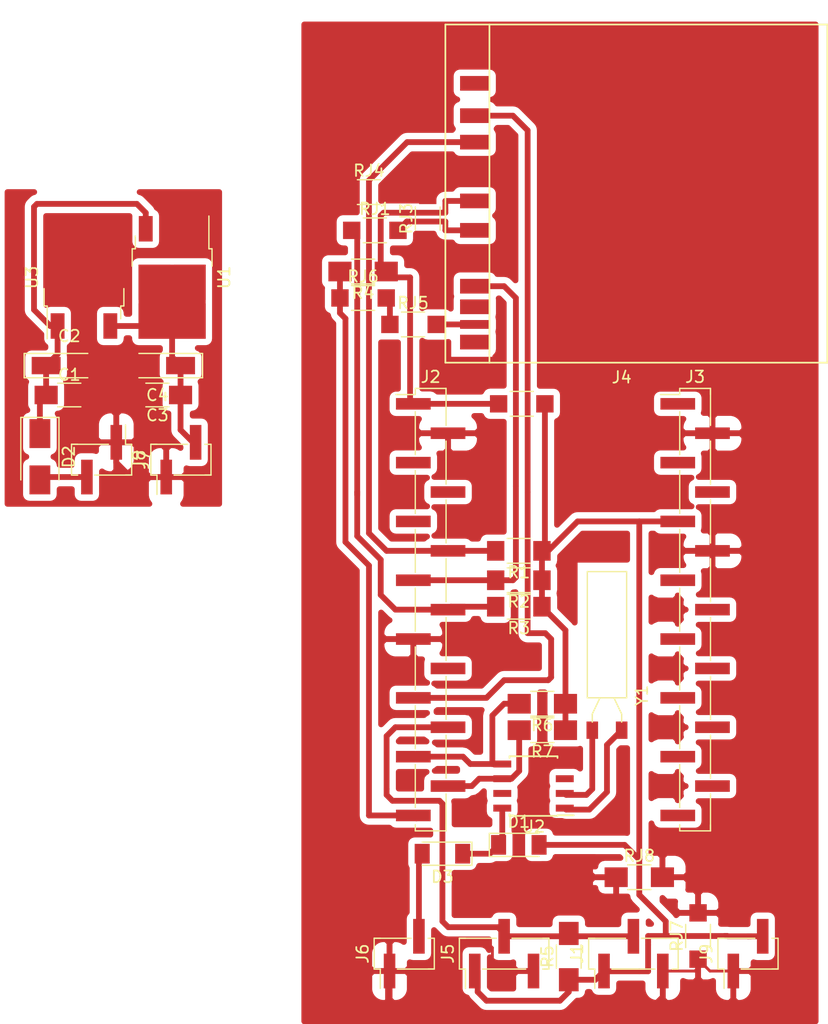
<source format=kicad_pcb>
(kicad_pcb (version 4) (host pcbnew 4.0.6)

  (general
    (links 82)
    (no_connects 5)
    (area 0 0 0 0)
    (thickness 1.6)
    (drawings 0)
    (tracks 235)
    (zones 0)
    (modules 35)
    (nets 22)
  )

  (page A4)
  (layers
    (0 F.Cu signal)
    (31 B.Cu signal)
    (32 B.Adhes user)
    (33 F.Adhes user)
    (34 B.Paste user)
    (35 F.Paste user)
    (36 B.SilkS user)
    (37 F.SilkS user)
    (38 B.Mask user)
    (39 F.Mask user)
    (40 Dwgs.User user)
    (41 Cmts.User user)
    (42 Eco1.User user)
    (43 Eco2.User user)
    (44 Edge.Cuts user)
    (45 Margin user)
    (46 B.CrtYd user)
    (47 F.CrtYd user)
    (48 B.Fab user)
    (49 F.Fab user)
  )

  (setup
    (last_trace_width 0.25)
    (trace_clearance 0.2)
    (zone_clearance 0.55)
    (zone_45_only yes)
    (trace_min 0.2)
    (segment_width 0.2)
    (edge_width 0.15)
    (via_size 0.6)
    (via_drill 0.4)
    (via_min_size 0.4)
    (via_min_drill 0.3)
    (uvia_size 0.3)
    (uvia_drill 0.1)
    (uvias_allowed no)
    (uvia_min_size 0.2)
    (uvia_min_drill 0.1)
    (pcb_text_width 0.3)
    (pcb_text_size 1.5 1.5)
    (mod_edge_width 0.15)
    (mod_text_size 1 1)
    (mod_text_width 0.15)
    (pad_size 1.5 1.5)
    (pad_drill 0)
    (pad_to_mask_clearance 0.2)
    (aux_axis_origin 0 0)
    (visible_elements 7FFFFF7F)
    (pcbplotparams
      (layerselection 0x00030_80000001)
      (usegerberextensions false)
      (excludeedgelayer true)
      (linewidth 0.100000)
      (plotframeref false)
      (viasonmask false)
      (mode 1)
      (useauxorigin false)
      (hpglpennumber 1)
      (hpglpenspeed 20)
      (hpglpendiameter 15)
      (hpglpenoverlay 2)
      (psnegative false)
      (psa4output false)
      (plotreference true)
      (plotvalue true)
      (plotinvisibletext false)
      (padsonsilk false)
      (subtractmaskfromsilk false)
      (outputformat 1)
      (mirror false)
      (drillshape 1)
      (scaleselection 1)
      (outputdirectory ""))
  )

  (net 0 "")
  (net 1 "Net-(C1-Pad1)")
  (net 2 1wire)
  (net 3 3V3)
  (net 4 "Net-(D1-Pad1)")
  (net 5 "Net-(D2-Pad2)")
  (net 6 "Net-(D3-Pad2)")
  (net 7 MISO)
  (net 8 CS)
  (net 9 SDA)
  (net 10 SD_D)
  (net 11 MOSI)
  (net 12 SCK)
  (net 13 SCL)
  (net 14 "Net-(U2-Pad1)")
  (net 15 "Net-(U2-Pad2)")
  (net 16 GND)
  (net 17 "Net-(C3-Pad1)")
  (net 18 "Net-(J2-Pad8)")
  (net 19 "Net-(C1-Pad2)")
  (net 20 "Net-(RJ5-Pad1)")
  (net 21 "Net-(J4-Pad10)")

  (net_class Default "To jest domyślna klasa połączeń."
    (clearance 0.2)
    (trace_width 0.25)
    (via_dia 0.6)
    (via_drill 0.4)
    (uvia_dia 0.3)
    (uvia_drill 0.1)
    (add_net GND)
  )

  (net_class Grubsze ""
    (clearance 0.2)
    (trace_width 0.5)
    (via_dia 0.6)
    (via_drill 0.4)
    (uvia_dia 0.3)
    (uvia_drill 0.1)
    (add_net 1wire)
    (add_net 3V3)
    (add_net CS)
    (add_net MISO)
    (add_net MOSI)
    (add_net "Net-(C1-Pad1)")
    (add_net "Net-(C1-Pad2)")
    (add_net "Net-(C3-Pad1)")
    (add_net "Net-(D1-Pad1)")
    (add_net "Net-(D2-Pad2)")
    (add_net "Net-(D3-Pad2)")
    (add_net "Net-(J2-Pad8)")
    (add_net "Net-(J4-Pad10)")
    (add_net "Net-(RJ5-Pad1)")
    (add_net "Net-(U2-Pad1)")
    (add_net "Net-(U2-Pad2)")
    (add_net SCK)
    (add_net SCL)
    (add_net SDA)
    (add_net SD_D)
  )

  (module Pin_Headers:Pin_Header_Straight_1x15_Pitch2.54mm_SMD_Pin1Left (layer F.Cu) (tedit 591F1990) (tstamp 591DD3F0)
    (at 137.16 104.14)
    (descr "surface-mounted straight pin header, 1x15, 2.54mm pitch, single row, style 1 (pin 1 left)")
    (tags "Surface mounted pin header SMD 1x15 2.54mm single row style1 pin1 left")
    (path /591DCC7A)
    (attr smd)
    (fp_text reference J2 (at 0 -20.11) (layer F.SilkS)
      (effects (font (size 1 1) (thickness 0.15)))
    )
    (fp_text value CONN_01X15 (at 0 20.11) (layer F.Fab) hide
      (effects (font (size 1 1) (thickness 0.15)))
    )
    (fp_line (start -1.27 -19.05) (end -1.27 19.05) (layer F.Fab) (width 0.1))
    (fp_line (start -1.27 19.05) (end 1.27 19.05) (layer F.Fab) (width 0.1))
    (fp_line (start 1.27 19.05) (end 1.27 -19.05) (layer F.Fab) (width 0.1))
    (fp_line (start 1.27 -19.05) (end -1.27 -19.05) (layer F.Fab) (width 0.1))
    (fp_line (start -1.27 -18.1) (end -1.27 -17.46) (layer F.Fab) (width 0.1))
    (fp_line (start -1.27 -17.46) (end -2.65 -17.46) (layer F.Fab) (width 0.1))
    (fp_line (start -2.65 -17.46) (end -2.65 -18.1) (layer F.Fab) (width 0.1))
    (fp_line (start -2.65 -18.1) (end -1.27 -18.1) (layer F.Fab) (width 0.1))
    (fp_line (start -1.27 -13.02) (end -1.27 -12.38) (layer F.Fab) (width 0.1))
    (fp_line (start -1.27 -12.38) (end -2.65 -12.38) (layer F.Fab) (width 0.1))
    (fp_line (start -2.65 -12.38) (end -2.65 -13.02) (layer F.Fab) (width 0.1))
    (fp_line (start -2.65 -13.02) (end -1.27 -13.02) (layer F.Fab) (width 0.1))
    (fp_line (start -1.27 -7.94) (end -1.27 -7.3) (layer F.Fab) (width 0.1))
    (fp_line (start -1.27 -7.3) (end -2.65 -7.3) (layer F.Fab) (width 0.1))
    (fp_line (start -2.65 -7.3) (end -2.65 -7.94) (layer F.Fab) (width 0.1))
    (fp_line (start -2.65 -7.94) (end -1.27 -7.94) (layer F.Fab) (width 0.1))
    (fp_line (start -1.27 -2.86) (end -1.27 -2.22) (layer F.Fab) (width 0.1))
    (fp_line (start -1.27 -2.22) (end -2.65 -2.22) (layer F.Fab) (width 0.1))
    (fp_line (start -2.65 -2.22) (end -2.65 -2.86) (layer F.Fab) (width 0.1))
    (fp_line (start -2.65 -2.86) (end -1.27 -2.86) (layer F.Fab) (width 0.1))
    (fp_line (start -1.27 2.22) (end -1.27 2.86) (layer F.Fab) (width 0.1))
    (fp_line (start -1.27 2.86) (end -2.65 2.86) (layer F.Fab) (width 0.1))
    (fp_line (start -2.65 2.86) (end -2.65 2.22) (layer F.Fab) (width 0.1))
    (fp_line (start -2.65 2.22) (end -1.27 2.22) (layer F.Fab) (width 0.1))
    (fp_line (start -1.27 7.3) (end -1.27 7.94) (layer F.Fab) (width 0.1))
    (fp_line (start -1.27 7.94) (end -2.65 7.94) (layer F.Fab) (width 0.1))
    (fp_line (start -2.65 7.94) (end -2.65 7.3) (layer F.Fab) (width 0.1))
    (fp_line (start -2.65 7.3) (end -1.27 7.3) (layer F.Fab) (width 0.1))
    (fp_line (start -1.27 12.38) (end -1.27 13.02) (layer F.Fab) (width 0.1))
    (fp_line (start -1.27 13.02) (end -2.65 13.02) (layer F.Fab) (width 0.1))
    (fp_line (start -2.65 13.02) (end -2.65 12.38) (layer F.Fab) (width 0.1))
    (fp_line (start -2.65 12.38) (end -1.27 12.38) (layer F.Fab) (width 0.1))
    (fp_line (start -1.27 17.46) (end -1.27 18.1) (layer F.Fab) (width 0.1))
    (fp_line (start -1.27 18.1) (end -2.65 18.1) (layer F.Fab) (width 0.1))
    (fp_line (start -2.65 18.1) (end -2.65 17.46) (layer F.Fab) (width 0.1))
    (fp_line (start -2.65 17.46) (end -1.27 17.46) (layer F.Fab) (width 0.1))
    (fp_line (start 1.27 -15.56) (end 1.27 -14.92) (layer F.Fab) (width 0.1))
    (fp_line (start 1.27 -14.92) (end 2.65 -14.92) (layer F.Fab) (width 0.1))
    (fp_line (start 2.65 -14.92) (end 2.65 -15.56) (layer F.Fab) (width 0.1))
    (fp_line (start 2.65 -15.56) (end 1.27 -15.56) (layer F.Fab) (width 0.1))
    (fp_line (start 1.27 -10.48) (end 1.27 -9.84) (layer F.Fab) (width 0.1))
    (fp_line (start 1.27 -9.84) (end 2.65 -9.84) (layer F.Fab) (width 0.1))
    (fp_line (start 2.65 -9.84) (end 2.65 -10.48) (layer F.Fab) (width 0.1))
    (fp_line (start 2.65 -10.48) (end 1.27 -10.48) (layer F.Fab) (width 0.1))
    (fp_line (start 1.27 -5.4) (end 1.27 -4.76) (layer F.Fab) (width 0.1))
    (fp_line (start 1.27 -4.76) (end 2.65 -4.76) (layer F.Fab) (width 0.1))
    (fp_line (start 2.65 -4.76) (end 2.65 -5.4) (layer F.Fab) (width 0.1))
    (fp_line (start 2.65 -5.4) (end 1.27 -5.4) (layer F.Fab) (width 0.1))
    (fp_line (start 1.27 -0.32) (end 1.27 0.32) (layer F.Fab) (width 0.1))
    (fp_line (start 1.27 0.32) (end 2.65 0.32) (layer F.Fab) (width 0.1))
    (fp_line (start 2.65 0.32) (end 2.65 -0.32) (layer F.Fab) (width 0.1))
    (fp_line (start 2.65 -0.32) (end 1.27 -0.32) (layer F.Fab) (width 0.1))
    (fp_line (start 1.27 4.76) (end 1.27 5.4) (layer F.Fab) (width 0.1))
    (fp_line (start 1.27 5.4) (end 2.65 5.4) (layer F.Fab) (width 0.1))
    (fp_line (start 2.65 5.4) (end 2.65 4.76) (layer F.Fab) (width 0.1))
    (fp_line (start 2.65 4.76) (end 1.27 4.76) (layer F.Fab) (width 0.1))
    (fp_line (start 1.27 9.84) (end 1.27 10.48) (layer F.Fab) (width 0.1))
    (fp_line (start 1.27 10.48) (end 2.65 10.48) (layer F.Fab) (width 0.1))
    (fp_line (start 2.65 10.48) (end 2.65 9.84) (layer F.Fab) (width 0.1))
    (fp_line (start 2.65 9.84) (end 1.27 9.84) (layer F.Fab) (width 0.1))
    (fp_line (start 1.27 14.92) (end 1.27 15.56) (layer F.Fab) (width 0.1))
    (fp_line (start 1.27 15.56) (end 2.65 15.56) (layer F.Fab) (width 0.1))
    (fp_line (start 2.65 15.56) (end 2.65 14.92) (layer F.Fab) (width 0.1))
    (fp_line (start 2.65 14.92) (end 1.27 14.92) (layer F.Fab) (width 0.1))
    (fp_line (start -1.33 -18.58) (end -1.33 -19.11) (layer F.SilkS) (width 0.12))
    (fp_line (start -1.33 -19.11) (end 1.33 -19.11) (layer F.SilkS) (width 0.12))
    (fp_line (start 1.33 -19.11) (end 1.33 -18.58) (layer F.SilkS) (width 0.12))
    (fp_line (start -1.33 18.58) (end -1.33 19.11) (layer F.SilkS) (width 0.12))
    (fp_line (start -1.33 19.11) (end 1.33 19.11) (layer F.SilkS) (width 0.12))
    (fp_line (start 1.33 19.11) (end 1.33 18.58) (layer F.SilkS) (width 0.12))
    (fp_line (start 1.33 -19.11) (end 1.33 -15.92) (layer F.SilkS) (width 0.12))
    (fp_line (start -1.33 -18.58) (end -3 -18.58) (layer F.SilkS) (width 0.12))
    (fp_line (start 1.33 -14.56) (end 1.33 -10.84) (layer F.SilkS) (width 0.12))
    (fp_line (start 1.33 -9.48) (end 1.33 -5.76) (layer F.SilkS) (width 0.12))
    (fp_line (start 1.33 -4.4) (end 1.33 -0.68) (layer F.SilkS) (width 0.12))
    (fp_line (start 1.33 0.68) (end 1.33 4.4) (layer F.SilkS) (width 0.12))
    (fp_line (start 1.33 5.76) (end 1.33 9.48) (layer F.SilkS) (width 0.12))
    (fp_line (start 1.33 10.84) (end 1.33 14.56) (layer F.SilkS) (width 0.12))
    (fp_line (start 1.33 15.92) (end 1.33 19.11) (layer F.SilkS) (width 0.12))
    (fp_line (start -1.33 -17.1) (end -1.33 -13.38) (layer F.SilkS) (width 0.12))
    (fp_line (start -1.33 -12.02) (end -1.33 -8.3) (layer F.SilkS) (width 0.12))
    (fp_line (start -1.33 -6.94) (end -1.33 -3.22) (layer F.SilkS) (width 0.12))
    (fp_line (start -1.33 -1.86) (end -1.33 1.86) (layer F.SilkS) (width 0.12))
    (fp_line (start -1.33 3.22) (end -1.33 6.94) (layer F.SilkS) (width 0.12))
    (fp_line (start -1.33 8.3) (end -1.33 12.02) (layer F.SilkS) (width 0.12))
    (fp_line (start -1.33 13.38) (end -1.33 17.1) (layer F.SilkS) (width 0.12))
    (fp_line (start -3.5 -19.6) (end -3.5 19.6) (layer F.CrtYd) (width 0.05))
    (fp_line (start -3.5 19.6) (end 3.5 19.6) (layer F.CrtYd) (width 0.05))
    (fp_line (start 3.5 19.6) (end 3.5 -19.6) (layer F.CrtYd) (width 0.05))
    (fp_line (start 3.5 -19.6) (end -3.5 -19.6) (layer F.CrtYd) (width 0.05))
    (fp_text user %R (at 0 -20.11) (layer F.Fab)
      (effects (font (size 1 1) (thickness 0.15)))
    )
    (pad 1 smd rect (at -1.5 -17.78) (size 3 1) (layers F.Cu F.Paste F.Mask)
      (net 3 3V3))
    (pad 3 smd rect (at -1.5 -12.7) (size 3 1) (layers F.Cu F.Paste F.Mask))
    (pad 5 smd rect (at -1.5 -7.62) (size 3 1) (layers F.Cu F.Paste F.Mask))
    (pad 7 smd rect (at -1.5 -2.54) (size 3 1) (layers F.Cu F.Paste F.Mask)
      (net 7 MISO))
    (pad 9 smd rect (at -1.5 2.54) (size 3 1) (layers F.Cu F.Paste F.Mask)
      (net 16 GND))
    (pad 11 smd rect (at -1.5 7.62) (size 3 1) (layers F.Cu F.Paste F.Mask)
      (net 8 CS))
    (pad 13 smd rect (at -1.5 12.7) (size 3 1) (layers F.Cu F.Paste F.Mask)
      (net 9 SDA))
    (pad 15 smd rect (at -1.5 17.78) (size 3 1) (layers F.Cu F.Paste F.Mask)
      (net 10 SD_D))
    (pad 2 smd rect (at 1.5 -15.24) (size 3 1) (layers F.Cu F.Paste F.Mask)
      (net 16 GND))
    (pad 4 smd rect (at 1.5 -10.16) (size 3 1) (layers F.Cu F.Paste F.Mask))
    (pad 6 smd rect (at 1.5 -5.08) (size 3 1) (layers F.Cu F.Paste F.Mask)
      (net 11 MOSI))
    (pad 8 smd rect (at 1.5 0) (size 3 1) (layers F.Cu F.Paste F.Mask)
      (net 18 "Net-(J2-Pad8)"))
    (pad 10 smd rect (at 1.5 5.08) (size 3 1) (layers F.Cu F.Paste F.Mask))
    (pad 12 smd rect (at 1.5 10.16) (size 3 1) (layers F.Cu F.Paste F.Mask)
      (net 2 1wire))
    (pad 14 smd rect (at 1.5 15.24) (size 3 1) (layers F.Cu F.Paste F.Mask)
      (net 13 SCL))
    (model ${KISYS3DMOD}/Pin_Headers.3dshapes/Pin_Header_Straight_1x15_Pitch2.54mm_SMD_Pin1Left.wrl
      (at (xyz 0 0 0))
      (scale (xyz 1 1 1))
      (rotate (xyz 0 0 0))
    )
  )

  (module Capacitors_SMD:C_1206_HandSoldering (layer F.Cu) (tedit 58AA84D1) (tstamp 591DD3B2)
    (at 105.918 85.598)
    (descr "Capacitor SMD 1206, hand soldering")
    (tags "capacitor 1206")
    (path /591E1A2B)
    (zone_connect 2)
    (attr smd)
    (fp_text reference C1 (at 0 -1.75) (layer F.SilkS)
      (effects (font (size 1 1) (thickness 0.15)))
    )
    (fp_text value 10nF (at 0 2) (layer F.Fab)
      (effects (font (size 1 1) (thickness 0.15)))
    )
    (fp_text user %R (at 0 -1.75) (layer F.Fab)
      (effects (font (size 1 1) (thickness 0.15)))
    )
    (fp_line (start -1.6 0.8) (end -1.6 -0.8) (layer F.Fab) (width 0.1))
    (fp_line (start 1.6 0.8) (end -1.6 0.8) (layer F.Fab) (width 0.1))
    (fp_line (start 1.6 -0.8) (end 1.6 0.8) (layer F.Fab) (width 0.1))
    (fp_line (start -1.6 -0.8) (end 1.6 -0.8) (layer F.Fab) (width 0.1))
    (fp_line (start 1 -1.02) (end -1 -1.02) (layer F.SilkS) (width 0.12))
    (fp_line (start -1 1.02) (end 1 1.02) (layer F.SilkS) (width 0.12))
    (fp_line (start -3.25 -1.05) (end 3.25 -1.05) (layer F.CrtYd) (width 0.05))
    (fp_line (start -3.25 -1.05) (end -3.25 1.05) (layer F.CrtYd) (width 0.05))
    (fp_line (start 3.25 1.05) (end 3.25 -1.05) (layer F.CrtYd) (width 0.05))
    (fp_line (start 3.25 1.05) (end -3.25 1.05) (layer F.CrtYd) (width 0.05))
    (pad 1 smd rect (at -2 0) (size 2 1.6) (layers F.Cu F.Paste F.Mask)
      (net 1 "Net-(C1-Pad1)") (zone_connect 2))
    (pad 2 smd rect (at 2 0) (size 2 1.6) (layers F.Cu F.Paste F.Mask)
      (net 19 "Net-(C1-Pad2)") (zone_connect 2))
    (model Capacitors_SMD.3dshapes/C_1206.wrl
      (at (xyz 0 0 0))
      (scale (xyz 1 1 1))
      (rotate (xyz 0 0 0))
    )
  )

  (module Capacitors_Tantalum_SMD:CP_Tantalum_Case-A_EIA-3216-18_Hand (layer F.Cu) (tedit 591F15DA) (tstamp 591DD3B8)
    (at 105.918 83.058)
    (descr "Tantalum capacitor, Case A, EIA 3216-18, 3.2x1.6x1.6mm, Hand soldering footprint")
    (tags "capacitor tantalum smd")
    (path /591E1ABE)
    (zone_connect 2)
    (attr smd)
    (fp_text reference C2 (at 0 -2.55) (layer F.SilkS)
      (effects (font (size 1 1) (thickness 0.15)))
    )
    (fp_text value 10uF (at 0 2.55) (layer F.Fab)
      (effects (font (size 1 1) (thickness 0.15)))
    )
    (fp_line (start -4 -1.2) (end -4 1.2) (layer F.CrtYd) (width 0.05))
    (fp_line (start -4 1.2) (end 4 1.2) (layer F.CrtYd) (width 0.05))
    (fp_line (start 4 1.2) (end 4 -1.2) (layer F.CrtYd) (width 0.05))
    (fp_line (start 4 -1.2) (end -4 -1.2) (layer F.CrtYd) (width 0.05))
    (fp_line (start -1.6 -0.8) (end -1.6 0.8) (layer F.Fab) (width 0.1))
    (fp_line (start -1.6 0.8) (end 1.6 0.8) (layer F.Fab) (width 0.1))
    (fp_line (start 1.6 0.8) (end 1.6 -0.8) (layer F.Fab) (width 0.1))
    (fp_line (start 1.6 -0.8) (end -1.6 -0.8) (layer F.Fab) (width 0.1))
    (fp_line (start -1.28 -0.8) (end -1.28 0.8) (layer F.Fab) (width 0.1))
    (fp_line (start -1.12 -0.8) (end -1.12 0.8) (layer F.Fab) (width 0.1))
    (fp_line (start -3.9 -1.05) (end 1.6 -1.05) (layer F.SilkS) (width 0.12))
    (fp_line (start -3.9 1.05) (end 1.6 1.05) (layer F.SilkS) (width 0.12))
    (fp_line (start -3.9 -1.05) (end -3.9 1.05) (layer F.SilkS) (width 0.12))
    (pad 1 smd rect (at -2 0) (size 2.5 1.5) (layers F.Cu F.Paste F.Mask)
      (net 1 "Net-(C1-Pad1)") (zone_connect 2))
    (pad 2 smd rect (at 2 0) (size 2.5 1.5) (layers F.Cu F.Paste F.Mask)
      (net 19 "Net-(C1-Pad2)") (zone_connect 2))
    (model Capacitors_Tantalum_SMD.3dshapes/CP_Tantalum_Case-A_EIA-3216-18.wrl
      (at (xyz 0 0 0))
      (scale (xyz 1 1 1))
      (rotate (xyz 0 0 0))
    )
  )

  (module Capacitors_SMD:C_1206_HandSoldering (layer F.Cu) (tedit 58AA84D1) (tstamp 591DD3BE)
    (at 113.538 85.598 180)
    (descr "Capacitor SMD 1206, hand soldering")
    (tags "capacitor 1206")
    (path /591E1D93)
    (zone_connect 2)
    (attr smd)
    (fp_text reference C3 (at 0 -1.75 180) (layer F.SilkS)
      (effects (font (size 1 1) (thickness 0.15)))
    )
    (fp_text value 10nF (at 0 2 180) (layer F.Fab)
      (effects (font (size 1 1) (thickness 0.15)))
    )
    (fp_text user %R (at 0 -1.75 180) (layer F.Fab)
      (effects (font (size 1 1) (thickness 0.15)))
    )
    (fp_line (start -1.6 0.8) (end -1.6 -0.8) (layer F.Fab) (width 0.1))
    (fp_line (start 1.6 0.8) (end -1.6 0.8) (layer F.Fab) (width 0.1))
    (fp_line (start 1.6 -0.8) (end 1.6 0.8) (layer F.Fab) (width 0.1))
    (fp_line (start -1.6 -0.8) (end 1.6 -0.8) (layer F.Fab) (width 0.1))
    (fp_line (start 1 -1.02) (end -1 -1.02) (layer F.SilkS) (width 0.12))
    (fp_line (start -1 1.02) (end 1 1.02) (layer F.SilkS) (width 0.12))
    (fp_line (start -3.25 -1.05) (end 3.25 -1.05) (layer F.CrtYd) (width 0.05))
    (fp_line (start -3.25 -1.05) (end -3.25 1.05) (layer F.CrtYd) (width 0.05))
    (fp_line (start 3.25 1.05) (end 3.25 -1.05) (layer F.CrtYd) (width 0.05))
    (fp_line (start 3.25 1.05) (end -3.25 1.05) (layer F.CrtYd) (width 0.05))
    (pad 1 smd rect (at -2 0 180) (size 2 1.6) (layers F.Cu F.Paste F.Mask)
      (net 17 "Net-(C3-Pad1)") (zone_connect 2))
    (pad 2 smd rect (at 2 0 180) (size 2 1.6) (layers F.Cu F.Paste F.Mask)
      (net 19 "Net-(C1-Pad2)") (zone_connect 2))
    (model Capacitors_SMD.3dshapes/C_1206.wrl
      (at (xyz 0 0 0))
      (scale (xyz 1 1 1))
      (rotate (xyz 0 0 0))
    )
  )

  (module Capacitors_Tantalum_SMD:CP_Tantalum_Case-A_EIA-3216-18_Hand (layer F.Cu) (tedit 591F15E2) (tstamp 591DD3C4)
    (at 113.538 83.058 180)
    (descr "Tantalum capacitor, Case A, EIA 3216-18, 3.2x1.6x1.6mm, Hand soldering footprint")
    (tags "capacitor tantalum smd")
    (path /591E1E6F)
    (zone_connect 2)
    (attr smd)
    (fp_text reference C4 (at 0 -2.55 180) (layer F.SilkS)
      (effects (font (size 1 1) (thickness 0.15)))
    )
    (fp_text value 10uF (at 0 2.55 180) (layer F.Fab)
      (effects (font (size 1 1) (thickness 0.15)))
    )
    (fp_line (start -4 -1.2) (end -4 1.2) (layer F.CrtYd) (width 0.05))
    (fp_line (start -4 1.2) (end 4 1.2) (layer F.CrtYd) (width 0.05))
    (fp_line (start 4 1.2) (end 4 -1.2) (layer F.CrtYd) (width 0.05))
    (fp_line (start 4 -1.2) (end -4 -1.2) (layer F.CrtYd) (width 0.05))
    (fp_line (start -1.6 -0.8) (end -1.6 0.8) (layer F.Fab) (width 0.1))
    (fp_line (start -1.6 0.8) (end 1.6 0.8) (layer F.Fab) (width 0.1))
    (fp_line (start 1.6 0.8) (end 1.6 -0.8) (layer F.Fab) (width 0.1))
    (fp_line (start 1.6 -0.8) (end -1.6 -0.8) (layer F.Fab) (width 0.1))
    (fp_line (start -1.28 -0.8) (end -1.28 0.8) (layer F.Fab) (width 0.1))
    (fp_line (start -1.12 -0.8) (end -1.12 0.8) (layer F.Fab) (width 0.1))
    (fp_line (start -3.9 -1.05) (end 1.6 -1.05) (layer F.SilkS) (width 0.12))
    (fp_line (start -3.9 1.05) (end 1.6 1.05) (layer F.SilkS) (width 0.12))
    (fp_line (start -3.9 -1.05) (end -3.9 1.05) (layer F.SilkS) (width 0.12))
    (pad 1 smd rect (at -2 0 180) (size 2.5 1.5) (layers F.Cu F.Paste F.Mask)
      (net 17 "Net-(C3-Pad1)") (zone_connect 2))
    (pad 2 smd rect (at 2 0 180) (size 2.5 1.5) (layers F.Cu F.Paste F.Mask)
      (net 19 "Net-(C1-Pad2)") (zone_connect 2))
    (model Capacitors_Tantalum_SMD.3dshapes/CP_Tantalum_Case-A_EIA-3216-18.wrl
      (at (xyz 0 0 0))
      (scale (xyz 1 1 1))
      (rotate (xyz 0 0 0))
    )
  )

  (module Diodes_SMD:D_MiniMELF (layer F.Cu) (tedit 5905D8F5) (tstamp 591DD3CA)
    (at 144.78 124.46)
    (descr "Diode Mini-MELF")
    (tags "Diode Mini-MELF")
    (path /591DF401)
    (attr smd)
    (fp_text reference D1 (at 0 -2) (layer F.SilkS)
      (effects (font (size 1 1) (thickness 0.15)))
    )
    (fp_text value 1N4148 (at 0 1.75) (layer F.Fab)
      (effects (font (size 1 1) (thickness 0.15)))
    )
    (fp_text user %R (at 0 -2) (layer F.Fab)
      (effects (font (size 1 1) (thickness 0.15)))
    )
    (fp_line (start 1.75 -1) (end -2.55 -1) (layer F.SilkS) (width 0.12))
    (fp_line (start -2.55 -1) (end -2.55 1) (layer F.SilkS) (width 0.12))
    (fp_line (start -2.55 1) (end 1.75 1) (layer F.SilkS) (width 0.12))
    (fp_line (start 1.65 -0.8) (end 1.65 0.8) (layer F.Fab) (width 0.1))
    (fp_line (start 1.65 0.8) (end -1.65 0.8) (layer F.Fab) (width 0.1))
    (fp_line (start -1.65 0.8) (end -1.65 -0.8) (layer F.Fab) (width 0.1))
    (fp_line (start -1.65 -0.8) (end 1.65 -0.8) (layer F.Fab) (width 0.1))
    (fp_line (start 0.25 0) (end 0.75 0) (layer F.Fab) (width 0.1))
    (fp_line (start 0.25 0.4) (end -0.35 0) (layer F.Fab) (width 0.1))
    (fp_line (start 0.25 -0.4) (end 0.25 0.4) (layer F.Fab) (width 0.1))
    (fp_line (start -0.35 0) (end 0.25 -0.4) (layer F.Fab) (width 0.1))
    (fp_line (start -0.35 0) (end -0.35 0.55) (layer F.Fab) (width 0.1))
    (fp_line (start -0.35 0) (end -0.35 -0.55) (layer F.Fab) (width 0.1))
    (fp_line (start -0.75 0) (end -0.35 0) (layer F.Fab) (width 0.1))
    (fp_line (start -2.65 -1.1) (end 2.65 -1.1) (layer F.CrtYd) (width 0.05))
    (fp_line (start 2.65 -1.1) (end 2.65 1.1) (layer F.CrtYd) (width 0.05))
    (fp_line (start 2.65 1.1) (end -2.65 1.1) (layer F.CrtYd) (width 0.05))
    (fp_line (start -2.65 1.1) (end -2.65 -1.1) (layer F.CrtYd) (width 0.05))
    (pad 1 smd rect (at -1.75 0) (size 1.3 1.7) (layers F.Cu F.Paste F.Mask)
      (net 4 "Net-(D1-Pad1)"))
    (pad 2 smd rect (at 1.75 0) (size 1.3 1.7) (layers F.Cu F.Paste F.Mask)
      (net 3 3V3))
    (model ${KISYS3DMOD}/Diodes_SMD.3dshapes/D_MiniMELF.wrl
      (at (xyz 0 0 0))
      (scale (xyz 1 1 1))
      (rotate (xyz 0 0 0))
    )
  )

  (module Diodes_SMD:D_SMA (layer F.Cu) (tedit 586432E5) (tstamp 591DD3D0)
    (at 103.378 90.932 270)
    (descr "Diode SMA")
    (tags "Diode SMA")
    (path /591E10E9)
    (attr smd)
    (fp_text reference D2 (at 0 -2.5 270) (layer F.SilkS)
      (effects (font (size 1 1) (thickness 0.15)))
    )
    (fp_text value 1N4007 (at 0 2.6 270) (layer F.Fab)
      (effects (font (size 1 1) (thickness 0.15)))
    )
    (fp_text user %R (at 0 -2.5 270) (layer F.Fab)
      (effects (font (size 1 1) (thickness 0.15)))
    )
    (fp_line (start -3.4 -1.65) (end -3.4 1.65) (layer F.SilkS) (width 0.12))
    (fp_line (start 2.3 1.5) (end -2.3 1.5) (layer F.Fab) (width 0.1))
    (fp_line (start -2.3 1.5) (end -2.3 -1.5) (layer F.Fab) (width 0.1))
    (fp_line (start 2.3 -1.5) (end 2.3 1.5) (layer F.Fab) (width 0.1))
    (fp_line (start 2.3 -1.5) (end -2.3 -1.5) (layer F.Fab) (width 0.1))
    (fp_line (start -3.5 -1.75) (end 3.5 -1.75) (layer F.CrtYd) (width 0.05))
    (fp_line (start 3.5 -1.75) (end 3.5 1.75) (layer F.CrtYd) (width 0.05))
    (fp_line (start 3.5 1.75) (end -3.5 1.75) (layer F.CrtYd) (width 0.05))
    (fp_line (start -3.5 1.75) (end -3.5 -1.75) (layer F.CrtYd) (width 0.05))
    (fp_line (start -0.64944 0.00102) (end -1.55114 0.00102) (layer F.Fab) (width 0.1))
    (fp_line (start 0.50118 0.00102) (end 1.4994 0.00102) (layer F.Fab) (width 0.1))
    (fp_line (start -0.64944 -0.79908) (end -0.64944 0.80112) (layer F.Fab) (width 0.1))
    (fp_line (start 0.50118 0.75032) (end 0.50118 -0.79908) (layer F.Fab) (width 0.1))
    (fp_line (start -0.64944 0.00102) (end 0.50118 0.75032) (layer F.Fab) (width 0.1))
    (fp_line (start -0.64944 0.00102) (end 0.50118 -0.79908) (layer F.Fab) (width 0.1))
    (fp_line (start -3.4 1.65) (end 2 1.65) (layer F.SilkS) (width 0.12))
    (fp_line (start -3.4 -1.65) (end 2 -1.65) (layer F.SilkS) (width 0.12))
    (pad 1 smd rect (at -2 0 270) (size 2.5 1.8) (layers F.Cu F.Paste F.Mask)
      (net 1 "Net-(C1-Pad1)"))
    (pad 2 smd rect (at 2 0 270) (size 2.5 1.8) (layers F.Cu F.Paste F.Mask)
      (net 5 "Net-(D2-Pad2)"))
    (model ${KISYS3DMOD}/Diodes_SMD.3dshapes/D_SMA.wrl
      (at (xyz 0 0 0))
      (scale (xyz 1 1 1))
      (rotate (xyz 0 0 0))
    )
  )

  (module Diodes_SMD:D_MiniMELF (layer F.Cu) (tedit 5905D8F5) (tstamp 591DD3D6)
    (at 138.176 125.222 180)
    (descr "Diode Mini-MELF")
    (tags "Diode Mini-MELF")
    (path /591DF21A)
    (attr smd)
    (fp_text reference D3 (at 0 -2 180) (layer F.SilkS)
      (effects (font (size 1 1) (thickness 0.15)))
    )
    (fp_text value 1N4148 (at 0 1.75 180) (layer F.Fab)
      (effects (font (size 1 1) (thickness 0.15)))
    )
    (fp_text user %R (at 0 -2 180) (layer F.Fab)
      (effects (font (size 1 1) (thickness 0.15)))
    )
    (fp_line (start 1.75 -1) (end -2.55 -1) (layer F.SilkS) (width 0.12))
    (fp_line (start -2.55 -1) (end -2.55 1) (layer F.SilkS) (width 0.12))
    (fp_line (start -2.55 1) (end 1.75 1) (layer F.SilkS) (width 0.12))
    (fp_line (start 1.65 -0.8) (end 1.65 0.8) (layer F.Fab) (width 0.1))
    (fp_line (start 1.65 0.8) (end -1.65 0.8) (layer F.Fab) (width 0.1))
    (fp_line (start -1.65 0.8) (end -1.65 -0.8) (layer F.Fab) (width 0.1))
    (fp_line (start -1.65 -0.8) (end 1.65 -0.8) (layer F.Fab) (width 0.1))
    (fp_line (start 0.25 0) (end 0.75 0) (layer F.Fab) (width 0.1))
    (fp_line (start 0.25 0.4) (end -0.35 0) (layer F.Fab) (width 0.1))
    (fp_line (start 0.25 -0.4) (end 0.25 0.4) (layer F.Fab) (width 0.1))
    (fp_line (start -0.35 0) (end 0.25 -0.4) (layer F.Fab) (width 0.1))
    (fp_line (start -0.35 0) (end -0.35 0.55) (layer F.Fab) (width 0.1))
    (fp_line (start -0.35 0) (end -0.35 -0.55) (layer F.Fab) (width 0.1))
    (fp_line (start -0.75 0) (end -0.35 0) (layer F.Fab) (width 0.1))
    (fp_line (start -2.65 -1.1) (end 2.65 -1.1) (layer F.CrtYd) (width 0.05))
    (fp_line (start 2.65 -1.1) (end 2.65 1.1) (layer F.CrtYd) (width 0.05))
    (fp_line (start 2.65 1.1) (end -2.65 1.1) (layer F.CrtYd) (width 0.05))
    (fp_line (start -2.65 1.1) (end -2.65 -1.1) (layer F.CrtYd) (width 0.05))
    (pad 1 smd rect (at -1.75 0 180) (size 1.3 1.7) (layers F.Cu F.Paste F.Mask)
      (net 4 "Net-(D1-Pad1)"))
    (pad 2 smd rect (at 1.75 0 180) (size 1.3 1.7) (layers F.Cu F.Paste F.Mask)
      (net 6 "Net-(D3-Pad2)"))
    (model ${KISYS3DMOD}/Diodes_SMD.3dshapes/D_MiniMELF.wrl
      (at (xyz 0 0 0))
      (scale (xyz 1 1 1))
      (rotate (xyz 0 0 0))
    )
  )

  (module Pin_Headers:Pin_Header_Straight_1x03_Pitch2.54mm_SMD_Pin1Left (layer F.Cu) (tedit 591F19A7) (tstamp 591DD3DD)
    (at 154.686 133.858 90)
    (descr "surface-mounted straight pin header, 1x03, 2.54mm pitch, single row, style 1 (pin 1 left)")
    (tags "Surface mounted pin header SMD 1x03 2.54mm single row style1 pin1 left")
    (path /591DD1E5)
    (attr smd)
    (fp_text reference J1 (at 0 -4.87 90) (layer F.SilkS)
      (effects (font (size 1 1) (thickness 0.15)))
    )
    (fp_text value CONN_01X03 (at 0 4.87 90) (layer F.Fab) hide
      (effects (font (size 1 1) (thickness 0.15)))
    )
    (fp_line (start -1.27 -3.81) (end -1.27 3.81) (layer F.Fab) (width 0.1))
    (fp_line (start -1.27 3.81) (end 1.27 3.81) (layer F.Fab) (width 0.1))
    (fp_line (start 1.27 3.81) (end 1.27 -3.81) (layer F.Fab) (width 0.1))
    (fp_line (start 1.27 -3.81) (end -1.27 -3.81) (layer F.Fab) (width 0.1))
    (fp_line (start -1.27 -2.86) (end -1.27 -2.22) (layer F.Fab) (width 0.1))
    (fp_line (start -1.27 -2.22) (end -2.65 -2.22) (layer F.Fab) (width 0.1))
    (fp_line (start -2.65 -2.22) (end -2.65 -2.86) (layer F.Fab) (width 0.1))
    (fp_line (start -2.65 -2.86) (end -1.27 -2.86) (layer F.Fab) (width 0.1))
    (fp_line (start -1.27 2.22) (end -1.27 2.86) (layer F.Fab) (width 0.1))
    (fp_line (start -1.27 2.86) (end -2.65 2.86) (layer F.Fab) (width 0.1))
    (fp_line (start -2.65 2.86) (end -2.65 2.22) (layer F.Fab) (width 0.1))
    (fp_line (start -2.65 2.22) (end -1.27 2.22) (layer F.Fab) (width 0.1))
    (fp_line (start 1.27 -0.32) (end 1.27 0.32) (layer F.Fab) (width 0.1))
    (fp_line (start 1.27 0.32) (end 2.65 0.32) (layer F.Fab) (width 0.1))
    (fp_line (start 2.65 0.32) (end 2.65 -0.32) (layer F.Fab) (width 0.1))
    (fp_line (start 2.65 -0.32) (end 1.27 -0.32) (layer F.Fab) (width 0.1))
    (fp_line (start -1.33 -3.34) (end -1.33 -3.87) (layer F.SilkS) (width 0.12))
    (fp_line (start -1.33 -3.87) (end 1.33 -3.87) (layer F.SilkS) (width 0.12))
    (fp_line (start 1.33 -3.87) (end 1.33 -3.34) (layer F.SilkS) (width 0.12))
    (fp_line (start -1.33 3.34) (end -1.33 3.87) (layer F.SilkS) (width 0.12))
    (fp_line (start -1.33 3.87) (end 1.33 3.87) (layer F.SilkS) (width 0.12))
    (fp_line (start 1.33 3.87) (end 1.33 3.34) (layer F.SilkS) (width 0.12))
    (fp_line (start 1.33 -3.87) (end 1.33 -0.68) (layer F.SilkS) (width 0.12))
    (fp_line (start -1.33 -3.34) (end -3 -3.34) (layer F.SilkS) (width 0.12))
    (fp_line (start 1.33 0.68) (end 1.33 3.87) (layer F.SilkS) (width 0.12))
    (fp_line (start -1.33 -1.86) (end -1.33 1.86) (layer F.SilkS) (width 0.12))
    (fp_line (start -3.5 -4.35) (end -3.5 4.35) (layer F.CrtYd) (width 0.05))
    (fp_line (start -3.5 4.35) (end 3.5 4.35) (layer F.CrtYd) (width 0.05))
    (fp_line (start 3.5 4.35) (end 3.5 -4.35) (layer F.CrtYd) (width 0.05))
    (fp_line (start 3.5 -4.35) (end -3.5 -4.35) (layer F.CrtYd) (width 0.05))
    (fp_text user %R (at 0 -4.87 90) (layer F.Fab)
      (effects (font (size 1 1) (thickness 0.15)))
    )
    (pad 1 smd rect (at -1.5 -2.54 90) (size 3 1) (layers F.Cu F.Paste F.Mask)
      (net 3 3V3))
    (pad 3 smd rect (at -1.5 2.54 90) (size 3 1) (layers F.Cu F.Paste F.Mask)
      (net 16 GND))
    (pad 2 smd rect (at 1.5 0 90) (size 3 1) (layers F.Cu F.Paste F.Mask)
      (net 2 1wire))
    (model ${KISYS3DMOD}/Pin_Headers.3dshapes/Pin_Header_Straight_1x03_Pitch2.54mm_SMD_Pin1Left.wrl
      (at (xyz 0 0 0))
      (scale (xyz 1 1 1))
      (rotate (xyz 0 0 0))
    )
  )

  (module Pin_Headers:Pin_Header_Straight_1x15_Pitch2.54mm_SMD_Pin1Left (layer F.Cu) (tedit 591F199A) (tstamp 591DD403)
    (at 160.02 104.14)
    (descr "surface-mounted straight pin header, 1x15, 2.54mm pitch, single row, style 1 (pin 1 left)")
    (tags "Surface mounted pin header SMD 1x15 2.54mm single row style1 pin1 left")
    (path /591DCD63)
    (attr smd)
    (fp_text reference J3 (at 0 -20.11) (layer F.SilkS)
      (effects (font (size 1 1) (thickness 0.15)))
    )
    (fp_text value CONN_01X15 (at 0 20.11) (layer F.Fab) hide
      (effects (font (size 1 1) (thickness 0.15)))
    )
    (fp_line (start -1.27 -19.05) (end -1.27 19.05) (layer F.Fab) (width 0.1))
    (fp_line (start -1.27 19.05) (end 1.27 19.05) (layer F.Fab) (width 0.1))
    (fp_line (start 1.27 19.05) (end 1.27 -19.05) (layer F.Fab) (width 0.1))
    (fp_line (start 1.27 -19.05) (end -1.27 -19.05) (layer F.Fab) (width 0.1))
    (fp_line (start -1.27 -18.1) (end -1.27 -17.46) (layer F.Fab) (width 0.1))
    (fp_line (start -1.27 -17.46) (end -2.65 -17.46) (layer F.Fab) (width 0.1))
    (fp_line (start -2.65 -17.46) (end -2.65 -18.1) (layer F.Fab) (width 0.1))
    (fp_line (start -2.65 -18.1) (end -1.27 -18.1) (layer F.Fab) (width 0.1))
    (fp_line (start -1.27 -13.02) (end -1.27 -12.38) (layer F.Fab) (width 0.1))
    (fp_line (start -1.27 -12.38) (end -2.65 -12.38) (layer F.Fab) (width 0.1))
    (fp_line (start -2.65 -12.38) (end -2.65 -13.02) (layer F.Fab) (width 0.1))
    (fp_line (start -2.65 -13.02) (end -1.27 -13.02) (layer F.Fab) (width 0.1))
    (fp_line (start -1.27 -7.94) (end -1.27 -7.3) (layer F.Fab) (width 0.1))
    (fp_line (start -1.27 -7.3) (end -2.65 -7.3) (layer F.Fab) (width 0.1))
    (fp_line (start -2.65 -7.3) (end -2.65 -7.94) (layer F.Fab) (width 0.1))
    (fp_line (start -2.65 -7.94) (end -1.27 -7.94) (layer F.Fab) (width 0.1))
    (fp_line (start -1.27 -2.86) (end -1.27 -2.22) (layer F.Fab) (width 0.1))
    (fp_line (start -1.27 -2.22) (end -2.65 -2.22) (layer F.Fab) (width 0.1))
    (fp_line (start -2.65 -2.22) (end -2.65 -2.86) (layer F.Fab) (width 0.1))
    (fp_line (start -2.65 -2.86) (end -1.27 -2.86) (layer F.Fab) (width 0.1))
    (fp_line (start -1.27 2.22) (end -1.27 2.86) (layer F.Fab) (width 0.1))
    (fp_line (start -1.27 2.86) (end -2.65 2.86) (layer F.Fab) (width 0.1))
    (fp_line (start -2.65 2.86) (end -2.65 2.22) (layer F.Fab) (width 0.1))
    (fp_line (start -2.65 2.22) (end -1.27 2.22) (layer F.Fab) (width 0.1))
    (fp_line (start -1.27 7.3) (end -1.27 7.94) (layer F.Fab) (width 0.1))
    (fp_line (start -1.27 7.94) (end -2.65 7.94) (layer F.Fab) (width 0.1))
    (fp_line (start -2.65 7.94) (end -2.65 7.3) (layer F.Fab) (width 0.1))
    (fp_line (start -2.65 7.3) (end -1.27 7.3) (layer F.Fab) (width 0.1))
    (fp_line (start -1.27 12.38) (end -1.27 13.02) (layer F.Fab) (width 0.1))
    (fp_line (start -1.27 13.02) (end -2.65 13.02) (layer F.Fab) (width 0.1))
    (fp_line (start -2.65 13.02) (end -2.65 12.38) (layer F.Fab) (width 0.1))
    (fp_line (start -2.65 12.38) (end -1.27 12.38) (layer F.Fab) (width 0.1))
    (fp_line (start -1.27 17.46) (end -1.27 18.1) (layer F.Fab) (width 0.1))
    (fp_line (start -1.27 18.1) (end -2.65 18.1) (layer F.Fab) (width 0.1))
    (fp_line (start -2.65 18.1) (end -2.65 17.46) (layer F.Fab) (width 0.1))
    (fp_line (start -2.65 17.46) (end -1.27 17.46) (layer F.Fab) (width 0.1))
    (fp_line (start 1.27 -15.56) (end 1.27 -14.92) (layer F.Fab) (width 0.1))
    (fp_line (start 1.27 -14.92) (end 2.65 -14.92) (layer F.Fab) (width 0.1))
    (fp_line (start 2.65 -14.92) (end 2.65 -15.56) (layer F.Fab) (width 0.1))
    (fp_line (start 2.65 -15.56) (end 1.27 -15.56) (layer F.Fab) (width 0.1))
    (fp_line (start 1.27 -10.48) (end 1.27 -9.84) (layer F.Fab) (width 0.1))
    (fp_line (start 1.27 -9.84) (end 2.65 -9.84) (layer F.Fab) (width 0.1))
    (fp_line (start 2.65 -9.84) (end 2.65 -10.48) (layer F.Fab) (width 0.1))
    (fp_line (start 2.65 -10.48) (end 1.27 -10.48) (layer F.Fab) (width 0.1))
    (fp_line (start 1.27 -5.4) (end 1.27 -4.76) (layer F.Fab) (width 0.1))
    (fp_line (start 1.27 -4.76) (end 2.65 -4.76) (layer F.Fab) (width 0.1))
    (fp_line (start 2.65 -4.76) (end 2.65 -5.4) (layer F.Fab) (width 0.1))
    (fp_line (start 2.65 -5.4) (end 1.27 -5.4) (layer F.Fab) (width 0.1))
    (fp_line (start 1.27 -0.32) (end 1.27 0.32) (layer F.Fab) (width 0.1))
    (fp_line (start 1.27 0.32) (end 2.65 0.32) (layer F.Fab) (width 0.1))
    (fp_line (start 2.65 0.32) (end 2.65 -0.32) (layer F.Fab) (width 0.1))
    (fp_line (start 2.65 -0.32) (end 1.27 -0.32) (layer F.Fab) (width 0.1))
    (fp_line (start 1.27 4.76) (end 1.27 5.4) (layer F.Fab) (width 0.1))
    (fp_line (start 1.27 5.4) (end 2.65 5.4) (layer F.Fab) (width 0.1))
    (fp_line (start 2.65 5.4) (end 2.65 4.76) (layer F.Fab) (width 0.1))
    (fp_line (start 2.65 4.76) (end 1.27 4.76) (layer F.Fab) (width 0.1))
    (fp_line (start 1.27 9.84) (end 1.27 10.48) (layer F.Fab) (width 0.1))
    (fp_line (start 1.27 10.48) (end 2.65 10.48) (layer F.Fab) (width 0.1))
    (fp_line (start 2.65 10.48) (end 2.65 9.84) (layer F.Fab) (width 0.1))
    (fp_line (start 2.65 9.84) (end 1.27 9.84) (layer F.Fab) (width 0.1))
    (fp_line (start 1.27 14.92) (end 1.27 15.56) (layer F.Fab) (width 0.1))
    (fp_line (start 1.27 15.56) (end 2.65 15.56) (layer F.Fab) (width 0.1))
    (fp_line (start 2.65 15.56) (end 2.65 14.92) (layer F.Fab) (width 0.1))
    (fp_line (start 2.65 14.92) (end 1.27 14.92) (layer F.Fab) (width 0.1))
    (fp_line (start -1.33 -18.58) (end -1.33 -19.11) (layer F.SilkS) (width 0.12))
    (fp_line (start -1.33 -19.11) (end 1.33 -19.11) (layer F.SilkS) (width 0.12))
    (fp_line (start 1.33 -19.11) (end 1.33 -18.58) (layer F.SilkS) (width 0.12))
    (fp_line (start -1.33 18.58) (end -1.33 19.11) (layer F.SilkS) (width 0.12))
    (fp_line (start -1.33 19.11) (end 1.33 19.11) (layer F.SilkS) (width 0.12))
    (fp_line (start 1.33 19.11) (end 1.33 18.58) (layer F.SilkS) (width 0.12))
    (fp_line (start 1.33 -19.11) (end 1.33 -15.92) (layer F.SilkS) (width 0.12))
    (fp_line (start -1.33 -18.58) (end -3 -18.58) (layer F.SilkS) (width 0.12))
    (fp_line (start 1.33 -14.56) (end 1.33 -10.84) (layer F.SilkS) (width 0.12))
    (fp_line (start 1.33 -9.48) (end 1.33 -5.76) (layer F.SilkS) (width 0.12))
    (fp_line (start 1.33 -4.4) (end 1.33 -0.68) (layer F.SilkS) (width 0.12))
    (fp_line (start 1.33 0.68) (end 1.33 4.4) (layer F.SilkS) (width 0.12))
    (fp_line (start 1.33 5.76) (end 1.33 9.48) (layer F.SilkS) (width 0.12))
    (fp_line (start 1.33 10.84) (end 1.33 14.56) (layer F.SilkS) (width 0.12))
    (fp_line (start 1.33 15.92) (end 1.33 19.11) (layer F.SilkS) (width 0.12))
    (fp_line (start -1.33 -17.1) (end -1.33 -13.38) (layer F.SilkS) (width 0.12))
    (fp_line (start -1.33 -12.02) (end -1.33 -8.3) (layer F.SilkS) (width 0.12))
    (fp_line (start -1.33 -6.94) (end -1.33 -3.22) (layer F.SilkS) (width 0.12))
    (fp_line (start -1.33 -1.86) (end -1.33 1.86) (layer F.SilkS) (width 0.12))
    (fp_line (start -1.33 3.22) (end -1.33 6.94) (layer F.SilkS) (width 0.12))
    (fp_line (start -1.33 8.3) (end -1.33 12.02) (layer F.SilkS) (width 0.12))
    (fp_line (start -1.33 13.38) (end -1.33 17.1) (layer F.SilkS) (width 0.12))
    (fp_line (start -3.5 -19.6) (end -3.5 19.6) (layer F.CrtYd) (width 0.05))
    (fp_line (start -3.5 19.6) (end 3.5 19.6) (layer F.CrtYd) (width 0.05))
    (fp_line (start 3.5 19.6) (end 3.5 -19.6) (layer F.CrtYd) (width 0.05))
    (fp_line (start 3.5 -19.6) (end -3.5 -19.6) (layer F.CrtYd) (width 0.05))
    (fp_text user %R (at 0 -20.11) (layer F.Fab)
      (effects (font (size 1 1) (thickness 0.15)))
    )
    (pad 1 smd rect (at -1.5 -17.78) (size 3 1) (layers F.Cu F.Paste F.Mask))
    (pad 3 smd rect (at -1.5 -12.7) (size 3 1) (layers F.Cu F.Paste F.Mask))
    (pad 5 smd rect (at -1.5 -7.62) (size 3 1) (layers F.Cu F.Paste F.Mask)
      (net 3 3V3))
    (pad 7 smd rect (at -1.5 -2.54) (size 3 1) (layers F.Cu F.Paste F.Mask))
    (pad 9 smd rect (at -1.5 2.54) (size 3 1) (layers F.Cu F.Paste F.Mask))
    (pad 11 smd rect (at -1.5 7.62) (size 3 1) (layers F.Cu F.Paste F.Mask))
    (pad 13 smd rect (at -1.5 12.7) (size 3 1) (layers F.Cu F.Paste F.Mask))
    (pad 15 smd rect (at -1.5 17.78) (size 3 1) (layers F.Cu F.Paste F.Mask))
    (pad 2 smd rect (at 1.5 -15.24) (size 3 1) (layers F.Cu F.Paste F.Mask)
      (net 16 GND))
    (pad 4 smd rect (at 1.5 -10.16) (size 3 1) (layers F.Cu F.Paste F.Mask))
    (pad 6 smd rect (at 1.5 -5.08) (size 3 1) (layers F.Cu F.Paste F.Mask)
      (net 16 GND))
    (pad 8 smd rect (at 1.5 0) (size 3 1) (layers F.Cu F.Paste F.Mask))
    (pad 10 smd rect (at 1.5 5.08) (size 3 1) (layers F.Cu F.Paste F.Mask))
    (pad 12 smd rect (at 1.5 10.16) (size 3 1) (layers F.Cu F.Paste F.Mask))
    (pad 14 smd rect (at 1.5 15.24) (size 3 1) (layers F.Cu F.Paste F.Mask))
    (model ${KISYS3DMOD}/Pin_Headers.3dshapes/Pin_Header_Straight_1x15_Pitch2.54mm_SMD_Pin1Left.wrl
      (at (xyz 0 0 0))
      (scale (xyz 1 1 1))
      (rotate (xyz 0 0 0))
    )
  )

  (module Moje:SDCARD-STANDARD (layer F.Cu) (tedit 591DD38E) (tstamp 591DD419)
    (at 162.56 62.484 180)
    (path /591DD53A)
    (zone_connect 2)
    (fp_text reference J4 (at 8.89 -21.59 180) (layer F.SilkS)
      (effects (font (size 1 1) (thickness 0.15)))
    )
    (fp_text value SD_Card (at 6.35 10.16 180) (layer F.Fab)
      (effects (font (size 1 1) (thickness 0.15)))
    )
    (fp_line (start 20.32 -20.32) (end 24.13 -20.32) (layer F.SilkS) (width 0.15))
    (fp_line (start 24.13 -20.32) (end 24.13 8.89) (layer F.SilkS) (width 0.15))
    (fp_line (start 24.13 8.89) (end 20.32 8.89) (layer F.SilkS) (width 0.15))
    (fp_line (start -8.89 -20.32) (end 20.32 -20.32) (layer F.SilkS) (width 0.15))
    (fp_line (start 20.32 -20.32) (end 20.32 8.89) (layer F.SilkS) (width 0.15))
    (fp_line (start -8.89 8.89) (end 20.32 8.89) (layer F.SilkS) (width 0.15))
    (fp_line (start -8.89 -20.32) (end -8.89 8.89) (layer F.SilkS) (width 0.15))
    (pad 9 smd rect (at 21.59 3.81 180) (size 2.54 1.27) (layers F.Cu F.Paste F.Mask)
      (zone_connect 2))
    (pad 1 smd rect (at 21.59 1.016 180) (size 2.54 1.27) (layers F.Cu F.Paste F.Mask)
      (net 8 CS) (zone_connect 2))
    (pad 2 smd rect (at 21.59 -1.27 180) (size 2.54 1.27) (layers F.Cu F.Paste F.Mask)
      (net 11 MOSI) (zone_connect 2))
    (pad 3 smd rect (at 21.59 -3.81 180) (size 2.54 1.27) (layers F.Cu F.Paste F.Mask)
      (net 16 GND) (zone_connect 2))
    (pad 4 smd rect (at 21.59 -6.35 180) (size 2.54 1.27) (layers F.Cu F.Paste F.Mask)
      (net 3 3V3) (zone_connect 2))
    (pad 5 smd rect (at 21.59 -8.89 180) (size 2.54 1.27) (layers F.Cu F.Paste F.Mask)
      (net 12 SCK) (zone_connect 2))
    (pad 6 smd rect (at 21.59 -11.43 180) (size 2.54 1.27) (layers F.Cu F.Paste F.Mask)
      (net 16 GND) (zone_connect 2))
    (pad 10 smd rect (at 21.59 -17.018 180) (size 2.54 0.762) (layers F.Cu F.Paste F.Mask)
      (net 21 "Net-(J4-Pad10)") (zone_connect 2))
    (pad 8 smd rect (at 21.59 -15.494 180) (size 2.54 1.27) (layers F.Cu F.Paste F.Mask)
      (zone_connect 2))
    (pad 11 smd rect (at 21.59 -18.542 180) (size 2.54 1.27) (layers F.Cu F.Paste F.Mask)
      (zone_connect 2))
    (pad 7 smd rect (at 21.59 -13.716 180) (size 2.54 1.27) (layers F.Cu F.Paste F.Mask)
      (net 7 MISO) (zone_connect 2))
    (pad 12 smd rect (at -5.08 -19.05 180) (size 3.302 2.159) (layers F.Cu F.Paste F.Mask)
      (net 16 GND) (zone_connect 2))
  )

  (module Pin_Headers:Pin_Header_Straight_1x03_Pitch2.54mm_SMD_Pin1Left (layer F.Cu) (tedit 591F19A3) (tstamp 591DD420)
    (at 143.51 133.858 90)
    (descr "surface-mounted straight pin header, 1x03, 2.54mm pitch, single row, style 1 (pin 1 left)")
    (tags "Surface mounted pin header SMD 1x03 2.54mm single row style1 pin1 left")
    (path /591DD18C)
    (attr smd)
    (fp_text reference J5 (at 0 -4.87 90) (layer F.SilkS)
      (effects (font (size 1 1) (thickness 0.15)))
    )
    (fp_text value CONN_01X03 (at 0 4.87 90) (layer F.Fab) hide
      (effects (font (size 1 1) (thickness 0.15)))
    )
    (fp_line (start -1.27 -3.81) (end -1.27 3.81) (layer F.Fab) (width 0.1))
    (fp_line (start -1.27 3.81) (end 1.27 3.81) (layer F.Fab) (width 0.1))
    (fp_line (start 1.27 3.81) (end 1.27 -3.81) (layer F.Fab) (width 0.1))
    (fp_line (start 1.27 -3.81) (end -1.27 -3.81) (layer F.Fab) (width 0.1))
    (fp_line (start -1.27 -2.86) (end -1.27 -2.22) (layer F.Fab) (width 0.1))
    (fp_line (start -1.27 -2.22) (end -2.65 -2.22) (layer F.Fab) (width 0.1))
    (fp_line (start -2.65 -2.22) (end -2.65 -2.86) (layer F.Fab) (width 0.1))
    (fp_line (start -2.65 -2.86) (end -1.27 -2.86) (layer F.Fab) (width 0.1))
    (fp_line (start -1.27 2.22) (end -1.27 2.86) (layer F.Fab) (width 0.1))
    (fp_line (start -1.27 2.86) (end -2.65 2.86) (layer F.Fab) (width 0.1))
    (fp_line (start -2.65 2.86) (end -2.65 2.22) (layer F.Fab) (width 0.1))
    (fp_line (start -2.65 2.22) (end -1.27 2.22) (layer F.Fab) (width 0.1))
    (fp_line (start 1.27 -0.32) (end 1.27 0.32) (layer F.Fab) (width 0.1))
    (fp_line (start 1.27 0.32) (end 2.65 0.32) (layer F.Fab) (width 0.1))
    (fp_line (start 2.65 0.32) (end 2.65 -0.32) (layer F.Fab) (width 0.1))
    (fp_line (start 2.65 -0.32) (end 1.27 -0.32) (layer F.Fab) (width 0.1))
    (fp_line (start -1.33 -3.34) (end -1.33 -3.87) (layer F.SilkS) (width 0.12))
    (fp_line (start -1.33 -3.87) (end 1.33 -3.87) (layer F.SilkS) (width 0.12))
    (fp_line (start 1.33 -3.87) (end 1.33 -3.34) (layer F.SilkS) (width 0.12))
    (fp_line (start -1.33 3.34) (end -1.33 3.87) (layer F.SilkS) (width 0.12))
    (fp_line (start -1.33 3.87) (end 1.33 3.87) (layer F.SilkS) (width 0.12))
    (fp_line (start 1.33 3.87) (end 1.33 3.34) (layer F.SilkS) (width 0.12))
    (fp_line (start 1.33 -3.87) (end 1.33 -0.68) (layer F.SilkS) (width 0.12))
    (fp_line (start -1.33 -3.34) (end -3 -3.34) (layer F.SilkS) (width 0.12))
    (fp_line (start 1.33 0.68) (end 1.33 3.87) (layer F.SilkS) (width 0.12))
    (fp_line (start -1.33 -1.86) (end -1.33 1.86) (layer F.SilkS) (width 0.12))
    (fp_line (start -3.5 -4.35) (end -3.5 4.35) (layer F.CrtYd) (width 0.05))
    (fp_line (start -3.5 4.35) (end 3.5 4.35) (layer F.CrtYd) (width 0.05))
    (fp_line (start 3.5 4.35) (end 3.5 -4.35) (layer F.CrtYd) (width 0.05))
    (fp_line (start 3.5 -4.35) (end -3.5 -4.35) (layer F.CrtYd) (width 0.05))
    (fp_text user %R (at 0 -4.87 90) (layer F.Fab)
      (effects (font (size 1 1) (thickness 0.15)))
    )
    (pad 1 smd rect (at -1.5 -2.54 90) (size 3 1) (layers F.Cu F.Paste F.Mask)
      (net 3 3V3))
    (pad 3 smd rect (at -1.5 2.54 90) (size 3 1) (layers F.Cu F.Paste F.Mask)
      (net 16 GND))
    (pad 2 smd rect (at 1.5 0 90) (size 3 1) (layers F.Cu F.Paste F.Mask)
      (net 2 1wire))
    (model ${KISYS3DMOD}/Pin_Headers.3dshapes/Pin_Header_Straight_1x03_Pitch2.54mm_SMD_Pin1Left.wrl
      (at (xyz 0 0 0))
      (scale (xyz 1 1 1))
      (rotate (xyz 0 0 0))
    )
  )

  (module Pin_Headers:Pin_Header_Straight_1x02_Pitch2.54mm_SMD_Pin1Left (layer F.Cu) (tedit 591F19AC) (tstamp 591DD426)
    (at 134.874 133.858 90)
    (descr "surface-mounted straight pin header, 1x02, 2.54mm pitch, single row, style 1 (pin 1 left)")
    (tags "Surface mounted pin header SMD 1x02 2.54mm single row style1 pin1 left")
    (path /591E39F7)
    (attr smd)
    (fp_text reference J6 (at 0 -3.6 90) (layer F.SilkS)
      (effects (font (size 1 1) (thickness 0.15)))
    )
    (fp_text value CONN_01X02 (at 0 3.6 90) (layer F.Fab) hide
      (effects (font (size 1 1) (thickness 0.15)))
    )
    (fp_line (start -1.27 -2.54) (end -1.27 2.54) (layer F.Fab) (width 0.1))
    (fp_line (start -1.27 2.54) (end 1.27 2.54) (layer F.Fab) (width 0.1))
    (fp_line (start 1.27 2.54) (end 1.27 -2.54) (layer F.Fab) (width 0.1))
    (fp_line (start 1.27 -2.54) (end -1.27 -2.54) (layer F.Fab) (width 0.1))
    (fp_line (start -1.27 -1.59) (end -1.27 -0.95) (layer F.Fab) (width 0.1))
    (fp_line (start -1.27 -0.95) (end -2.65 -0.95) (layer F.Fab) (width 0.1))
    (fp_line (start -2.65 -0.95) (end -2.65 -1.59) (layer F.Fab) (width 0.1))
    (fp_line (start -2.65 -1.59) (end -1.27 -1.59) (layer F.Fab) (width 0.1))
    (fp_line (start 1.27 0.95) (end 1.27 1.59) (layer F.Fab) (width 0.1))
    (fp_line (start 1.27 1.59) (end 2.65 1.59) (layer F.Fab) (width 0.1))
    (fp_line (start 2.65 1.59) (end 2.65 0.95) (layer F.Fab) (width 0.1))
    (fp_line (start 2.65 0.95) (end 1.27 0.95) (layer F.Fab) (width 0.1))
    (fp_line (start -1.33 -2.07) (end -1.33 -2.6) (layer F.SilkS) (width 0.12))
    (fp_line (start -1.33 -2.6) (end 1.33 -2.6) (layer F.SilkS) (width 0.12))
    (fp_line (start 1.33 -2.6) (end 1.33 -2.07) (layer F.SilkS) (width 0.12))
    (fp_line (start -1.33 2.07) (end -1.33 2.6) (layer F.SilkS) (width 0.12))
    (fp_line (start -1.33 2.6) (end 1.33 2.6) (layer F.SilkS) (width 0.12))
    (fp_line (start 1.33 2.6) (end 1.33 2.07) (layer F.SilkS) (width 0.12))
    (fp_line (start 1.33 -2.6) (end 1.33 0.59) (layer F.SilkS) (width 0.12))
    (fp_line (start -1.33 -2.07) (end -3 -2.07) (layer F.SilkS) (width 0.12))
    (fp_line (start -1.33 -0.59) (end -1.33 2.6) (layer F.SilkS) (width 0.12))
    (fp_line (start -3.5 -3.05) (end -3.5 3.05) (layer F.CrtYd) (width 0.05))
    (fp_line (start -3.5 3.05) (end 3.5 3.05) (layer F.CrtYd) (width 0.05))
    (fp_line (start 3.5 3.05) (end 3.5 -3.05) (layer F.CrtYd) (width 0.05))
    (fp_line (start 3.5 -3.05) (end -3.5 -3.05) (layer F.CrtYd) (width 0.05))
    (fp_text user %R (at 0 -3.6 90) (layer F.Fab)
      (effects (font (size 1 1) (thickness 0.15)))
    )
    (pad 1 smd rect (at -1.5 -1.27 90) (size 3 1) (layers F.Cu F.Paste F.Mask)
      (net 16 GND))
    (pad 2 smd rect (at 1.5 1.27 90) (size 3 1) (layers F.Cu F.Paste F.Mask)
      (net 6 "Net-(D3-Pad2)"))
    (model ${KISYS3DMOD}/Pin_Headers.3dshapes/Pin_Header_Straight_1x02_Pitch2.54mm_SMD_Pin1Left.wrl
      (at (xyz 0 0 0))
      (scale (xyz 1 1 1))
      (rotate (xyz 0 0 0))
    )
  )

  (module Pin_Headers:Pin_Header_Straight_1x02_Pitch2.54mm_SMD_Pin1Left (layer F.Cu) (tedit 591F3647) (tstamp 591DD42C)
    (at 108.712 91.186 270)
    (descr "surface-mounted straight pin header, 1x02, 2.54mm pitch, single row, style 1 (pin 1 left)")
    (tags "Surface mounted pin header SMD 1x02 2.54mm single row style1 pin1 left")
    (path /591E38B8)
    (attr smd)
    (fp_text reference J7 (at 0 -3.6 270) (layer F.SilkS)
      (effects (font (size 1 1) (thickness 0.15)))
    )
    (fp_text value CONN_01X02 (at 0 3.6 270) (layer F.Fab) hide
      (effects (font (size 1 1) (thickness 0.15)))
    )
    (fp_line (start -1.27 -2.54) (end -1.27 2.54) (layer F.Fab) (width 0.1))
    (fp_line (start -1.27 2.54) (end 1.27 2.54) (layer F.Fab) (width 0.1))
    (fp_line (start 1.27 2.54) (end 1.27 -2.54) (layer F.Fab) (width 0.1))
    (fp_line (start 1.27 -2.54) (end -1.27 -2.54) (layer F.Fab) (width 0.1))
    (fp_line (start -1.27 -1.59) (end -1.27 -0.95) (layer F.Fab) (width 0.1))
    (fp_line (start -1.27 -0.95) (end -2.65 -0.95) (layer F.Fab) (width 0.1))
    (fp_line (start -2.65 -0.95) (end -2.65 -1.59) (layer F.Fab) (width 0.1))
    (fp_line (start -2.65 -1.59) (end -1.27 -1.59) (layer F.Fab) (width 0.1))
    (fp_line (start 1.27 0.95) (end 1.27 1.59) (layer F.Fab) (width 0.1))
    (fp_line (start 1.27 1.59) (end 2.65 1.59) (layer F.Fab) (width 0.1))
    (fp_line (start 2.65 1.59) (end 2.65 0.95) (layer F.Fab) (width 0.1))
    (fp_line (start 2.65 0.95) (end 1.27 0.95) (layer F.Fab) (width 0.1))
    (fp_line (start -1.33 -2.07) (end -1.33 -2.6) (layer F.SilkS) (width 0.12))
    (fp_line (start -1.33 -2.6) (end 1.33 -2.6) (layer F.SilkS) (width 0.12))
    (fp_line (start 1.33 -2.6) (end 1.33 -2.07) (layer F.SilkS) (width 0.12))
    (fp_line (start -1.33 2.07) (end -1.33 2.6) (layer F.SilkS) (width 0.12))
    (fp_line (start -1.33 2.6) (end 1.33 2.6) (layer F.SilkS) (width 0.12))
    (fp_line (start 1.33 2.6) (end 1.33 2.07) (layer F.SilkS) (width 0.12))
    (fp_line (start 1.33 -2.6) (end 1.33 0.59) (layer F.SilkS) (width 0.12))
    (fp_line (start -1.33 -2.07) (end -3 -2.07) (layer F.SilkS) (width 0.12))
    (fp_line (start -1.33 -0.59) (end -1.33 2.6) (layer F.SilkS) (width 0.12))
    (fp_line (start -3.5 -3.05) (end -3.5 3.05) (layer F.CrtYd) (width 0.05))
    (fp_line (start -3.5 3.05) (end 3.5 3.05) (layer F.CrtYd) (width 0.05))
    (fp_line (start 3.5 3.05) (end 3.5 -3.05) (layer F.CrtYd) (width 0.05))
    (fp_line (start 3.5 -3.05) (end -3.5 -3.05) (layer F.CrtYd) (width 0.05))
    (fp_text user %R (at 0 -3.6 270) (layer F.Fab)
      (effects (font (size 1 1) (thickness 0.15)))
    )
    (pad 1 smd rect (at -1.5 -1.27 270) (size 3 1) (layers F.Cu F.Paste F.Mask)
      (net 19 "Net-(C1-Pad2)"))
    (pad 2 smd rect (at 1.5 1.27 270) (size 3 1) (layers F.Cu F.Paste F.Mask)
      (net 5 "Net-(D2-Pad2)"))
    (model ${KISYS3DMOD}/Pin_Headers.3dshapes/Pin_Header_Straight_1x02_Pitch2.54mm_SMD_Pin1Left.wrl
      (at (xyz 0 0 0))
      (scale (xyz 1 1 1))
      (rotate (xyz 0 0 0))
    )
  )

  (module Resistors_SMD:R_1206_HandSoldering (layer F.Cu) (tedit 591F20F1) (tstamp 591DD432)
    (at 144.78 99.06 180)
    (descr "Resistor SMD 1206, hand soldering")
    (tags "resistor 1206")
    (path /591DE219)
    (attr smd)
    (fp_text reference R1 (at 0 -1.85 180) (layer F.SilkS)
      (effects (font (size 1 1) (thickness 0.15)))
    )
    (fp_text value 10k (at 0 1.9 180) (layer F.Fab)
      (effects (font (size 1 1) (thickness 0.15)))
    )
    (fp_text user %R (at 0 0 180) (layer F.Fab)
      (effects (font (size 0.7 0.7) (thickness 0.105)))
    )
    (fp_line (start -1.6 0.8) (end -1.6 -0.8) (layer F.Fab) (width 0.1))
    (fp_line (start 1.6 0.8) (end -1.6 0.8) (layer F.Fab) (width 0.1))
    (fp_line (start 1.6 -0.8) (end 1.6 0.8) (layer F.Fab) (width 0.1))
    (fp_line (start -1.6 -0.8) (end 1.6 -0.8) (layer F.Fab) (width 0.1))
    (fp_line (start 1 1.07) (end -1 1.07) (layer F.SilkS) (width 0.12))
    (fp_line (start -1 -1.07) (end 1 -1.07) (layer F.SilkS) (width 0.12))
    (fp_line (start -3.25 -1.11) (end 3.25 -1.11) (layer F.CrtYd) (width 0.05))
    (fp_line (start -3.25 -1.11) (end -3.25 1.1) (layer F.CrtYd) (width 0.05))
    (fp_line (start 3.25 1.1) (end 3.25 -1.11) (layer F.CrtYd) (width 0.05))
    (fp_line (start 3.25 1.1) (end -3.25 1.1) (layer F.CrtYd) (width 0.05))
    (pad 1 smd rect (at -2 0 180) (size 1.5 1.7) (layers F.Cu F.Paste F.Mask)
      (net 3 3V3))
    (pad 2 smd rect (at 2 0 180) (size 1.5 1.7) (layers F.Cu F.Paste F.Mask)
      (net 11 MOSI))
    (model ${KISYS3DMOD}/Resistors_SMD.3dshapes/R_1206.wrl
      (at (xyz 0 0 0))
      (scale (xyz 1 1 1))
      (rotate (xyz 0 0 0))
    )
  )

  (module Resistors_SMD:R_1206_HandSoldering (layer F.Cu) (tedit 591F20F8) (tstamp 591DD438)
    (at 144.78 101.6 180)
    (descr "Resistor SMD 1206, hand soldering")
    (tags "resistor 1206")
    (path /591DE506)
    (attr smd)
    (fp_text reference R2 (at 0 -1.85 180) (layer F.SilkS)
      (effects (font (size 1 1) (thickness 0.15)))
    )
    (fp_text value 10k (at 0 1.9 180) (layer F.Fab)
      (effects (font (size 1 1) (thickness 0.15)))
    )
    (fp_text user %R (at 0 0 180) (layer F.Fab)
      (effects (font (size 0.7 0.7) (thickness 0.105)))
    )
    (fp_line (start -1.6 0.8) (end -1.6 -0.8) (layer F.Fab) (width 0.1))
    (fp_line (start 1.6 0.8) (end -1.6 0.8) (layer F.Fab) (width 0.1))
    (fp_line (start 1.6 -0.8) (end 1.6 0.8) (layer F.Fab) (width 0.1))
    (fp_line (start -1.6 -0.8) (end 1.6 -0.8) (layer F.Fab) (width 0.1))
    (fp_line (start 1 1.07) (end -1 1.07) (layer F.SilkS) (width 0.12))
    (fp_line (start -1 -1.07) (end 1 -1.07) (layer F.SilkS) (width 0.12))
    (fp_line (start -3.25 -1.11) (end 3.25 -1.11) (layer F.CrtYd) (width 0.05))
    (fp_line (start -3.25 -1.11) (end -3.25 1.1) (layer F.CrtYd) (width 0.05))
    (fp_line (start 3.25 1.1) (end 3.25 -1.11) (layer F.CrtYd) (width 0.05))
    (fp_line (start 3.25 1.1) (end -3.25 1.1) (layer F.CrtYd) (width 0.05))
    (pad 1 smd rect (at -2 0 180) (size 1.5 1.7) (layers F.Cu F.Paste F.Mask)
      (net 3 3V3))
    (pad 2 smd rect (at 2 0 180) (size 1.5 1.7) (layers F.Cu F.Paste F.Mask)
      (net 7 MISO))
    (model ${KISYS3DMOD}/Resistors_SMD.3dshapes/R_1206.wrl
      (at (xyz 0 0 0))
      (scale (xyz 1 1 1))
      (rotate (xyz 0 0 0))
    )
  )

  (module Resistors_SMD:R_1206_HandSoldering (layer F.Cu) (tedit 591F20FF) (tstamp 591DD43E)
    (at 144.78 103.886 180)
    (descr "Resistor SMD 1206, hand soldering")
    (tags "resistor 1206")
    (path /591DE541)
    (attr smd)
    (fp_text reference R3 (at 0 -1.85 180) (layer F.SilkS)
      (effects (font (size 1 1) (thickness 0.15)))
    )
    (fp_text value 10k (at 0 1.9 180) (layer F.Fab)
      (effects (font (size 1 1) (thickness 0.15)))
    )
    (fp_text user %R (at 0 0 180) (layer F.Fab)
      (effects (font (size 0.7 0.7) (thickness 0.105)))
    )
    (fp_line (start -1.6 0.8) (end -1.6 -0.8) (layer F.Fab) (width 0.1))
    (fp_line (start 1.6 0.8) (end -1.6 0.8) (layer F.Fab) (width 0.1))
    (fp_line (start 1.6 -0.8) (end 1.6 0.8) (layer F.Fab) (width 0.1))
    (fp_line (start -1.6 -0.8) (end 1.6 -0.8) (layer F.Fab) (width 0.1))
    (fp_line (start 1 1.07) (end -1 1.07) (layer F.SilkS) (width 0.12))
    (fp_line (start -1 -1.07) (end 1 -1.07) (layer F.SilkS) (width 0.12))
    (fp_line (start -3.25 -1.11) (end 3.25 -1.11) (layer F.CrtYd) (width 0.05))
    (fp_line (start -3.25 -1.11) (end -3.25 1.1) (layer F.CrtYd) (width 0.05))
    (fp_line (start 3.25 1.1) (end 3.25 -1.11) (layer F.CrtYd) (width 0.05))
    (fp_line (start 3.25 1.1) (end -3.25 1.1) (layer F.CrtYd) (width 0.05))
    (pad 1 smd rect (at -2 0 180) (size 1.5 1.7) (layers F.Cu F.Paste F.Mask)
      (net 3 3V3))
    (pad 2 smd rect (at 2 0 180) (size 1.5 1.7) (layers F.Cu F.Paste F.Mask)
      (net 18 "Net-(J2-Pad8)"))
    (model ${KISYS3DMOD}/Resistors_SMD.3dshapes/R_1206.wrl
      (at (xyz 0 0 0))
      (scale (xyz 1 1 1))
      (rotate (xyz 0 0 0))
    )
  )

  (module Resistors_SMD:R_1206_HandSoldering (layer F.Cu) (tedit 58E0A804) (tstamp 591DD444)
    (at 131.318 74.93 180)
    (descr "Resistor SMD 1206, hand soldering")
    (tags "resistor 1206")
    (path /591DDBFF)
    (attr smd)
    (fp_text reference R4 (at 0 -1.85 180) (layer F.SilkS)
      (effects (font (size 1 1) (thickness 0.15)))
    )
    (fp_text value 10k (at 0 1.9 180) (layer F.Fab)
      (effects (font (size 1 1) (thickness 0.15)))
    )
    (fp_text user %R (at 0 0 180) (layer F.Fab)
      (effects (font (size 0.7 0.7) (thickness 0.105)))
    )
    (fp_line (start -1.6 0.8) (end -1.6 -0.8) (layer F.Fab) (width 0.1))
    (fp_line (start 1.6 0.8) (end -1.6 0.8) (layer F.Fab) (width 0.1))
    (fp_line (start 1.6 -0.8) (end 1.6 0.8) (layer F.Fab) (width 0.1))
    (fp_line (start -1.6 -0.8) (end 1.6 -0.8) (layer F.Fab) (width 0.1))
    (fp_line (start 1 1.07) (end -1 1.07) (layer F.SilkS) (width 0.12))
    (fp_line (start -1 -1.07) (end 1 -1.07) (layer F.SilkS) (width 0.12))
    (fp_line (start -3.25 -1.11) (end 3.25 -1.11) (layer F.CrtYd) (width 0.05))
    (fp_line (start -3.25 -1.11) (end -3.25 1.1) (layer F.CrtYd) (width 0.05))
    (fp_line (start 3.25 1.1) (end 3.25 -1.11) (layer F.CrtYd) (width 0.05))
    (fp_line (start 3.25 1.1) (end -3.25 1.1) (layer F.CrtYd) (width 0.05))
    (pad 1 smd rect (at -2 0 180) (size 2 1.7) (layers F.Cu F.Paste F.Mask)
      (net 3 3V3))
    (pad 2 smd rect (at 2 0 180) (size 2 1.7) (layers F.Cu F.Paste F.Mask)
      (net 10 SD_D))
    (model ${KISYS3DMOD}/Resistors_SMD.3dshapes/R_1206.wrl
      (at (xyz 0 0 0))
      (scale (xyz 1 1 1))
      (rotate (xyz 0 0 0))
    )
  )

  (module Resistors_SMD:R_1206_HandSoldering (layer F.Cu) (tedit 58E0A804) (tstamp 591DD44A)
    (at 149.098 134.112 90)
    (descr "Resistor SMD 1206, hand soldering")
    (tags "resistor 1206")
    (path /591DCE97)
    (attr smd)
    (fp_text reference R5 (at 0 -1.85 90) (layer F.SilkS)
      (effects (font (size 1 1) (thickness 0.15)))
    )
    (fp_text value 4k7 (at 0 1.9 90) (layer F.Fab)
      (effects (font (size 1 1) (thickness 0.15)))
    )
    (fp_text user %R (at 0 0 90) (layer F.Fab)
      (effects (font (size 0.7 0.7) (thickness 0.105)))
    )
    (fp_line (start -1.6 0.8) (end -1.6 -0.8) (layer F.Fab) (width 0.1))
    (fp_line (start 1.6 0.8) (end -1.6 0.8) (layer F.Fab) (width 0.1))
    (fp_line (start 1.6 -0.8) (end 1.6 0.8) (layer F.Fab) (width 0.1))
    (fp_line (start -1.6 -0.8) (end 1.6 -0.8) (layer F.Fab) (width 0.1))
    (fp_line (start 1 1.07) (end -1 1.07) (layer F.SilkS) (width 0.12))
    (fp_line (start -1 -1.07) (end 1 -1.07) (layer F.SilkS) (width 0.12))
    (fp_line (start -3.25 -1.11) (end 3.25 -1.11) (layer F.CrtYd) (width 0.05))
    (fp_line (start -3.25 -1.11) (end -3.25 1.1) (layer F.CrtYd) (width 0.05))
    (fp_line (start 3.25 1.1) (end 3.25 -1.11) (layer F.CrtYd) (width 0.05))
    (fp_line (start 3.25 1.1) (end -3.25 1.1) (layer F.CrtYd) (width 0.05))
    (pad 1 smd rect (at -2 0 90) (size 2 1.7) (layers F.Cu F.Paste F.Mask)
      (net 3 3V3))
    (pad 2 smd rect (at 2 0 90) (size 2 1.7) (layers F.Cu F.Paste F.Mask)
      (net 2 1wire))
    (model ${KISYS3DMOD}/Resistors_SMD.3dshapes/R_1206.wrl
      (at (xyz 0 0 0))
      (scale (xyz 1 1 1))
      (rotate (xyz 0 0 0))
    )
  )

  (module Resistors_SMD:R_1206_HandSoldering (layer F.Cu) (tedit 58E0A804) (tstamp 591DD450)
    (at 146.812 112.268 180)
    (descr "Resistor SMD 1206, hand soldering")
    (tags "resistor 1206")
    (path /591DCEFA)
    (attr smd)
    (fp_text reference R6 (at 0 -1.85 180) (layer F.SilkS)
      (effects (font (size 1 1) (thickness 0.15)))
    )
    (fp_text value 4k7 (at 0 1.9 180) (layer F.Fab)
      (effects (font (size 1 1) (thickness 0.15)))
    )
    (fp_text user %R (at 0 0 180) (layer F.Fab)
      (effects (font (size 0.7 0.7) (thickness 0.105)))
    )
    (fp_line (start -1.6 0.8) (end -1.6 -0.8) (layer F.Fab) (width 0.1))
    (fp_line (start 1.6 0.8) (end -1.6 0.8) (layer F.Fab) (width 0.1))
    (fp_line (start 1.6 -0.8) (end 1.6 0.8) (layer F.Fab) (width 0.1))
    (fp_line (start -1.6 -0.8) (end 1.6 -0.8) (layer F.Fab) (width 0.1))
    (fp_line (start 1 1.07) (end -1 1.07) (layer F.SilkS) (width 0.12))
    (fp_line (start -1 -1.07) (end 1 -1.07) (layer F.SilkS) (width 0.12))
    (fp_line (start -3.25 -1.11) (end 3.25 -1.11) (layer F.CrtYd) (width 0.05))
    (fp_line (start -3.25 -1.11) (end -3.25 1.1) (layer F.CrtYd) (width 0.05))
    (fp_line (start 3.25 1.1) (end 3.25 -1.11) (layer F.CrtYd) (width 0.05))
    (fp_line (start 3.25 1.1) (end -3.25 1.1) (layer F.CrtYd) (width 0.05))
    (pad 1 smd rect (at -2 0 180) (size 2 1.7) (layers F.Cu F.Paste F.Mask)
      (net 3 3V3))
    (pad 2 smd rect (at 2 0 180) (size 2 1.7) (layers F.Cu F.Paste F.Mask)
      (net 9 SDA))
    (model ${KISYS3DMOD}/Resistors_SMD.3dshapes/R_1206.wrl
      (at (xyz 0 0 0))
      (scale (xyz 1 1 1))
      (rotate (xyz 0 0 0))
    )
  )

  (module Resistors_SMD:R_1206_HandSoldering (layer F.Cu) (tedit 58E0A804) (tstamp 591DD456)
    (at 146.812 114.554 180)
    (descr "Resistor SMD 1206, hand soldering")
    (tags "resistor 1206")
    (path /591DCF1C)
    (attr smd)
    (fp_text reference R7 (at 0 -1.85 180) (layer F.SilkS)
      (effects (font (size 1 1) (thickness 0.15)))
    )
    (fp_text value 4k7 (at 0 1.9 180) (layer F.Fab)
      (effects (font (size 1 1) (thickness 0.15)))
    )
    (fp_text user %R (at 0 0 180) (layer F.Fab)
      (effects (font (size 0.7 0.7) (thickness 0.105)))
    )
    (fp_line (start -1.6 0.8) (end -1.6 -0.8) (layer F.Fab) (width 0.1))
    (fp_line (start 1.6 0.8) (end -1.6 0.8) (layer F.Fab) (width 0.1))
    (fp_line (start 1.6 -0.8) (end 1.6 0.8) (layer F.Fab) (width 0.1))
    (fp_line (start -1.6 -0.8) (end 1.6 -0.8) (layer F.Fab) (width 0.1))
    (fp_line (start 1 1.07) (end -1 1.07) (layer F.SilkS) (width 0.12))
    (fp_line (start -1 -1.07) (end 1 -1.07) (layer F.SilkS) (width 0.12))
    (fp_line (start -3.25 -1.11) (end 3.25 -1.11) (layer F.CrtYd) (width 0.05))
    (fp_line (start -3.25 -1.11) (end -3.25 1.1) (layer F.CrtYd) (width 0.05))
    (fp_line (start 3.25 1.1) (end 3.25 -1.11) (layer F.CrtYd) (width 0.05))
    (fp_line (start 3.25 1.1) (end -3.25 1.1) (layer F.CrtYd) (width 0.05))
    (pad 1 smd rect (at -2 0 180) (size 2 1.7) (layers F.Cu F.Paste F.Mask)
      (net 3 3V3))
    (pad 2 smd rect (at 2 0 180) (size 2 1.7) (layers F.Cu F.Paste F.Mask)
      (net 13 SCL))
    (model ${KISYS3DMOD}/Resistors_SMD.3dshapes/R_1206.wrl
      (at (xyz 0 0 0))
      (scale (xyz 1 1 1))
      (rotate (xyz 0 0 0))
    )
  )

  (module TO_SOT_Packages_SMD:TO-252-2 (layer F.Cu) (tedit 591F6078) (tstamp 591DD461)
    (at 114.808 75.438 270)
    (descr "TO-252 / DPAK SMD package, http://www.infineon.com/cms/en/product/packages/PG-TO252/PG-TO252-3-1/")
    (tags "DPAK TO-252 DPAK-3 TO-252-3 SOT-428")
    (path /591E00AF)
    (zone_connect 2)
    (attr smd)
    (fp_text reference U1 (at 0 -4.5 270) (layer F.SilkS)
      (effects (font (size 1 1) (thickness 0.15)))
    )
    (fp_text value LM1117-3.3 (at 2.286 -2.54 360) (layer F.Fab)
      (effects (font (size 1 1) (thickness 0.15)))
    )
    (fp_line (start 3.95 -2.7) (end 4.95 -2.7) (layer F.Fab) (width 0.1))
    (fp_line (start 4.95 -2.7) (end 4.95 2.7) (layer F.Fab) (width 0.1))
    (fp_line (start 4.95 2.7) (end 3.95 2.7) (layer F.Fab) (width 0.1))
    (fp_line (start 3.95 -3.25) (end 3.95 3.25) (layer F.Fab) (width 0.1))
    (fp_line (start 3.95 3.25) (end -2.27 3.25) (layer F.Fab) (width 0.1))
    (fp_line (start -2.27 3.25) (end -2.27 -2.25) (layer F.Fab) (width 0.1))
    (fp_line (start -2.27 -2.25) (end -1.27 -3.25) (layer F.Fab) (width 0.1))
    (fp_line (start -1.27 -3.25) (end 3.95 -3.25) (layer F.Fab) (width 0.1))
    (fp_line (start -1.865 -2.655) (end -4.97 -2.655) (layer F.Fab) (width 0.1))
    (fp_line (start -4.97 -2.655) (end -4.97 -1.905) (layer F.Fab) (width 0.1))
    (fp_line (start -4.97 -1.905) (end -2.27 -1.905) (layer F.Fab) (width 0.1))
    (fp_line (start -2.27 1.905) (end -4.97 1.905) (layer F.Fab) (width 0.1))
    (fp_line (start -4.97 1.905) (end -4.97 2.655) (layer F.Fab) (width 0.1))
    (fp_line (start -4.97 2.655) (end -2.27 2.655) (layer F.Fab) (width 0.1))
    (fp_line (start -0.97 -3.45) (end -2.47 -3.45) (layer F.SilkS) (width 0.12))
    (fp_line (start -2.47 -3.45) (end -2.47 -3.18) (layer F.SilkS) (width 0.12))
    (fp_line (start -2.47 -3.18) (end -5.3 -3.18) (layer F.SilkS) (width 0.12))
    (fp_line (start -0.97 3.45) (end -2.47 3.45) (layer F.SilkS) (width 0.12))
    (fp_line (start -2.47 3.45) (end -2.47 3.18) (layer F.SilkS) (width 0.12))
    (fp_line (start -2.47 3.18) (end -3.57 3.18) (layer F.SilkS) (width 0.12))
    (fp_line (start -5.55 -3.5) (end -5.55 3.5) (layer F.CrtYd) (width 0.05))
    (fp_line (start -5.55 3.5) (end 5.55 3.5) (layer F.CrtYd) (width 0.05))
    (fp_line (start 5.55 3.5) (end 5.55 -3.5) (layer F.CrtYd) (width 0.05))
    (fp_line (start 5.55 -3.5) (end -5.55 -3.5) (layer F.CrtYd) (width 0.05))
    (fp_text user %R (at 0 0 270) (layer F.Fab)
      (effects (font (size 1 1) (thickness 0.15)))
    )
    (pad 1 smd rect (at -4.2 -2.28 270) (size 2.2 1.2) (layers F.Cu F.Paste F.Mask)
      (net 19 "Net-(C1-Pad2)") (zone_connect 2))
    (pad 3 smd rect (at -4.2 2.28 270) (size 2.2 1.2) (layers F.Cu F.Paste F.Mask)
      (net 1 "Net-(C1-Pad1)") (zone_connect 2))
    (pad 2 smd rect (at 2.1 0 270) (size 6.4 5.8) (layers F.Cu F.Mask)
      (net 17 "Net-(C3-Pad1)") (zone_connect 2))
    (pad 2 smd rect (at 3.775 1.525 270) (size 3.05 2.75) (layers F.Cu F.Paste)
      (net 17 "Net-(C3-Pad1)") (zone_connect 2))
    (pad 2 smd rect (at 0.425 -1.525 270) (size 3.05 2.75) (layers F.Cu F.Paste)
      (net 17 "Net-(C3-Pad1)") (zone_connect 2))
    (pad 2 smd rect (at 3.775 -1.525 270) (size 3.05 2.75) (layers F.Cu F.Paste)
      (net 17 "Net-(C3-Pad1)") (zone_connect 2))
    (pad 2 smd rect (at 0.425 1.525 270) (size 3.05 2.75) (layers F.Cu F.Paste)
      (net 17 "Net-(C3-Pad1)") (zone_connect 2))
    (model ${KISYS3DMOD}/TO_SOT_Packages_SMD.3dshapes/TO-252-2.wrl
      (at (xyz 0 0 0))
      (scale (xyz 1 1 1))
      (rotate (xyz 0 0 0))
    )
  )

  (module Housings_SOIC:SOIC-8_3.9x4.9mm_Pitch1.27mm (layer F.Cu) (tedit 58CD0CDA) (tstamp 591DD46D)
    (at 146.05 119.38 180)
    (descr "8-Lead Plastic Small Outline (SN) - Narrow, 3.90 mm Body [SOIC] (see Microchip Packaging Specification 00000049BS.pdf)")
    (tags "SOIC 1.27")
    (path /591DECCB)
    (zone_connect 2)
    (attr smd)
    (fp_text reference U2 (at 0 -3.5 180) (layer F.SilkS)
      (effects (font (size 1 1) (thickness 0.15)))
    )
    (fp_text value PCF8563 (at 0 3.5 180) (layer F.Fab)
      (effects (font (size 1 1) (thickness 0.15)))
    )
    (fp_text user %R (at 0 0 180) (layer F.Fab)
      (effects (font (size 1 1) (thickness 0.15)))
    )
    (fp_line (start -0.95 -2.45) (end 1.95 -2.45) (layer F.Fab) (width 0.1))
    (fp_line (start 1.95 -2.45) (end 1.95 2.45) (layer F.Fab) (width 0.1))
    (fp_line (start 1.95 2.45) (end -1.95 2.45) (layer F.Fab) (width 0.1))
    (fp_line (start -1.95 2.45) (end -1.95 -1.45) (layer F.Fab) (width 0.1))
    (fp_line (start -1.95 -1.45) (end -0.95 -2.45) (layer F.Fab) (width 0.1))
    (fp_line (start -3.73 -2.7) (end -3.73 2.7) (layer F.CrtYd) (width 0.05))
    (fp_line (start 3.73 -2.7) (end 3.73 2.7) (layer F.CrtYd) (width 0.05))
    (fp_line (start -3.73 -2.7) (end 3.73 -2.7) (layer F.CrtYd) (width 0.05))
    (fp_line (start -3.73 2.7) (end 3.73 2.7) (layer F.CrtYd) (width 0.05))
    (fp_line (start -2.075 -2.575) (end -2.075 -2.525) (layer F.SilkS) (width 0.15))
    (fp_line (start 2.075 -2.575) (end 2.075 -2.43) (layer F.SilkS) (width 0.15))
    (fp_line (start 2.075 2.575) (end 2.075 2.43) (layer F.SilkS) (width 0.15))
    (fp_line (start -2.075 2.575) (end -2.075 2.43) (layer F.SilkS) (width 0.15))
    (fp_line (start -2.075 -2.575) (end 2.075 -2.575) (layer F.SilkS) (width 0.15))
    (fp_line (start -2.075 2.575) (end 2.075 2.575) (layer F.SilkS) (width 0.15))
    (fp_line (start -2.075 -2.525) (end -3.475 -2.525) (layer F.SilkS) (width 0.15))
    (pad 1 smd rect (at -2.7 -1.905 180) (size 1.55 0.6) (layers F.Cu F.Paste F.Mask)
      (net 14 "Net-(U2-Pad1)") (zone_connect 2))
    (pad 2 smd rect (at -2.7 -0.635 180) (size 1.55 0.6) (layers F.Cu F.Paste F.Mask)
      (net 15 "Net-(U2-Pad2)") (zone_connect 2))
    (pad 3 smd rect (at -2.7 0.635 180) (size 1.55 0.6) (layers F.Cu F.Paste F.Mask)
      (zone_connect 2))
    (pad 4 smd rect (at -2.7 1.905 180) (size 1.55 0.6) (layers F.Cu F.Paste F.Mask)
      (net 16 GND) (zone_connect 2))
    (pad 5 smd rect (at 2.7 1.905 180) (size 1.55 0.6) (layers F.Cu F.Paste F.Mask)
      (net 9 SDA) (zone_connect 2))
    (pad 6 smd rect (at 2.7 0.635 180) (size 1.55 0.6) (layers F.Cu F.Paste F.Mask)
      (net 13 SCL) (zone_connect 2))
    (pad 7 smd rect (at 2.7 -0.635 180) (size 1.55 0.6) (layers F.Cu F.Paste F.Mask)
      (zone_connect 2))
    (pad 8 smd rect (at 2.7 -1.905 180) (size 1.55 0.6) (layers F.Cu F.Paste F.Mask)
      (net 4 "Net-(D1-Pad1)") (zone_connect 2))
    (model Housings_SOIC.3dshapes/SOIC-8_3.9x4.9mm_Pitch1.27mm.wrl
      (at (xyz 0 0 0))
      (scale (xyz 1 1 1))
      (rotate (xyz 0 0 0))
    )
  )

  (module Crystals:Crystal_AT310_d3.0mm_l10.0mm_Horizontal (layer F.Cu) (tedit 591F19B1) (tstamp 591DD473)
    (at 153.67 114.554 180)
    (descr "Crystal THT AT310 10.0mm-10.5mm length 3.0mm diameter")
    (tags ['AT310'])
    (path /591DEFF4)
    (fp_text reference Y1 (at -1.75 3 270) (layer F.SilkS)
      (effects (font (size 1 1) (thickness 0.15)))
    )
    (fp_text value Crystal (at 4.29 3 270) (layer F.Fab) hide
      (effects (font (size 1 1) (thickness 0.15)))
    )
    (fp_text user %R (at 1.25 8.75 270) (layer F.Fab)
      (effects (font (size 0.8 0.8) (thickness 0.12)))
    )
    (fp_line (start -0.23 3) (end -0.23 13.5) (layer F.Fab) (width 0.1))
    (fp_line (start -0.23 13.5) (end 2.77 13.5) (layer F.Fab) (width 0.1))
    (fp_line (start 2.77 13.5) (end 2.77 3) (layer F.Fab) (width 0.1))
    (fp_line (start 2.77 3) (end -0.23 3) (layer F.Fab) (width 0.1))
    (fp_line (start 0.67 3) (end 0 1.5) (layer F.Fab) (width 0.1))
    (fp_line (start 0 1.5) (end 0 0) (layer F.Fab) (width 0.1))
    (fp_line (start 1.87 3) (end 2.54 1.5) (layer F.Fab) (width 0.1))
    (fp_line (start 2.54 1.5) (end 2.54 0) (layer F.Fab) (width 0.1))
    (fp_line (start -0.43 2.8) (end -0.43 13.7) (layer F.SilkS) (width 0.12))
    (fp_line (start -0.43 13.7) (end 2.97 13.7) (layer F.SilkS) (width 0.12))
    (fp_line (start 2.97 13.7) (end 2.97 2.8) (layer F.SilkS) (width 0.12))
    (fp_line (start 2.97 2.8) (end -0.43 2.8) (layer F.SilkS) (width 0.12))
    (fp_line (start 0.67 2.8) (end 0 1.4) (layer F.SilkS) (width 0.12))
    (fp_line (start 0 1.4) (end 0 0.7) (layer F.SilkS) (width 0.12))
    (fp_line (start 1.87 2.8) (end 2.54 1.4) (layer F.SilkS) (width 0.12))
    (fp_line (start 2.54 1.4) (end 2.54 0.7) (layer F.SilkS) (width 0.12))
    (fp_line (start -1 -0.8) (end -1 14.3) (layer F.CrtYd) (width 0.05))
    (fp_line (start -1 14.3) (end 3.6 14.3) (layer F.CrtYd) (width 0.05))
    (fp_line (start 3.6 14.3) (end 3.6 -0.8) (layer F.CrtYd) (width 0.05))
    (fp_line (start 3.6 -0.8) (end -1 -0.8) (layer F.CrtYd) (width 0.05))
    (pad 1 smd rect (at 0 0 180) (size 1 1.5) (layers F.Cu F.Paste F.Mask)
      (net 14 "Net-(U2-Pad1)"))
    (pad 2 smd rect (at 2.54 0 180) (size 1 1.5) (layers F.Cu F.Paste F.Mask)
      (net 15 "Net-(U2-Pad2)"))
    (model ${KISYS3DMOD}/Crystals.3dshapes/Crystal_AT310_d3.0mm_l10.0mm_Horizontal.wrl
      (at (xyz 0.05 0 0))
      (scale (xyz 1 1 1))
      (rotate (xyz 0 0 0))
    )
  )

  (module TO_SOT_Packages_SMD:TO-252-2 (layer F.Cu) (tedit 591F607F) (tstamp 591F1809)
    (at 107.188 75.438 90)
    (descr "TO-252 / DPAK SMD package, http://www.infineon.com/cms/en/product/packages/PG-TO252/PG-TO252-3-1/")
    (tags "DPAK TO-252 DPAK-3 TO-252-3 SOT-428")
    (path /591E004A)
    (zone_connect 2)
    (attr smd)
    (fp_text reference U3 (at 0 -4.5 90) (layer F.SilkS)
      (effects (font (size 1 1) (thickness 0.15)))
    )
    (fp_text value LF33CDT-TR (at 1.016 0.762 180) (layer F.Fab)
      (effects (font (size 1 1) (thickness 0.15)))
    )
    (fp_line (start 3.95 -2.7) (end 4.95 -2.7) (layer F.Fab) (width 0.1))
    (fp_line (start 4.95 -2.7) (end 4.95 2.7) (layer F.Fab) (width 0.1))
    (fp_line (start 4.95 2.7) (end 3.95 2.7) (layer F.Fab) (width 0.1))
    (fp_line (start 3.95 -3.25) (end 3.95 3.25) (layer F.Fab) (width 0.1))
    (fp_line (start 3.95 3.25) (end -2.27 3.25) (layer F.Fab) (width 0.1))
    (fp_line (start -2.27 3.25) (end -2.27 -2.25) (layer F.Fab) (width 0.1))
    (fp_line (start -2.27 -2.25) (end -1.27 -3.25) (layer F.Fab) (width 0.1))
    (fp_line (start -1.27 -3.25) (end 3.95 -3.25) (layer F.Fab) (width 0.1))
    (fp_line (start -1.865 -2.655) (end -4.97 -2.655) (layer F.Fab) (width 0.1))
    (fp_line (start -4.97 -2.655) (end -4.97 -1.905) (layer F.Fab) (width 0.1))
    (fp_line (start -4.97 -1.905) (end -2.27 -1.905) (layer F.Fab) (width 0.1))
    (fp_line (start -2.27 1.905) (end -4.97 1.905) (layer F.Fab) (width 0.1))
    (fp_line (start -4.97 1.905) (end -4.97 2.655) (layer F.Fab) (width 0.1))
    (fp_line (start -4.97 2.655) (end -2.27 2.655) (layer F.Fab) (width 0.1))
    (fp_line (start -0.97 -3.45) (end -2.47 -3.45) (layer F.SilkS) (width 0.12))
    (fp_line (start -2.47 -3.45) (end -2.47 -3.18) (layer F.SilkS) (width 0.12))
    (fp_line (start -2.47 -3.18) (end -5.3 -3.18) (layer F.SilkS) (width 0.12))
    (fp_line (start -0.97 3.45) (end -2.47 3.45) (layer F.SilkS) (width 0.12))
    (fp_line (start -2.47 3.45) (end -2.47 3.18) (layer F.SilkS) (width 0.12))
    (fp_line (start -2.47 3.18) (end -3.57 3.18) (layer F.SilkS) (width 0.12))
    (fp_line (start -5.55 -3.5) (end -5.55 3.5) (layer F.CrtYd) (width 0.05))
    (fp_line (start -5.55 3.5) (end 5.55 3.5) (layer F.CrtYd) (width 0.05))
    (fp_line (start 5.55 3.5) (end 5.55 -3.5) (layer F.CrtYd) (width 0.05))
    (fp_line (start 5.55 -3.5) (end -5.55 -3.5) (layer F.CrtYd) (width 0.05))
    (fp_text user %R (at 0 0 90) (layer F.Fab)
      (effects (font (size 1 1) (thickness 0.15)))
    )
    (pad 1 smd rect (at -4.2 -2.28 90) (size 2.2 1.2) (layers F.Cu F.Paste F.Mask)
      (net 1 "Net-(C1-Pad1)") (zone_connect 2))
    (pad 3 smd rect (at -4.2 2.28 90) (size 2.2 1.2) (layers F.Cu F.Paste F.Mask)
      (net 17 "Net-(C3-Pad1)") (zone_connect 2))
    (pad 2 smd rect (at 2.1 0 90) (size 6.4 5.8) (layers F.Cu F.Mask)
      (net 19 "Net-(C1-Pad2)") (zone_connect 2))
    (pad 2 smd rect (at 3.775 1.525 90) (size 3.05 2.75) (layers F.Cu F.Paste)
      (net 19 "Net-(C1-Pad2)") (zone_connect 2))
    (pad 2 smd rect (at 0.425 -1.525 90) (size 3.05 2.75) (layers F.Cu F.Paste)
      (net 19 "Net-(C1-Pad2)") (zone_connect 2))
    (pad 2 smd rect (at 3.775 -1.525 90) (size 3.05 2.75) (layers F.Cu F.Paste)
      (net 19 "Net-(C1-Pad2)") (zone_connect 2))
    (pad 2 smd rect (at 0.425 1.525 90) (size 3.05 2.75) (layers F.Cu F.Paste)
      (net 19 "Net-(C1-Pad2)") (zone_connect 2))
    (model ${KISYS3DMOD}/TO_SOT_Packages_SMD.3dshapes/TO-252-2.wrl
      (at (xyz 0 0 0))
      (scale (xyz 1 1 1))
      (rotate (xyz 0 0 0))
    )
  )

  (module Resistors_SMD:R_1206_HandSoldering (layer F.Cu) (tedit 591F265D) (tstamp 591F2514)
    (at 132.334 71.374)
    (descr "Resistor SMD 1206, hand soldering")
    (tags "resistor 1206")
    (path /591F36DF)
    (attr smd)
    (fp_text reference RJ1 (at 0 -1.85) (layer F.SilkS)
      (effects (font (size 1 1) (thickness 0.15)))
    )
    (fp_text value 0 (at 0 1.9) (layer F.Fab)
      (effects (font (size 1 1) (thickness 0.15)))
    )
    (fp_text user %R (at 0 0) (layer F.Fab)
      (effects (font (size 0.7 0.7) (thickness 0.105)))
    )
    (fp_line (start -1.6 0.8) (end -1.6 -0.8) (layer F.Fab) (width 0.1))
    (fp_line (start 1.6 0.8) (end -1.6 0.8) (layer F.Fab) (width 0.1))
    (fp_line (start 1.6 -0.8) (end 1.6 0.8) (layer F.Fab) (width 0.1))
    (fp_line (start -1.6 -0.8) (end 1.6 -0.8) (layer F.Fab) (width 0.1))
    (fp_line (start 1 1.07) (end -1 1.07) (layer F.SilkS) (width 0.12))
    (fp_line (start -1 -1.07) (end 1 -1.07) (layer F.SilkS) (width 0.12))
    (fp_line (start -3.25 -1.11) (end 3.25 -1.11) (layer F.CrtYd) (width 0.05))
    (fp_line (start -3.25 -1.11) (end -3.25 1.1) (layer F.CrtYd) (width 0.05))
    (fp_line (start 3.25 1.1) (end 3.25 -1.11) (layer F.CrtYd) (width 0.05))
    (fp_line (start 3.25 1.1) (end -3.25 1.1) (layer F.CrtYd) (width 0.05))
    (pad 1 smd rect (at -2 0) (size 1.5 1.5) (layers F.Cu F.Paste F.Mask)
      (net 18 "Net-(J2-Pad8)"))
    (pad 2 smd rect (at 2 0) (size 1.5 1.5) (layers F.Cu F.Paste F.Mask)
      (net 12 SCK))
    (model ${KISYS3DMOD}/Resistors_SMD.3dshapes/R_1206.wrl
      (at (xyz 0 0 0))
      (scale (xyz 1 1 1))
      (rotate (xyz 0 0 0))
    )
  )

  (module Resistors_SMD:R_1206_HandSoldering (layer F.Cu) (tedit 591F26C8) (tstamp 591F2676)
    (at 145.034 86.36)
    (descr "Resistor SMD 1206, hand soldering")
    (tags "resistor 1206")
    (path /591F46BE)
    (attr smd)
    (fp_text reference RJ2 (at 0 -1.85) (layer F.SilkS) hide
      (effects (font (size 1 1) (thickness 0.15)))
    )
    (fp_text value 0 (at 0 1.9) (layer F.Fab)
      (effects (font (size 1 1) (thickness 0.15)))
    )
    (fp_text user %R (at 0 0) (layer F.Fab)
      (effects (font (size 0.7 0.7) (thickness 0.105)))
    )
    (fp_line (start -1.6 0.8) (end -1.6 -0.8) (layer F.Fab) (width 0.1))
    (fp_line (start 1.6 0.8) (end -1.6 0.8) (layer F.Fab) (width 0.1))
    (fp_line (start 1.6 -0.8) (end 1.6 0.8) (layer F.Fab) (width 0.1))
    (fp_line (start -1.6 -0.8) (end 1.6 -0.8) (layer F.Fab) (width 0.1))
    (fp_line (start 1 1.07) (end -1 1.07) (layer F.SilkS) (width 0.12))
    (fp_line (start -1 -1.07) (end 1 -1.07) (layer F.SilkS) (width 0.12))
    (fp_line (start -3.25 -1.11) (end 3.25 -1.11) (layer F.CrtYd) (width 0.05))
    (fp_line (start -3.25 -1.11) (end -3.25 1.1) (layer F.CrtYd) (width 0.05))
    (fp_line (start 3.25 1.1) (end 3.25 -1.11) (layer F.CrtYd) (width 0.05))
    (fp_line (start 3.25 1.1) (end -3.25 1.1) (layer F.CrtYd) (width 0.05))
    (pad 1 smd rect (at -2 0) (size 1.5 1.5) (layers F.Cu F.Paste F.Mask)
      (net 3 3V3))
    (pad 2 smd rect (at 2 0) (size 1.5 1.5) (layers F.Cu F.Paste F.Mask)
      (net 3 3V3))
    (model ${KISYS3DMOD}/Resistors_SMD.3dshapes/R_1206.wrl
      (at (xyz 0 0 0))
      (scale (xyz 1 1 1))
      (rotate (xyz 0 0 0))
    )
  )

  (module Resistors_SMD:R_1206_HandSoldering (layer F.Cu) (tedit 591F27BB) (tstamp 591F27E7)
    (at 136.906 70.358 90)
    (descr "Resistor SMD 1206, hand soldering")
    (tags "resistor 1206")
    (path /591F4C30)
    (zone_connect 2)
    (attr smd)
    (fp_text reference RJ3 (at 0 -1.85 90) (layer F.SilkS)
      (effects (font (size 1 1) (thickness 0.15)))
    )
    (fp_text value 0 (at 0 1.9 90) (layer F.Fab)
      (effects (font (size 1 1) (thickness 0.15)))
    )
    (fp_text user %R (at 0 0 90) (layer F.Fab)
      (effects (font (size 0.7 0.7) (thickness 0.105)))
    )
    (fp_line (start -1.6 0.8) (end -1.6 -0.8) (layer F.Fab) (width 0.1))
    (fp_line (start 1.6 0.8) (end -1.6 0.8) (layer F.Fab) (width 0.1))
    (fp_line (start 1.6 -0.8) (end 1.6 0.8) (layer F.Fab) (width 0.1))
    (fp_line (start -1.6 -0.8) (end 1.6 -0.8) (layer F.Fab) (width 0.1))
    (fp_line (start 1 1.07) (end -1 1.07) (layer F.SilkS) (width 0.12))
    (fp_line (start -1 -1.07) (end 1 -1.07) (layer F.SilkS) (width 0.12))
    (fp_line (start -3.25 -1.11) (end 3.25 -1.11) (layer F.CrtYd) (width 0.05))
    (fp_line (start -3.25 -1.11) (end -3.25 1.1) (layer F.CrtYd) (width 0.05))
    (fp_line (start 3.25 1.1) (end 3.25 -1.11) (layer F.CrtYd) (width 0.05))
    (fp_line (start 3.25 1.1) (end -3.25 1.1) (layer F.CrtYd) (width 0.05))
    (pad 1 smd rect (at -2 0 90) (size 1.5 1.5) (layers F.Cu F.Paste F.Mask)
      (net 16 GND) (zone_connect 2))
    (pad 2 smd rect (at 2 0 90) (size 1.5 1.5) (layers F.Cu F.Paste F.Mask)
      (net 16 GND) (zone_connect 2))
    (model ${KISYS3DMOD}/Resistors_SMD.3dshapes/R_1206.wrl
      (at (xyz 0 0 0))
      (scale (xyz 1 1 1))
      (rotate (xyz 0 0 0))
    )
  )

  (module Resistors_SMD:R_1206_HandSoldering (layer F.Cu) (tedit 591F2858) (tstamp 591F2849)
    (at 131.826 68.072)
    (descr "Resistor SMD 1206, hand soldering")
    (tags "resistor 1206")
    (path /591F59BA)
    (zone_connect 2)
    (attr smd)
    (fp_text reference RJ4 (at 0 -1.85) (layer F.SilkS)
      (effects (font (size 1 1) (thickness 0.15)))
    )
    (fp_text value 0 (at 0 1.9) (layer F.Fab)
      (effects (font (size 1 1) (thickness 0.15)))
    )
    (fp_text user %R (at 0 0) (layer F.Fab)
      (effects (font (size 0.7 0.7) (thickness 0.105)))
    )
    (fp_line (start -1.6 0.8) (end -1.6 -0.8) (layer F.Fab) (width 0.1))
    (fp_line (start 1.6 0.8) (end -1.6 0.8) (layer F.Fab) (width 0.1))
    (fp_line (start 1.6 -0.8) (end 1.6 0.8) (layer F.Fab) (width 0.1))
    (fp_line (start -1.6 -0.8) (end 1.6 -0.8) (layer F.Fab) (width 0.1))
    (fp_line (start 1 1.07) (end -1 1.07) (layer F.SilkS) (width 0.12))
    (fp_line (start -1 -1.07) (end 1 -1.07) (layer F.SilkS) (width 0.12))
    (fp_line (start -3.25 -1.11) (end 3.25 -1.11) (layer F.CrtYd) (width 0.05))
    (fp_line (start -3.25 -1.11) (end -3.25 1.1) (layer F.CrtYd) (width 0.05))
    (fp_line (start 3.25 1.1) (end 3.25 -1.11) (layer F.CrtYd) (width 0.05))
    (fp_line (start 3.25 1.1) (end -3.25 1.1) (layer F.CrtYd) (width 0.05))
    (pad 1 smd rect (at -2 0) (size 1.5 1.5) (layers F.Cu F.Paste F.Mask)
      (net 16 GND) (zone_connect 2))
    (pad 2 smd rect (at 2 0) (size 1.5 1.5) (layers F.Cu F.Paste F.Mask)
      (net 16 GND) (zone_connect 2))
    (model ${KISYS3DMOD}/Resistors_SMD.3dshapes/R_1206.wrl
      (at (xyz 0 0 0))
      (scale (xyz 1 1 1))
      (rotate (xyz 0 0 0))
    )
  )

  (module Pin_Headers:Pin_Header_Straight_1x02_Pitch2.54mm_SMD_Pin1Left (layer F.Cu) (tedit 591F364A) (tstamp 591F32BF)
    (at 115.57 91.186 90)
    (descr "surface-mounted straight pin header, 1x02, 2.54mm pitch, single row, style 1 (pin 1 left)")
    (tags "Surface mounted pin header SMD 1x02 2.54mm single row style1 pin1 left")
    (path /591F7076)
    (attr smd)
    (fp_text reference J8 (at 0 -3.6 90) (layer F.SilkS)
      (effects (font (size 1 1) (thickness 0.15)))
    )
    (fp_text value CONN_01X02 (at 0 3.6 90) (layer F.Fab) hide
      (effects (font (size 1 1) (thickness 0.15)))
    )
    (fp_line (start -1.27 -2.54) (end -1.27 2.54) (layer F.Fab) (width 0.1))
    (fp_line (start -1.27 2.54) (end 1.27 2.54) (layer F.Fab) (width 0.1))
    (fp_line (start 1.27 2.54) (end 1.27 -2.54) (layer F.Fab) (width 0.1))
    (fp_line (start 1.27 -2.54) (end -1.27 -2.54) (layer F.Fab) (width 0.1))
    (fp_line (start -1.27 -1.59) (end -1.27 -0.95) (layer F.Fab) (width 0.1))
    (fp_line (start -1.27 -0.95) (end -2.65 -0.95) (layer F.Fab) (width 0.1))
    (fp_line (start -2.65 -0.95) (end -2.65 -1.59) (layer F.Fab) (width 0.1))
    (fp_line (start -2.65 -1.59) (end -1.27 -1.59) (layer F.Fab) (width 0.1))
    (fp_line (start 1.27 0.95) (end 1.27 1.59) (layer F.Fab) (width 0.1))
    (fp_line (start 1.27 1.59) (end 2.65 1.59) (layer F.Fab) (width 0.1))
    (fp_line (start 2.65 1.59) (end 2.65 0.95) (layer F.Fab) (width 0.1))
    (fp_line (start 2.65 0.95) (end 1.27 0.95) (layer F.Fab) (width 0.1))
    (fp_line (start -1.33 -2.07) (end -1.33 -2.6) (layer F.SilkS) (width 0.12))
    (fp_line (start -1.33 -2.6) (end 1.33 -2.6) (layer F.SilkS) (width 0.12))
    (fp_line (start 1.33 -2.6) (end 1.33 -2.07) (layer F.SilkS) (width 0.12))
    (fp_line (start -1.33 2.07) (end -1.33 2.6) (layer F.SilkS) (width 0.12))
    (fp_line (start -1.33 2.6) (end 1.33 2.6) (layer F.SilkS) (width 0.12))
    (fp_line (start 1.33 2.6) (end 1.33 2.07) (layer F.SilkS) (width 0.12))
    (fp_line (start 1.33 -2.6) (end 1.33 0.59) (layer F.SilkS) (width 0.12))
    (fp_line (start -1.33 -2.07) (end -3 -2.07) (layer F.SilkS) (width 0.12))
    (fp_line (start -1.33 -0.59) (end -1.33 2.6) (layer F.SilkS) (width 0.12))
    (fp_line (start -3.5 -3.05) (end -3.5 3.05) (layer F.CrtYd) (width 0.05))
    (fp_line (start -3.5 3.05) (end 3.5 3.05) (layer F.CrtYd) (width 0.05))
    (fp_line (start 3.5 3.05) (end 3.5 -3.05) (layer F.CrtYd) (width 0.05))
    (fp_line (start 3.5 -3.05) (end -3.5 -3.05) (layer F.CrtYd) (width 0.05))
    (fp_text user %R (at 0 -3.6 90) (layer F.Fab)
      (effects (font (size 1 1) (thickness 0.15)))
    )
    (pad 1 smd rect (at -1.5 -1.27 90) (size 3 1) (layers F.Cu F.Paste F.Mask)
      (net 19 "Net-(C1-Pad2)"))
    (pad 2 smd rect (at 1.5 1.27 90) (size 3 1) (layers F.Cu F.Paste F.Mask)
      (net 17 "Net-(C3-Pad1)"))
    (model ${KISYS3DMOD}/Pin_Headers.3dshapes/Pin_Header_Straight_1x02_Pitch2.54mm_SMD_Pin1Left.wrl
      (at (xyz 0 0 0))
      (scale (xyz 1 1 1))
      (rotate (xyz 0 0 0))
    )
  )

  (module Pin_Headers:Pin_Header_Straight_1x02_Pitch2.54mm_SMD_Pin1Left (layer F.Cu) (tedit 591F3359) (tstamp 591F332F)
    (at 164.592 133.858 90)
    (descr "surface-mounted straight pin header, 1x02, 2.54mm pitch, single row, style 1 (pin 1 left)")
    (tags "Surface mounted pin header SMD 1x02 2.54mm single row style1 pin1 left")
    (path /591F80FA)
    (attr smd)
    (fp_text reference J9 (at 0 -3.6 90) (layer F.SilkS)
      (effects (font (size 1 1) (thickness 0.15)))
    )
    (fp_text value CONN_01X02 (at 0 3.6 90) (layer F.Fab) hide
      (effects (font (size 1 1) (thickness 0.15)))
    )
    (fp_line (start -1.27 -2.54) (end -1.27 2.54) (layer F.Fab) (width 0.1))
    (fp_line (start -1.27 2.54) (end 1.27 2.54) (layer F.Fab) (width 0.1))
    (fp_line (start 1.27 2.54) (end 1.27 -2.54) (layer F.Fab) (width 0.1))
    (fp_line (start 1.27 -2.54) (end -1.27 -2.54) (layer F.Fab) (width 0.1))
    (fp_line (start -1.27 -1.59) (end -1.27 -0.95) (layer F.Fab) (width 0.1))
    (fp_line (start -1.27 -0.95) (end -2.65 -0.95) (layer F.Fab) (width 0.1))
    (fp_line (start -2.65 -0.95) (end -2.65 -1.59) (layer F.Fab) (width 0.1))
    (fp_line (start -2.65 -1.59) (end -1.27 -1.59) (layer F.Fab) (width 0.1))
    (fp_line (start 1.27 0.95) (end 1.27 1.59) (layer F.Fab) (width 0.1))
    (fp_line (start 1.27 1.59) (end 2.65 1.59) (layer F.Fab) (width 0.1))
    (fp_line (start 2.65 1.59) (end 2.65 0.95) (layer F.Fab) (width 0.1))
    (fp_line (start 2.65 0.95) (end 1.27 0.95) (layer F.Fab) (width 0.1))
    (fp_line (start -1.33 -2.07) (end -1.33 -2.6) (layer F.SilkS) (width 0.12))
    (fp_line (start -1.33 -2.6) (end 1.33 -2.6) (layer F.SilkS) (width 0.12))
    (fp_line (start 1.33 -2.6) (end 1.33 -2.07) (layer F.SilkS) (width 0.12))
    (fp_line (start -1.33 2.07) (end -1.33 2.6) (layer F.SilkS) (width 0.12))
    (fp_line (start -1.33 2.6) (end 1.33 2.6) (layer F.SilkS) (width 0.12))
    (fp_line (start 1.33 2.6) (end 1.33 2.07) (layer F.SilkS) (width 0.12))
    (fp_line (start 1.33 -2.6) (end 1.33 0.59) (layer F.SilkS) (width 0.12))
    (fp_line (start -1.33 -2.07) (end -3 -2.07) (layer F.SilkS) (width 0.12))
    (fp_line (start -1.33 -0.59) (end -1.33 2.6) (layer F.SilkS) (width 0.12))
    (fp_line (start -3.5 -3.05) (end -3.5 3.05) (layer F.CrtYd) (width 0.05))
    (fp_line (start -3.5 3.05) (end 3.5 3.05) (layer F.CrtYd) (width 0.05))
    (fp_line (start 3.5 3.05) (end 3.5 -3.05) (layer F.CrtYd) (width 0.05))
    (fp_line (start 3.5 -3.05) (end -3.5 -3.05) (layer F.CrtYd) (width 0.05))
    (fp_text user %R (at 0 -3.6 90) (layer F.Fab)
      (effects (font (size 1 1) (thickness 0.15)))
    )
    (pad 1 smd rect (at -1.5 -1.27 90) (size 3 1) (layers F.Cu F.Paste F.Mask)
      (net 16 GND))
    (pad 2 smd rect (at 1.5 1.27 90) (size 3 1) (layers F.Cu F.Paste F.Mask)
      (net 3 3V3))
    (model ${KISYS3DMOD}/Pin_Headers.3dshapes/Pin_Header_Straight_1x02_Pitch2.54mm_SMD_Pin1Left.wrl
      (at (xyz 0 0 0))
      (scale (xyz 1 1 1))
      (rotate (xyz 0 0 0))
    )
  )

  (module Resistors_SMD:R_1206_HandSoldering (layer F.Cu) (tedit 591F33D5) (tstamp 591F3442)
    (at 135.636 79.502)
    (descr "Resistor SMD 1206, hand soldering")
    (tags "resistor 1206")
    (path /591F89CE)
    (attr smd)
    (fp_text reference RJ5 (at 0 -1.85) (layer F.SilkS)
      (effects (font (size 1 1) (thickness 0.15)))
    )
    (fp_text value 0 (at 0 1.9) (layer F.Fab)
      (effects (font (size 1 1) (thickness 0.15)))
    )
    (fp_text user %R (at 0 0) (layer F.Fab)
      (effects (font (size 0.7 0.7) (thickness 0.105)))
    )
    (fp_line (start -1.6 0.8) (end -1.6 -0.8) (layer F.Fab) (width 0.1))
    (fp_line (start 1.6 0.8) (end -1.6 0.8) (layer F.Fab) (width 0.1))
    (fp_line (start 1.6 -0.8) (end 1.6 0.8) (layer F.Fab) (width 0.1))
    (fp_line (start -1.6 -0.8) (end 1.6 -0.8) (layer F.Fab) (width 0.1))
    (fp_line (start 1 1.07) (end -1 1.07) (layer F.SilkS) (width 0.12))
    (fp_line (start -1 -1.07) (end 1 -1.07) (layer F.SilkS) (width 0.12))
    (fp_line (start -3.25 -1.11) (end 3.25 -1.11) (layer F.CrtYd) (width 0.05))
    (fp_line (start -3.25 -1.11) (end -3.25 1.1) (layer F.CrtYd) (width 0.05))
    (fp_line (start 3.25 1.1) (end 3.25 -1.11) (layer F.CrtYd) (width 0.05))
    (fp_line (start 3.25 1.1) (end -3.25 1.1) (layer F.CrtYd) (width 0.05))
    (pad 1 smd rect (at -2 0) (size 1.5 1.5) (layers F.Cu F.Paste F.Mask)
      (net 20 "Net-(RJ5-Pad1)"))
    (pad 2 smd rect (at 2 0) (size 1.5 1.5) (layers F.Cu F.Paste F.Mask)
      (net 21 "Net-(J4-Pad10)"))
    (model ${KISYS3DMOD}/Resistors_SMD.3dshapes/R_1206.wrl
      (at (xyz 0 0 0))
      (scale (xyz 1 1 1))
      (rotate (xyz 0 0 0))
    )
  )

  (module Resistors_SMD:R_1206_HandSoldering (layer F.Cu) (tedit 591F33CD) (tstamp 591F3448)
    (at 131.318 77.216)
    (descr "Resistor SMD 1206, hand soldering")
    (tags "resistor 1206")
    (path /591F890C)
    (attr smd)
    (fp_text reference RJ6 (at 0 -1.85) (layer F.SilkS)
      (effects (font (size 1 1) (thickness 0.15)))
    )
    (fp_text value 0 (at 0 1.9) (layer F.Fab)
      (effects (font (size 1 1) (thickness 0.15)))
    )
    (fp_text user %R (at 0 0) (layer F.Fab)
      (effects (font (size 0.7 0.7) (thickness 0.105)))
    )
    (fp_line (start -1.6 0.8) (end -1.6 -0.8) (layer F.Fab) (width 0.1))
    (fp_line (start 1.6 0.8) (end -1.6 0.8) (layer F.Fab) (width 0.1))
    (fp_line (start 1.6 -0.8) (end 1.6 0.8) (layer F.Fab) (width 0.1))
    (fp_line (start -1.6 -0.8) (end 1.6 -0.8) (layer F.Fab) (width 0.1))
    (fp_line (start 1 1.07) (end -1 1.07) (layer F.SilkS) (width 0.12))
    (fp_line (start -1 -1.07) (end 1 -1.07) (layer F.SilkS) (width 0.12))
    (fp_line (start -3.25 -1.11) (end 3.25 -1.11) (layer F.CrtYd) (width 0.05))
    (fp_line (start -3.25 -1.11) (end -3.25 1.1) (layer F.CrtYd) (width 0.05))
    (fp_line (start 3.25 1.1) (end 3.25 -1.11) (layer F.CrtYd) (width 0.05))
    (fp_line (start 3.25 1.1) (end -3.25 1.1) (layer F.CrtYd) (width 0.05))
    (pad 1 smd rect (at -2 0) (size 1.5 1.5) (layers F.Cu F.Paste F.Mask)
      (net 10 SD_D))
    (pad 2 smd rect (at 2 0) (size 1.5 1.5) (layers F.Cu F.Paste F.Mask)
      (net 20 "Net-(RJ5-Pad1)"))
    (model ${KISYS3DMOD}/Resistors_SMD.3dshapes/R_1206.wrl
      (at (xyz 0 0 0))
      (scale (xyz 1 1 1))
      (rotate (xyz 0 0 0))
    )
  )

  (module Resistors_SMD:R_1206_HandSoldering (layer F.Cu) (tedit 591F3BBF) (tstamp 591F3B87)
    (at 160.274 132.334 90)
    (descr "Resistor SMD 1206, hand soldering")
    (tags "resistor 1206")
    (path /591FFE8B)
    (attr smd)
    (fp_text reference RJ7 (at 0 -1.85 90) (layer F.SilkS)
      (effects (font (size 1 1) (thickness 0.15)))
    )
    (fp_text value 0 (at 0 1.9 90) (layer F.Fab)
      (effects (font (size 1 1) (thickness 0.15)))
    )
    (fp_text user %R (at 0 0 90) (layer F.Fab)
      (effects (font (size 0.7 0.7) (thickness 0.105)))
    )
    (fp_line (start -1.6 0.8) (end -1.6 -0.8) (layer F.Fab) (width 0.1))
    (fp_line (start 1.6 0.8) (end -1.6 0.8) (layer F.Fab) (width 0.1))
    (fp_line (start 1.6 -0.8) (end 1.6 0.8) (layer F.Fab) (width 0.1))
    (fp_line (start -1.6 -0.8) (end 1.6 -0.8) (layer F.Fab) (width 0.1))
    (fp_line (start 1 1.07) (end -1 1.07) (layer F.SilkS) (width 0.12))
    (fp_line (start -1 -1.07) (end 1 -1.07) (layer F.SilkS) (width 0.12))
    (fp_line (start -3.25 -1.11) (end 3.25 -1.11) (layer F.CrtYd) (width 0.05))
    (fp_line (start -3.25 -1.11) (end -3.25 1.1) (layer F.CrtYd) (width 0.05))
    (fp_line (start 3.25 1.1) (end 3.25 -1.11) (layer F.CrtYd) (width 0.05))
    (fp_line (start 3.25 1.1) (end -3.25 1.1) (layer F.CrtYd) (width 0.05))
    (pad 1 smd rect (at -2 0 90) (size 1.5 1.5) (layers F.Cu F.Paste F.Mask)
      (net 16 GND))
    (pad 2 smd rect (at 2 0 90) (size 1.5 1.5) (layers F.Cu F.Paste F.Mask)
      (net 16 GND))
    (model ${KISYS3DMOD}/Resistors_SMD.3dshapes/R_1206.wrl
      (at (xyz 0 0 0))
      (scale (xyz 1 1 1))
      (rotate (xyz 0 0 0))
    )
  )

  (module Resistors_SMD:R_1206_HandSoldering (layer F.Cu) (tedit 58E0A804) (tstamp 5932DA0C)
    (at 155.194 127.254)
    (descr "Resistor SMD 1206, hand soldering")
    (tags "resistor 1206")
    (path /59332C6E)
    (attr smd)
    (fp_text reference RJ8 (at 0 -1.85) (layer F.SilkS)
      (effects (font (size 1 1) (thickness 0.15)))
    )
    (fp_text value 0 (at 0 1.9) (layer F.Fab)
      (effects (font (size 1 1) (thickness 0.15)))
    )
    (fp_text user %R (at 0 0) (layer F.Fab)
      (effects (font (size 0.7 0.7) (thickness 0.105)))
    )
    (fp_line (start -1.6 0.8) (end -1.6 -0.8) (layer F.Fab) (width 0.1))
    (fp_line (start 1.6 0.8) (end -1.6 0.8) (layer F.Fab) (width 0.1))
    (fp_line (start 1.6 -0.8) (end 1.6 0.8) (layer F.Fab) (width 0.1))
    (fp_line (start -1.6 -0.8) (end 1.6 -0.8) (layer F.Fab) (width 0.1))
    (fp_line (start 1 1.07) (end -1 1.07) (layer F.SilkS) (width 0.12))
    (fp_line (start -1 -1.07) (end 1 -1.07) (layer F.SilkS) (width 0.12))
    (fp_line (start -3.25 -1.11) (end 3.25 -1.11) (layer F.CrtYd) (width 0.05))
    (fp_line (start -3.25 -1.11) (end -3.25 1.1) (layer F.CrtYd) (width 0.05))
    (fp_line (start 3.25 1.1) (end 3.25 -1.11) (layer F.CrtYd) (width 0.05))
    (fp_line (start 3.25 1.1) (end -3.25 1.1) (layer F.CrtYd) (width 0.05))
    (pad 1 smd rect (at -2 0) (size 2 1.7) (layers F.Cu F.Paste F.Mask)
      (net 16 GND))
    (pad 2 smd rect (at 2 0) (size 2 1.7) (layers F.Cu F.Paste F.Mask)
      (net 16 GND))
    (model ${KISYS3DMOD}/Resistors_SMD.3dshapes/R_1206.wrl
      (at (xyz 0 0 0))
      (scale (xyz 1 1 1))
      (rotate (xyz 0 0 0))
    )
  )

  (segment (start 104.908 79.638) (end 104.276 79.638) (width 0.5) (layer F.Cu) (net 1))
  (segment (start 112.528 69.856) (end 112.528 71.238) (width 0.5) (layer F.Cu) (net 1) (tstamp 591F3777))
  (segment (start 111.76 69.088) (end 112.528 69.856) (width 0.5) (layer F.Cu) (net 1) (tstamp 591F3776))
  (segment (start 103.124 69.088) (end 111.76 69.088) (width 0.5) (layer F.Cu) (net 1) (tstamp 591F3775))
  (segment (start 102.87 69.342) (end 103.124 69.088) (width 0.5) (layer F.Cu) (net 1) (tstamp 591F3774))
  (segment (start 102.87 78.232) (end 102.87 69.342) (width 0.5) (layer F.Cu) (net 1) (tstamp 591F3773))
  (segment (start 104.276 79.638) (end 102.87 78.232) (width 0.5) (layer F.Cu) (net 1) (tstamp 591F3772))
  (segment (start 103.378 88.932) (end 103.378 86.138) (width 0.5) (layer F.Cu) (net 1))
  (segment (start 103.378 86.138) (end 103.918 85.598) (width 0.5) (layer F.Cu) (net 1) (tstamp 591F376F))
  (segment (start 103.918 85.598) (end 103.918 83.058) (width 0.5) (layer F.Cu) (net 1))
  (segment (start 103.918 83.058) (end 104.908 82.068) (width 0.5) (layer F.Cu) (net 1) (tstamp 591F357B))
  (segment (start 104.908 82.068) (end 104.908 79.638) (width 0.5) (layer F.Cu) (net 1) (tstamp 591F357C))
  (segment (start 104.758 79.788) (end 104.908 79.638) (width 0.5) (layer F.Cu) (net 1) (tstamp 591F34E3))
  (segment (start 133.35 119.634) (end 133.35 120.142) (width 0.5) (layer F.Cu) (net 2))
  (segment (start 138.66 114.3) (end 134.112 114.3) (width 0.5) (layer F.Cu) (net 2) (tstamp 591F1EA7))
  (segment (start 133.35 115.062) (end 134.112 114.3) (width 0.5) (layer F.Cu) (net 2) (tstamp 591F1EA6))
  (segment (start 133.35 119.634) (end 133.35 115.062) (width 0.5) (layer F.Cu) (net 2) (tstamp 591F1EA4))
  (segment (start 142.978 131.572) (end 143.764 132.358) (width 0.5) (layer F.Cu) (net 2) (tstamp 591F334F))
  (segment (start 138.684 131.572) (end 142.978 131.572) (width 0.5) (layer F.Cu) (net 2) (tstamp 591F334D))
  (segment (start 138.176 131.064) (end 138.684 131.572) (width 0.5) (layer F.Cu) (net 2) (tstamp 591F334C))
  (segment (start 138.176 120.904) (end 138.176 131.064) (width 0.5) (layer F.Cu) (net 2) (tstamp 591F3348))
  (segment (start 137.922 120.65) (end 138.176 120.904) (width 0.5) (layer F.Cu) (net 2) (tstamp 591F3346))
  (segment (start 133.858 120.65) (end 137.922 120.65) (width 0.5) (layer F.Cu) (net 2) (tstamp 591F3345))
  (segment (start 133.35 120.142) (end 133.858 120.65) (width 0.5) (layer F.Cu) (net 2) (tstamp 591F3344))
  (segment (start 143.28 132.358) (end 143.764 132.358) (width 0.5) (layer F.Cu) (net 2) (tstamp 591F30EB))
  (segment (start 154.686 132.358) (end 149.344 132.358) (width 0.5) (layer F.Cu) (net 2))
  (segment (start 149.344 132.358) (end 149.098 132.112) (width 0.5) (layer F.Cu) (net 2) (tstamp 591F1EDC))
  (segment (start 143.764 132.358) (end 148.852 132.358) (width 0.5) (layer F.Cu) (net 2))
  (segment (start 148.852 132.358) (end 149.098 132.112) (width 0.5) (layer F.Cu) (net 2) (tstamp 591F1ED9))
  (segment (start 132.842 74.454) (end 132.842 70.104) (width 0.5) (layer F.Cu) (net 3))
  (segment (start 138.43 69.85) (end 138.43 69.596) (width 0.5) (layer F.Cu) (net 3) (tstamp 591F3DDE))
  (segment (start 138.43 69.596) (end 138.43 68.834) (width 0.5) (layer F.Cu) (net 3) (tstamp 591F3DE0))
  (segment (start 138.43 68.834) (end 140.97 68.834) (width 0.5) (layer F.Cu) (net 3) (tstamp 591F3DE2))
  (segment (start 135.128 69.85) (end 135.89 69.85) (width 0.5) (layer F.Cu) (net 3) (tstamp 591F3B29))
  (segment (start 133.096 69.85) (end 135.128 69.85) (width 0.5) (layer F.Cu) (net 3) (tstamp 591F3B37))
  (segment (start 132.842 70.104) (end 133.096 69.85) (width 0.5) (layer F.Cu) (net 3) (tstamp 591F3B36))
  (segment (start 135.89 69.85) (end 138.43 69.85) (width 0.5) (layer F.Cu) (net 3))
  (segment (start 132.842 74.454) (end 133.318 74.93) (width 0.5) (layer F.Cu) (net 3) (tstamp 5932D6EE))
  (segment (start 133.826 75.438) (end 135.382 75.438) (width 0.5) (layer F.Cu) (net 3))
  (segment (start 135.382 75.438) (end 135.382 86.082) (width 0.5) (layer F.Cu) (net 3) (tstamp 591F3B17))
  (segment (start 133.826 75.438) (end 133.318 74.93) (width 0.5) (layer F.Cu) (net 3) (tstamp 5932D6EB))
  (segment (start 146.53 124.46) (end 153.924 124.46) (width 0.5) (layer F.Cu) (net 3))
  (segment (start 153.924 124.46) (end 155.194 125.73) (width 0.5) (layer F.Cu) (net 3) (tstamp 5932D5CC))
  (segment (start 155.194 125.73) (end 155.194 125.476) (width 0.5) (layer F.Cu) (net 3) (tstamp 5932D5CD))
  (segment (start 164.592 132.358) (end 165.862 132.358) (width 0.5) (layer F.Cu) (net 3))
  (segment (start 157.48 132.334) (end 157.48 131.064) (width 0.5) (layer F.Cu) (net 3))
  (segment (start 157.48 131.064) (end 155.194 128.778) (width 0.5) (layer F.Cu) (net 3) (tstamp 59202051))
  (segment (start 155.194 128.778) (end 155.194 125.73) (width 0.5) (layer F.Cu) (net 3) (tstamp 59202052))
  (segment (start 155.194 125.73) (end 155.194 125.476) (width 0.5) (layer F.Cu) (net 3) (tstamp 5932D56F))
  (segment (start 155.194 125.476) (end 155.194 124.968) (width 0.5) (layer F.Cu) (net 3) (tstamp 5932D5D0))
  (segment (start 155.194 124.968) (end 155.194 96.52) (width 0.5) (layer F.Cu) (net 3) (tstamp 592026CA))
  (segment (start 152.17 135.382) (end 155.194 135.382) (width 0.5) (layer F.Cu) (net 3) (tstamp 591F3A33))
  (segment (start 164.846 132.358) (end 164.592 132.358) (width 0.5) (layer F.Cu) (net 3))
  (segment (start 164.592 132.358) (end 162.838 132.358) (width 0.5) (layer F.Cu) (net 3) (tstamp 59202619))
  (segment (start 155.194 135.382) (end 155.956 135.382) (width 0.5) (layer F.Cu) (net 3) (tstamp 591F3A34))
  (segment (start 155.956 135.382) (end 155.956 133.096) (width 0.5) (layer F.Cu) (net 3) (tstamp 591F3A36))
  (segment (start 155.956 133.096) (end 155.956 132.842) (width 0.5) (layer F.Cu) (net 3) (tstamp 591F3A38))
  (segment (start 155.956 132.842) (end 155.956 132.334) (width 0.5) (layer F.Cu) (net 3) (tstamp 591F3A39))
  (segment (start 155.956 132.334) (end 157.48 132.334) (width 0.5) (layer F.Cu) (net 3) (tstamp 591F3A40))
  (segment (start 157.48 132.334) (end 162.814 132.334) (width 0.5) (layer F.Cu) (net 3) (tstamp 5920204F))
  (segment (start 162.814 132.334) (end 162.56 132.334) (width 0.5) (layer F.Cu) (net 3) (tstamp 591F3A42))
  (segment (start 146.78 99.06) (end 147.32 99.06) (width 0.5) (layer F.Cu) (net 3))
  (segment (start 147.32 99.06) (end 149.86 96.52) (width 0.5) (layer F.Cu) (net 3) (tstamp 59202030))
  (segment (start 149.86 96.52) (end 155.194 96.52) (width 0.5) (layer F.Cu) (net 3) (tstamp 59202031))
  (segment (start 155.194 96.52) (end 158.52 96.52) (width 0.5) (layer F.Cu) (net 3) (tstamp 59202055))
  (segment (start 135.66 86.36) (end 135.382 86.082) (width 0.5) (layer F.Cu) (net 3))
  (segment (start 152.146 135.358) (end 152.17 135.382) (width 0.5) (layer F.Cu) (net 3))
  (segment (start 148.304 115.062) (end 148.812 114.554) (width 0.5) (layer F.Cu) (net 3) (tstamp 591F3A26))
  (segment (start 139.954 68.834) (end 140.97 68.834) (width 0.5) (layer F.Cu) (net 3) (tstamp 591F348F))
  (segment (start 148.812 114.586) (end 148.812 114.554) (width 0.5) (layer F.Cu) (net 3) (tstamp 591F2A73))
  (segment (start 135.66 86.36) (end 134.874 86.36) (width 0.5) (layer F.Cu) (net 3))
  (segment (start 147.034 86.36) (end 147.034 98.806) (width 0.5) (layer F.Cu) (net 3))
  (segment (start 147.034 98.806) (end 146.78 99.06) (width 0.5) (layer F.Cu) (net 3) (tstamp 591F26D7))
  (segment (start 135.66 86.36) (end 143.034 86.36) (width 0.5) (layer F.Cu) (net 3))
  (segment (start 148.812 112.268) (end 148.812 105.918) (width 0.5) (layer F.Cu) (net 3))
  (segment (start 148.812 105.918) (end 146.78 103.886) (width 0.5) (layer F.Cu) (net 3) (tstamp 591F2146))
  (segment (start 146.78 103.886) (end 146.78 101.6) (width 0.5) (layer F.Cu) (net 3))
  (segment (start 146.78 101.6) (end 146.78 99.06) (width 0.5) (layer F.Cu) (net 3))
  (segment (start 148.812 114.554) (end 148.59 114.554) (width 0.5) (layer F.Cu) (net 3))
  (segment (start 141.224 135.358) (end 141.224 137.16) (width 0.5) (layer F.Cu) (net 3))
  (segment (start 149.098 137.16) (end 149.098 136.112) (width 0.5) (layer F.Cu) (net 3) (tstamp 591F1ED6))
  (segment (start 148.336 137.922) (end 149.098 137.16) (width 0.5) (layer F.Cu) (net 3) (tstamp 591F1ED5))
  (segment (start 141.986 137.922) (end 148.336 137.922) (width 0.5) (layer F.Cu) (net 3) (tstamp 591F1ED4))
  (segment (start 141.224 137.16) (end 141.986 137.922) (width 0.5) (layer F.Cu) (net 3) (tstamp 591F1ED2))
  (segment (start 149.098 136.112) (end 151.392 136.112) (width 0.5) (layer F.Cu) (net 3))
  (segment (start 151.392 136.112) (end 152.146 135.358) (width 0.5) (layer F.Cu) (net 3) (tstamp 591F1ECF))
  (segment (start 148.812 112.268) (end 148.812 114.554) (width 0.5) (layer F.Cu) (net 3))
  (segment (start 139.926 125.222) (end 142.268 125.222) (width 0.5) (layer F.Cu) (net 4))
  (segment (start 142.268 125.222) (end 143.03 124.46) (width 0.5) (layer F.Cu) (net 4) (tstamp 5932D728))
  (segment (start 143.35 121.285) (end 143.35 124.14) (width 0.5) (layer F.Cu) (net 4))
  (segment (start 143.35 124.14) (end 143.03 124.46) (width 0.5) (layer F.Cu) (net 4) (tstamp 5932D5C0))
  (segment (start 143.284 121.351) (end 143.35 121.285) (width 0.5) (layer F.Cu) (net 4) (tstamp 592026A4))
  (segment (start 107.442 92.686) (end 103.624 92.686) (width 0.5) (layer F.Cu) (net 5))
  (segment (start 103.624 92.686) (end 103.378 92.932) (width 0.5) (layer F.Cu) (net 5) (tstamp 591F3763))
  (segment (start 136.144 132.358) (end 136.144 125.504) (width 0.5) (layer F.Cu) (net 6))
  (segment (start 136.144 125.504) (end 136.426 125.222) (width 0.5) (layer F.Cu) (net 6) (tstamp 5932D725))
  (segment (start 144.526 93.472) (end 144.526 77.216) (width 0.5) (layer F.Cu) (net 7))
  (segment (start 144.526 93.472) (end 144.526 101.346) (width 0.5) (layer F.Cu) (net 7) (tstamp 591F22CC))
  (segment (start 144.526 101.346) (end 144.272 101.6) (width 0.5) (layer F.Cu) (net 7) (tstamp 591F22D0))
  (segment (start 142.78 101.6) (end 144.272 101.6) (width 0.5) (layer F.Cu) (net 7) (tstamp 591F22D1))
  (segment (start 143.51 76.2) (end 140.97 76.2) (width 0.5) (layer F.Cu) (net 7) (tstamp 591F2393))
  (segment (start 144.526 77.216) (end 143.51 76.2) (width 0.5) (layer F.Cu) (net 7) (tstamp 591F2392))
  (segment (start 142.78 101.6) (end 135.66 101.6) (width 0.5) (layer F.Cu) (net 7))
  (segment (start 135.66 111.76) (end 141.986 111.76) (width 0.5) (layer F.Cu) (net 8))
  (segment (start 145.542 62.738) (end 144.272 61.468) (width 0.5) (layer F.Cu) (net 8) (tstamp 591F2396))
  (segment (start 144.272 61.468) (end 140.97 61.468) (width 0.5) (layer F.Cu) (net 8) (tstamp 591F2397))
  (segment (start 145.542 93.98) (end 145.542 106.172) (width 0.5) (layer F.Cu) (net 8) (tstamp 591F230C))
  (segment (start 145.542 93.98) (end 145.542 62.738) (width 0.5) (layer F.Cu) (net 8))
  (segment (start 147.066 106.172) (end 145.542 106.172) (width 0.5) (layer F.Cu) (net 8) (tstamp 591F2AB2))
  (segment (start 147.574 106.68) (end 147.066 106.172) (width 0.5) (layer F.Cu) (net 8) (tstamp 591F2AB1))
  (segment (start 147.574 109.982) (end 147.574 106.68) (width 0.5) (layer F.Cu) (net 8) (tstamp 591F2AB0))
  (segment (start 147.32 110.236) (end 147.574 109.982) (width 0.5) (layer F.Cu) (net 8) (tstamp 591F2AAF))
  (segment (start 143.51 110.236) (end 147.32 110.236) (width 0.5) (layer F.Cu) (net 8) (tstamp 591F2AAE))
  (segment (start 141.986 111.76) (end 143.51 110.236) (width 0.5) (layer F.Cu) (net 8) (tstamp 591F2AAD))
  (segment (start 142.494 117.475) (end 142.494 113.284) (width 0.5) (layer F.Cu) (net 9))
  (segment (start 143.51 112.268) (end 144.812 112.268) (width 0.5) (layer F.Cu) (net 9) (tstamp 591F1DFF))
  (segment (start 142.494 113.284) (end 143.51 112.268) (width 0.5) (layer F.Cu) (net 9) (tstamp 591F1DFE))
  (segment (start 135.66 116.84) (end 139.954 116.84) (width 0.5) (layer F.Cu) (net 9))
  (segment (start 140.589 117.475) (end 142.494 117.475) (width 0.5) (layer F.Cu) (net 9) (tstamp 591F1DF8))
  (segment (start 142.494 117.475) (end 143.35 117.475) (width 0.5) (layer F.Cu) (net 9) (tstamp 591F1DFC))
  (segment (start 139.954 116.84) (end 140.589 117.475) (width 0.5) (layer F.Cu) (net 9) (tstamp 591F1DF7))
  (segment (start 129.318 74.93) (end 129.318 77.216) (width 0.5) (layer F.Cu) (net 10))
  (segment (start 135.922 122.182) (end 135.66 121.92) (width 0.5) (layer F.Cu) (net 10) (tstamp 5932D5C8))
  (segment (start 129.318 77.216) (end 129.318 78.518) (width 0.5) (layer F.Cu) (net 10))
  (segment (start 131.826 121.92) (end 135.66 121.92) (width 0.5) (layer F.Cu) (net 10) (tstamp 591F3810))
  (segment (start 131.826 100.33) (end 131.826 121.92) (width 0.5) (layer F.Cu) (net 10) (tstamp 591F380D))
  (segment (start 129.794 98.298) (end 131.826 100.33) (width 0.5) (layer F.Cu) (net 10) (tstamp 591F380A))
  (segment (start 129.794 78.994) (end 129.794 98.298) (width 0.5) (layer F.Cu) (net 10) (tstamp 591F3804))
  (segment (start 129.318 78.518) (end 129.794 78.994) (width 0.5) (layer F.Cu) (net 10) (tstamp 591F3800))
  (segment (start 129.54 77.438) (end 129.318 77.216) (width 0.5) (layer F.Cu) (net 10) (tstamp 591F37BA))
  (segment (start 140.97 63.754) (end 135.128 63.754) (width 0.5) (layer F.Cu) (net 11))
  (segment (start 133.35 99.06) (end 138.66 99.06) (width 0.5) (layer F.Cu) (net 11) (tstamp 591F266E))
  (segment (start 131.826 97.536) (end 133.35 99.06) (width 0.5) (layer F.Cu) (net 11) (tstamp 591F266A))
  (segment (start 131.826 67.056) (end 131.826 97.536) (width 0.5) (layer F.Cu) (net 11) (tstamp 591F2668))
  (segment (start 135.128 63.754) (end 131.826 67.056) (width 0.5) (layer F.Cu) (net 11) (tstamp 591F2665))
  (segment (start 142.78 99.06) (end 138.66 99.06) (width 0.5) (layer F.Cu) (net 11))
  (segment (start 140.97 71.374) (end 138.43 71.374) (width 0.5) (layer F.Cu) (net 12))
  (segment (start 135.096 70.612) (end 134.334 71.374) (width 0.5) (layer F.Cu) (net 12) (tstamp 591F3DCD))
  (segment (start 138.43 70.612) (end 135.096 70.612) (width 0.5) (layer F.Cu) (net 12) (tstamp 591F3DCC))
  (segment (start 138.43 71.374) (end 138.43 70.612) (width 0.5) (layer F.Cu) (net 12) (tstamp 591F3DCB))
  (segment (start 141.351 118.745) (end 143.35 118.745) (width 0.5) (layer F.Cu) (net 13) (tstamp 591F1DF4))
  (segment (start 144.812 114.554) (end 144.812 118.078) (width 0.5) (layer F.Cu) (net 13))
  (segment (start 144.145 118.745) (end 143.35 118.745) (width 0.5) (layer F.Cu) (net 13) (tstamp 591F1DF0))
  (segment (start 144.812 118.078) (end 144.145 118.745) (width 0.5) (layer F.Cu) (net 13) (tstamp 591F1DEF))
  (segment (start 140.716 119.38) (end 141.351 118.745) (width 0.5) (layer F.Cu) (net 13) (tstamp 591F1DF3))
  (segment (start 138.66 119.38) (end 140.716 119.38) (width 0.5) (layer F.Cu) (net 13))
  (segment (start 153.67 114.554) (end 152.4 115.824) (width 0.5) (layer F.Cu) (net 14))
  (segment (start 150.876 121.412) (end 148.877 121.412) (width 0.5) (layer F.Cu) (net 14) (tstamp 591F39E8))
  (segment (start 152.4 119.888) (end 150.876 121.412) (width 0.5) (layer F.Cu) (net 14) (tstamp 591F39E7))
  (segment (start 152.4 115.824) (end 152.4 119.888) (width 0.5) (layer F.Cu) (net 14) (tstamp 591F39E6))
  (segment (start 148.877 121.412) (end 148.75 121.285) (width 0.5) (layer F.Cu) (net 14) (tstamp 591F39E9))
  (segment (start 151.13 114.554) (end 151.13 119.634) (width 0.5) (layer F.Cu) (net 15))
  (segment (start 150.622 120.142) (end 148.877 120.142) (width 0.5) (layer F.Cu) (net 15) (tstamp 591F39E2))
  (segment (start 151.13 119.634) (end 150.622 120.142) (width 0.5) (layer F.Cu) (net 15) (tstamp 591F39E1))
  (segment (start 148.877 120.142) (end 148.75 120.015) (width 0.5) (layer F.Cu) (net 15) (tstamp 591F39E3))
  (segment (start 148.75 117.475) (end 147.193 117.475) (width 0.25) (layer F.Cu) (net 16) (status 400000))
  (segment (start 145.542 127.254) (end 153.194 127.254) (width 0.25) (layer F.Cu) (net 16) (tstamp 5932DA2A) (status 800000))
  (segment (start 144.526 126.238) (end 145.542 127.254) (width 0.25) (layer F.Cu) (net 16) (tstamp 5932DA28))
  (segment (start 144.526 122.936) (end 144.526 126.238) (width 0.25) (layer F.Cu) (net 16) (tstamp 5932DA26))
  (segment (start 146.304 121.158) (end 144.526 122.936) (width 0.25) (layer F.Cu) (net 16) (tstamp 5932DA24))
  (segment (start 146.304 118.364) (end 146.304 121.158) (width 0.25) (layer F.Cu) (net 16) (tstamp 5932DA23))
  (segment (start 147.193 117.475) (end 146.304 118.364) (width 0.25) (layer F.Cu) (net 16) (tstamp 5932DA22))
  (segment (start 157.194 127.254) (end 159.512 127.254) (width 0.25) (layer F.Cu) (net 16) (status 400000))
  (segment (start 160.274 128.016) (end 160.274 130.334) (width 0.25) (layer F.Cu) (net 16) (tstamp 5932DA1F) (status 800000))
  (segment (start 159.512 127.254) (end 160.274 128.016) (width 0.25) (layer F.Cu) (net 16) (tstamp 5932DA1E))
  (segment (start 133.35 135.358) (end 137.946 135.358) (width 0.25) (layer F.Cu) (net 16))
  (segment (start 137.946 135.358) (end 140.208 133.096) (width 0.25) (layer F.Cu) (net 16) (tstamp 591F1F3A))
  (segment (start 140.208 133.096) (end 142.24 133.096) (width 0.25) (layer F.Cu) (net 16) (tstamp 591F1F3B))
  (segment (start 142.24 133.096) (end 142.494 133.35) (width 0.25) (layer F.Cu) (net 16) (tstamp 591F1F3C))
  (segment (start 142.494 133.35) (end 142.494 134.874) (width 0.25) (layer F.Cu) (net 16) (tstamp 591F1F3D))
  (segment (start 142.494 134.874) (end 142.978 135.358) (width 0.25) (layer F.Cu) (net 16) (tstamp 591F1F3E))
  (segment (start 142.978 135.358) (end 146.304 135.358) (width 0.25) (layer F.Cu) (net 16) (tstamp 591F1F3F))
  (segment (start 133.35 135.358) (end 133.35 138.176) (width 0.25) (layer F.Cu) (net 16))
  (segment (start 133.35 138.176) (end 134.112 138.938) (width 0.25) (layer F.Cu) (net 16) (tstamp 591F2242))
  (segment (start 134.112 138.938) (end 155.702 138.938) (width 0.25) (layer F.Cu) (net 16) (tstamp 591F2244))
  (segment (start 155.702 138.938) (end 157.226 137.414) (width 0.25) (layer F.Cu) (net 16) (tstamp 591F2246))
  (segment (start 157.226 137.414) (end 157.226 135.358) (width 0.25) (layer F.Cu) (net 16) (tstamp 591F2248))
  (segment (start 163.322 135.358) (end 161.298 135.358) (width 0.25) (layer F.Cu) (net 16))
  (segment (start 161.298 135.358) (end 160.274 134.334) (width 0.25) (layer F.Cu) (net 16) (tstamp 59202615))
  (segment (start 157.226 135.358) (end 159.996 135.358) (width 0.25) (layer F.Cu) (net 16))
  (segment (start 159.996 135.358) (end 160.274 135.08) (width 0.25) (layer F.Cu) (net 16) (tstamp 59202611))
  (segment (start 160.274 135.08) (end 160.274 134.334) (width 0.25) (layer F.Cu) (net 16) (tstamp 59202612))
  (segment (start 148.75 117.475) (end 148.623 117.348) (width 0.25) (layer F.Cu) (net 16))
  (segment (start 136.906 68.358) (end 134.112 68.358) (width 0.25) (layer F.Cu) (net 16))
  (segment (start 134.112 68.358) (end 133.826 68.072) (width 0.25) (layer F.Cu) (net 16) (tstamp 591F28E5))
  (segment (start 140.97 66.294) (end 142.494 66.294) (width 0.25) (layer F.Cu) (net 16))
  (segment (start 143.002 73.914) (end 140.97 73.914) (width 0.25) (layer F.Cu) (net 16) (tstamp 591F28DF))
  (segment (start 143.51 73.406) (end 143.002 73.914) (width 0.25) (layer F.Cu) (net 16) (tstamp 591F28DE))
  (segment (start 143.51 67.31) (end 143.51 73.406) (width 0.25) (layer F.Cu) (net 16) (tstamp 591F28DC))
  (segment (start 142.494 66.294) (end 143.51 67.31) (width 0.25) (layer F.Cu) (net 16) (tstamp 591F28DB))
  (segment (start 140.97 73.914) (end 137.16 73.914) (width 0.25) (layer F.Cu) (net 16))
  (segment (start 136.906 73.66) (end 136.906 72.358) (width 0.25) (layer F.Cu) (net 16) (tstamp 591F2845))
  (segment (start 137.16 73.914) (end 136.906 73.66) (width 0.25) (layer F.Cu) (net 16) (tstamp 591F2844))
  (segment (start 136.906 68.358) (end 136.906 67.31) (width 0.25) (layer F.Cu) (net 16))
  (segment (start 137.922 66.294) (end 140.97 66.294) (width 0.25) (layer F.Cu) (net 16) (tstamp 591F2840))
  (segment (start 136.906 67.31) (end 137.922 66.294) (width 0.25) (layer F.Cu) (net 16) (tstamp 591F283E))
  (segment (start 134.112 68.358) (end 133.826 68.072) (width 0.25) (layer F.Cu) (net 16) (tstamp 591F286C))
  (segment (start 116.84 89.686) (end 116.61 89.686) (width 0.5) (layer F.Cu) (net 17))
  (segment (start 116.61 89.686) (end 115.538 88.614) (width 0.5) (layer F.Cu) (net 17) (tstamp 591F376B))
  (segment (start 115.538 88.614) (end 115.538 85.598) (width 0.5) (layer F.Cu) (net 17) (tstamp 591F376C))
  (segment (start 114.808 77.538) (end 114.808 82.328) (width 0.5) (layer F.Cu) (net 17))
  (segment (start 114.808 82.328) (end 115.538 83.058) (width 0.5) (layer F.Cu) (net 17) (tstamp 591F34D2))
  (segment (start 115.538 85.598) (end 115.538 83.058) (width 0.5) (layer F.Cu) (net 17))
  (segment (start 109.468 79.638) (end 112.708 79.638) (width 0.5) (layer F.Cu) (net 17))
  (segment (start 112.708 79.638) (end 114.808 77.538) (width 0.5) (layer F.Cu) (net 17) (tstamp 591F34B8))
  (segment (start 138.66 104.14) (end 134.112 104.14) (width 0.5) (layer F.Cu) (net 18))
  (segment (start 130.81 97.79) (end 130.81 93.98) (width 0.5) (layer F.Cu) (net 18) (tstamp 591F2ABE))
  (segment (start 132.842 99.822) (end 130.81 97.79) (width 0.5) (layer F.Cu) (net 18) (tstamp 591F2ABC))
  (segment (start 132.842 102.87) (end 132.842 99.822) (width 0.5) (layer F.Cu) (net 18) (tstamp 591F2ABB))
  (segment (start 134.112 104.14) (end 132.842 102.87) (width 0.5) (layer F.Cu) (net 18) (tstamp 591F2ABA))
  (segment (start 130.81 94.234) (end 130.81 93.98) (width 0.5) (layer F.Cu) (net 18) (tstamp 591F2AB6))
  (segment (start 130.81 93.98) (end 130.81 71.85) (width 0.5) (layer F.Cu) (net 18) (tstamp 591F2AC2))
  (segment (start 130.81 71.85) (end 130.334 71.374) (width 0.5) (layer F.Cu) (net 18) (tstamp 591F290D))
  (segment (start 130.048 71.66) (end 130.334 71.374) (width 0.5) (layer F.Cu) (net 18) (tstamp 591F253B))
  (segment (start 142.78 103.886) (end 138.914 103.886) (width 0.5) (layer F.Cu) (net 18))
  (segment (start 138.914 103.886) (end 138.66 104.14) (width 0.5) (layer F.Cu) (net 18) (tstamp 591F21BA))
  (segment (start 114.3 92.686) (end 111.228 92.686) (width 0.5) (layer F.Cu) (net 19))
  (segment (start 109.982 91.44) (end 109.982 89.686) (width 0.5) (layer F.Cu) (net 19) (tstamp 591F3767))
  (segment (start 111.228 92.686) (end 109.982 91.44) (width 0.5) (layer F.Cu) (net 19) (tstamp 591F3766))
  (segment (start 108.458 86.138) (end 107.918 85.598) (width 0.5) (layer F.Cu) (net 19) (tstamp 591F3554))
  (segment (start 107.918 83.058) (end 107.918 74.068) (width 0.5) (layer F.Cu) (net 19))
  (segment (start 107.918 74.068) (end 107.188 73.338) (width 0.5) (layer F.Cu) (net 19) (tstamp 591F34E6))
  (segment (start 117.088 71.238) (end 117.088 72.142) (width 0.5) (layer F.Cu) (net 19))
  (segment (start 117.088 72.142) (end 115.892 73.338) (width 0.5) (layer F.Cu) (net 19) (tstamp 591F34D5))
  (segment (start 115.892 73.338) (end 107.188 73.338) (width 0.5) (layer F.Cu) (net 19) (tstamp 591F34D6))
  (segment (start 111.506 85.63) (end 111.538 85.598) (width 0.5) (layer F.Cu) (net 19) (tstamp 591F34CD))
  (segment (start 111.538 83.058) (end 107.918 83.058) (width 0.5) (layer F.Cu) (net 19))
  (segment (start 107.918 83.058) (end 107.918 85.598) (width 0.5) (layer F.Cu) (net 19) (tstamp 591F34BC))
  (segment (start 107.918 85.598) (end 111.538 85.598) (width 0.5) (layer F.Cu) (net 19) (tstamp 591F34BD))
  (segment (start 111.538 85.598) (end 111.538 83.058) (width 0.5) (layer F.Cu) (net 19) (tstamp 591F34BE))
  (segment (start 133.636 79.502) (end 133.636 77.534) (width 0.5) (layer F.Cu) (net 20))
  (segment (start 133.636 77.534) (end 133.318 77.216) (width 0.5) (layer F.Cu) (net 20) (tstamp 591F37C2))
  (segment (start 133.636 77.534) (end 133.318 77.216) (width 0.5) (layer F.Cu) (net 20) (tstamp 591F37B1))
  (segment (start 133.636 77.534) (end 133.318 77.216) (width 0.5) (layer F.Cu) (net 20) (tstamp 591F3485))
  (segment (start 140.97 79.502) (end 137.636 79.502) (width 0.5) (layer F.Cu) (net 21))

  (zone (net 16) (net_name GND) (layer F.Cu) (tstamp 591F34B1) (hatch edge 0.508)
    (connect_pads (clearance 0.55))
    (min_thickness 0.5)
    (fill yes (arc_segments 32) (thermal_gap 1) (thermal_bridge_width 0.508))
    (polygon
      (pts
        (xy 125.984 53.34) (xy 170.688 53.34) (xy 170.688 139.954) (xy 125.984 139.954) (xy 125.984 62.484)
      )
    )
    (filled_polygon
      (pts
        (xy 170.438 139.704) (xy 126.234 139.704) (xy 126.234 135.6745) (xy 131.854 135.6745) (xy 131.854 136.981114)
        (xy 131.902037 137.222611) (xy 131.996264 137.450097) (xy 132.133061 137.654828) (xy 132.307171 137.828938) (xy 132.511903 137.965735)
        (xy 132.739388 138.059963) (xy 132.980885 138.108) (xy 133.2875 138.108) (xy 133.6 137.7955) (xy 133.6 135.362)
        (xy 133.608 135.362) (xy 133.608 137.7955) (xy 133.9205 138.108) (xy 134.227115 138.108) (xy 134.468612 138.059963)
        (xy 134.696097 137.965735) (xy 134.900829 137.828938) (xy 135.074939 137.654828) (xy 135.211736 137.450097) (xy 135.305963 137.222611)
        (xy 135.354 136.981114) (xy 135.354 135.6745) (xy 135.0415 135.362) (xy 133.608 135.362) (xy 133.6 135.362)
        (xy 132.1665 135.362) (xy 131.854 135.6745) (xy 126.234 135.6745) (xy 126.234 133.734886) (xy 131.854 133.734886)
        (xy 131.854 135.0415) (xy 132.1665 135.354) (xy 133.6 135.354) (xy 133.6 132.9205) (xy 133.2875 132.608)
        (xy 132.980885 132.608) (xy 132.739388 132.656037) (xy 132.511903 132.750265) (xy 132.307171 132.887062) (xy 132.133061 133.061172)
        (xy 131.996264 133.265903) (xy 131.902037 133.493389) (xy 131.854 133.734886) (xy 126.234 133.734886) (xy 126.234 74.08)
        (xy 127.51413 74.08) (xy 127.51413 75.78) (xy 127.524289 75.907397) (xy 127.591205 76.123476) (xy 127.715669 76.312358)
        (xy 127.77837 76.365797) (xy 127.76413 76.466) (xy 127.76413 77.966) (xy 127.774289 78.093397) (xy 127.841205 78.309476)
        (xy 127.965669 78.498358) (xy 128.137827 78.645086) (xy 128.286149 78.711945) (xy 128.287458 78.71645) (xy 128.287997 78.721946)
        (xy 128.316031 78.8148) (xy 128.34309 78.907936) (xy 128.345631 78.912838) (xy 128.347227 78.918124) (xy 128.392755 79.003749)
        (xy 128.437396 79.089871) (xy 128.440842 79.094187) (xy 128.443433 79.099061) (xy 128.504712 79.174196) (xy 128.565244 79.250024)
        (xy 128.572823 79.257709) (xy 128.572951 79.257866) (xy 128.573097 79.257986) (xy 128.575538 79.260462) (xy 128.744 79.428924)
        (xy 128.744 98.298) (xy 128.753463 98.394509) (xy 128.761918 98.491149) (xy 128.763458 98.49645) (xy 128.763997 98.501946)
        (xy 128.792031 98.5948) (xy 128.81909 98.687936) (xy 128.821631 98.692838) (xy 128.823227 98.698124) (xy 128.868755 98.783749)
        (xy 128.913396 98.869871) (xy 128.916842 98.874187) (xy 128.919433 98.879061) (xy 128.980712 98.954196) (xy 129.041244 99.030024)
        (xy 129.048823 99.037709) (xy 129.048951 99.037866) (xy 129.049097 99.037986) (xy 129.051538 99.040462) (xy 130.776 100.764924)
        (xy 130.776 121.92) (xy 130.785643 122.018349) (xy 130.794598 122.11675) (xy 130.795638 122.120283) (xy 130.795997 122.123946)
        (xy 130.824548 122.218512) (xy 130.852457 122.313337) (xy 130.854163 122.316601) (xy 130.855227 122.320124) (xy 130.90159 122.40732)
        (xy 130.947397 122.494941) (xy 130.949706 122.497812) (xy 130.951433 122.501061) (xy 131.013856 122.577599) (xy 131.075804 122.654647)
        (xy 131.078625 122.657014) (xy 131.080951 122.659866) (xy 131.15709 122.722854) (xy 131.232785 122.786369) (xy 131.23601 122.788142)
        (xy 131.238847 122.790489) (xy 131.325756 122.837481) (xy 131.412361 122.885092) (xy 131.415872 122.886206) (xy 131.419109 122.887956)
        (xy 131.513489 122.917172) (xy 131.607693 122.947055) (xy 131.611351 122.947465) (xy 131.614868 122.948554) (xy 131.713089 122.958877)
        (xy 131.81134 122.969898) (xy 131.818415 122.969947) (xy 131.81867 122.969974) (xy 131.818925 122.969951) (xy 131.826 122.97)
        (xy 133.578369 122.97) (xy 133.729827 123.099086) (xy 133.936047 123.192044) (xy 134.16 123.22387) (xy 135.838366 123.22387)
        (xy 135.918335 123.231993) (xy 136.004272 123.22387) (xy 137.126 123.22387) (xy 137.126 123.575236) (xy 137.076 123.56813)
        (xy 135.776 123.56813) (xy 135.648603 123.578289) (xy 135.432524 123.645205) (xy 135.243642 123.769669) (xy 135.096914 123.941827)
        (xy 135.003956 124.148047) (xy 134.97213 124.372) (xy 134.97213 126.072) (xy 134.982289 126.199397) (xy 135.049205 126.415476)
        (xy 135.094 126.483455) (xy 135.094 130.276369) (xy 134.964914 130.427827) (xy 134.871956 130.634047) (xy 134.84013 130.858)
        (xy 134.84013 132.846504) (xy 134.696097 132.750265) (xy 134.468612 132.656037) (xy 134.227115 132.608) (xy 133.9205 132.608)
        (xy 133.608 132.9205) (xy 133.608 135.354) (xy 135.0415 135.354) (xy 135.354 135.0415) (xy 135.354 134.600272)
        (xy 135.420047 134.630044) (xy 135.644 134.66187) (xy 136.644 134.66187) (xy 136.771397 134.651711) (xy 136.987476 134.584795)
        (xy 137.176358 134.460331) (xy 137.323086 134.288173) (xy 137.416044 134.081953) (xy 137.44787 133.858) (xy 137.44787 131.820794)
        (xy 137.941538 132.314462) (xy 138.016482 132.376021) (xy 138.090785 132.438369) (xy 138.095622 132.441028) (xy 138.099889 132.444533)
        (xy 138.185343 132.490353) (xy 138.270361 132.537092) (xy 138.275627 132.538762) (xy 138.28049 132.54137) (xy 138.373182 132.569709)
        (xy 138.465693 132.599055) (xy 138.471184 132.599671) (xy 138.47646 132.601284) (xy 138.572873 132.611077) (xy 138.66934 132.621898)
        (xy 138.680139 132.621973) (xy 138.680335 132.621993) (xy 138.680517 132.621976) (xy 138.684 132.622) (xy 142.20613 132.622)
        (xy 142.20613 133.544668) (xy 142.196795 133.514524) (xy 142.072331 133.325642) (xy 141.900173 133.178914) (xy 141.693953 133.085956)
        (xy 141.47 133.05413) (xy 140.47 133.05413) (xy 140.342603 133.064289) (xy 140.126524 133.131205) (xy 139.937642 133.255669)
        (xy 139.790914 133.427827) (xy 139.697956 133.634047) (xy 139.66613 133.858) (xy 139.66613 136.858) (xy 139.676289 136.985397)
        (xy 139.743205 137.201476) (xy 139.867669 137.390358) (xy 140.039827 137.537086) (xy 140.246047 137.630044) (xy 140.29403 137.636863)
        (xy 140.298755 137.645749) (xy 140.343396 137.731871) (xy 140.346842 137.736187) (xy 140.349433 137.741061) (xy 140.410712 137.816196)
        (xy 140.471244 137.892024) (xy 140.478823 137.899709) (xy 140.478951 137.899866) (xy 140.479097 137.899986) (xy 140.481538 137.902462)
        (xy 141.243538 138.664462) (xy 141.318487 138.726025) (xy 141.392785 138.788369) (xy 141.397622 138.791028) (xy 141.40189 138.794534)
        (xy 141.487396 138.840382) (xy 141.572361 138.887092) (xy 141.577622 138.888761) (xy 141.58249 138.891371) (xy 141.67527 138.919737)
        (xy 141.767693 138.949055) (xy 141.773179 138.94967) (xy 141.77846 138.951285) (xy 141.874968 138.961088) (xy 141.97134 138.971898)
        (xy 141.982129 138.971973) (xy 141.982335 138.971994) (xy 141.982527 138.971976) (xy 141.986 138.972) (xy 148.336 138.972)
        (xy 148.432509 138.962537) (xy 148.529149 138.954082) (xy 148.53445 138.952542) (xy 148.539946 138.952003) (xy 148.6328 138.923969)
        (xy 148.725936 138.89691) (xy 148.730838 138.894369) (xy 148.736124 138.892773) (xy 148.821749 138.847245) (xy 148.907871 138.802604)
        (xy 148.912187 138.799158) (xy 148.917061 138.796567) (xy 148.992196 138.735288) (xy 149.068024 138.674756) (xy 149.075709 138.667177)
        (xy 149.075866 138.667049) (xy 149.075986 138.666903) (xy 149.078462 138.664462) (xy 149.827054 137.91587) (xy 149.948 137.91587)
        (xy 150.075397 137.905711) (xy 150.291476 137.838795) (xy 150.480358 137.714331) (xy 150.627086 137.542173) (xy 150.720044 137.335953)
        (xy 150.744764 137.162) (xy 150.90698 137.162) (xy 150.919205 137.201476) (xy 151.043669 137.390358) (xy 151.215827 137.537086)
        (xy 151.422047 137.630044) (xy 151.646 137.66187) (xy 152.646 137.66187) (xy 152.773397 137.651711) (xy 152.989476 137.584795)
        (xy 153.178358 137.460331) (xy 153.325086 137.288173) (xy 153.418044 137.081953) (xy 153.44987 136.858) (xy 153.44987 136.432)
        (xy 155.476 136.432) (xy 155.476 136.981114) (xy 155.524037 137.222611) (xy 155.618264 137.450097) (xy 155.755061 137.654828)
        (xy 155.929171 137.828938) (xy 156.133903 137.965735) (xy 156.361388 138.059963) (xy 156.602885 138.108) (xy 156.9095 138.108)
        (xy 157.222 137.7955) (xy 157.222 135.362) (xy 157.202 135.362) (xy 157.202 135.354) (xy 157.222 135.354)
        (xy 157.222 135.334) (xy 157.23 135.334) (xy 157.23 135.354) (xy 157.25 135.354) (xy 157.25 135.362)
        (xy 157.23 135.362) (xy 157.23 137.7955) (xy 157.5425 138.108) (xy 157.849115 138.108) (xy 158.090612 138.059963)
        (xy 158.318097 137.965735) (xy 158.522829 137.828938) (xy 158.696939 137.654828) (xy 158.833736 137.450097) (xy 158.927963 137.222611)
        (xy 158.976 136.981114) (xy 158.976 136.210001) (xy 159.159388 136.285963) (xy 159.400885 136.334) (xy 159.9575 136.334)
        (xy 160.27 136.0215) (xy 160.27 134.338) (xy 160.25 134.338) (xy 160.25 134.33) (xy 160.27 134.33)
        (xy 160.27 134.31) (xy 160.278 134.31) (xy 160.278 134.33) (xy 160.298 134.33) (xy 160.298 134.338)
        (xy 160.278 134.338) (xy 160.278 136.0215) (xy 160.5905 136.334) (xy 161.147115 136.334) (xy 161.388612 136.285963)
        (xy 161.572 136.210001) (xy 161.572 136.981114) (xy 161.620037 137.222611) (xy 161.714264 137.450097) (xy 161.851061 137.654828)
        (xy 162.025171 137.828938) (xy 162.229903 137.965735) (xy 162.457388 138.059963) (xy 162.698885 138.108) (xy 163.0055 138.108)
        (xy 163.318 137.7955) (xy 163.318 135.362) (xy 163.326 135.362) (xy 163.326 137.7955) (xy 163.6385 138.108)
        (xy 163.945115 138.108) (xy 164.186612 138.059963) (xy 164.414097 137.965735) (xy 164.618829 137.828938) (xy 164.792939 137.654828)
        (xy 164.929736 137.450097) (xy 165.023963 137.222611) (xy 165.072 136.981114) (xy 165.072 135.6745) (xy 164.7595 135.362)
        (xy 163.326 135.362) (xy 163.318 135.362) (xy 163.298 135.362) (xy 163.298 135.354) (xy 163.318 135.354)
        (xy 163.318 135.334) (xy 163.326 135.334) (xy 163.326 135.354) (xy 164.7595 135.354) (xy 165.072 135.0415)
        (xy 165.072 134.600272) (xy 165.138047 134.630044) (xy 165.362 134.66187) (xy 166.362 134.66187) (xy 166.489397 134.651711)
        (xy 166.705476 134.584795) (xy 166.894358 134.460331) (xy 167.041086 134.288173) (xy 167.134044 134.081953) (xy 167.16587 133.858)
        (xy 167.16587 130.858) (xy 167.155711 130.730603) (xy 167.088795 130.514524) (xy 166.964331 130.325642) (xy 166.792173 130.178914)
        (xy 166.585953 130.085956) (xy 166.362 130.05413) (xy 165.362 130.05413) (xy 165.234603 130.064289) (xy 165.018524 130.131205)
        (xy 164.829642 130.255669) (xy 164.682914 130.427827) (xy 164.589956 130.634047) (xy 164.55813 130.858) (xy 164.55813 131.308)
        (xy 163.035633 131.308) (xy 163.032307 131.306945) (xy 162.82866 131.284102) (xy 162.814 131.284) (xy 162.258706 131.284)
        (xy 162.274 131.207114) (xy 162.274 130.6505) (xy 161.9615 130.338) (xy 160.278 130.338) (xy 160.278 130.358)
        (xy 160.27 130.358) (xy 160.27 130.338) (xy 158.5865 130.338) (xy 158.385105 130.539395) (xy 158.360604 130.492129)
        (xy 158.357158 130.487813) (xy 158.354567 130.482939) (xy 158.293288 130.407804) (xy 158.232756 130.331976) (xy 158.225177 130.324291)
        (xy 158.225049 130.324134) (xy 158.224903 130.324014) (xy 158.222462 130.321538) (xy 157.198002 129.297078) (xy 157.198002 129.041502)
        (xy 157.5105 129.354) (xy 158.295261 129.354) (xy 158.274 129.460886) (xy 158.274 130.0175) (xy 158.5865 130.33)
        (xy 160.27 130.33) (xy 160.27 128.6465) (xy 160.278 128.6465) (xy 160.278 130.33) (xy 161.9615 130.33)
        (xy 162.274 130.0175) (xy 162.274 129.460886) (xy 162.225963 129.219389) (xy 162.131736 128.991903) (xy 161.994939 128.787172)
        (xy 161.820829 128.613062) (xy 161.616097 128.476265) (xy 161.388612 128.382037) (xy 161.147115 128.334) (xy 160.5905 128.334)
        (xy 160.278 128.6465) (xy 160.27 128.6465) (xy 159.9575 128.334) (xy 159.422739 128.334) (xy 159.444 128.227115)
        (xy 159.444 127.5705) (xy 159.1315 127.258) (xy 157.198 127.258) (xy 157.198 127.278) (xy 157.19 127.278)
        (xy 157.19 127.258) (xy 157.17 127.258) (xy 157.17 127.25) (xy 157.19 127.25) (xy 157.19 125.4665)
        (xy 157.198 125.4665) (xy 157.198 127.25) (xy 159.1315 127.25) (xy 159.444 126.9375) (xy 159.444 126.280885)
        (xy 159.395963 126.039388) (xy 159.301735 125.811903) (xy 159.164938 125.607171) (xy 158.990828 125.433061) (xy 158.786097 125.296264)
        (xy 158.558611 125.202037) (xy 158.317114 125.154) (xy 157.5105 125.154) (xy 157.198 125.4665) (xy 157.19 125.4665)
        (xy 156.8775 125.154) (xy 156.244 125.154) (xy 156.244 122.604588) (xy 156.293205 122.763476) (xy 156.417669 122.952358)
        (xy 156.589827 123.099086) (xy 156.796047 123.192044) (xy 157.02 123.22387) (xy 160.02 123.22387) (xy 160.147397 123.213711)
        (xy 160.363476 123.146795) (xy 160.552358 123.022331) (xy 160.699086 122.850173) (xy 160.792044 122.643953) (xy 160.82387 122.42)
        (xy 160.82387 121.42) (xy 160.813711 121.292603) (xy 160.746795 121.076524) (xy 160.622331 120.887642) (xy 160.450173 120.740914)
        (xy 160.323625 120.68387) (xy 163.02 120.68387) (xy 163.147397 120.673711) (xy 163.363476 120.606795) (xy 163.552358 120.482331)
        (xy 163.699086 120.310173) (xy 163.792044 120.103953) (xy 163.82387 119.88) (xy 163.82387 118.88) (xy 163.813711 118.752603)
        (xy 163.746795 118.536524) (xy 163.622331 118.347642) (xy 163.450173 118.200914) (xy 163.243953 118.107956) (xy 163.02 118.07613)
        (xy 160.333332 118.07613) (xy 160.363476 118.066795) (xy 160.552358 117.942331) (xy 160.699086 117.770173) (xy 160.792044 117.563953)
        (xy 160.82387 117.34) (xy 160.82387 116.34) (xy 160.813711 116.212603) (xy 160.746795 115.996524) (xy 160.622331 115.807642)
        (xy 160.450173 115.660914) (xy 160.323625 115.60387) (xy 163.02 115.60387) (xy 163.147397 115.593711) (xy 163.363476 115.526795)
        (xy 163.552358 115.402331) (xy 163.699086 115.230173) (xy 163.792044 115.023953) (xy 163.82387 114.8) (xy 163.82387 113.8)
        (xy 163.813711 113.672603) (xy 163.746795 113.456524) (xy 163.622331 113.267642) (xy 163.450173 113.120914) (xy 163.243953 113.027956)
        (xy 163.02 112.99613) (xy 160.333332 112.99613) (xy 160.363476 112.986795) (xy 160.552358 112.862331) (xy 160.699086 112.690173)
        (xy 160.792044 112.483953) (xy 160.82387 112.26) (xy 160.82387 111.26) (xy 160.813711 111.132603) (xy 160.746795 110.916524)
        (xy 160.622331 110.727642) (xy 160.450173 110.580914) (xy 160.323625 110.52387) (xy 163.02 110.52387) (xy 163.147397 110.513711)
        (xy 163.363476 110.446795) (xy 163.552358 110.322331) (xy 163.699086 110.150173) (xy 163.792044 109.943953) (xy 163.82387 109.72)
        (xy 163.82387 108.72) (xy 163.813711 108.592603) (xy 163.746795 108.376524) (xy 163.622331 108.187642) (xy 163.450173 108.040914)
        (xy 163.243953 107.947956) (xy 163.02 107.91613) (xy 160.333332 107.91613) (xy 160.363476 107.906795) (xy 160.552358 107.782331)
        (xy 160.699086 107.610173) (xy 160.792044 107.403953) (xy 160.82387 107.18) (xy 160.82387 106.18) (xy 160.813711 106.052603)
        (xy 160.746795 105.836524) (xy 160.622331 105.647642) (xy 160.450173 105.500914) (xy 160.323625 105.44387) (xy 163.02 105.44387)
        (xy 163.147397 105.433711) (xy 163.363476 105.366795) (xy 163.552358 105.242331) (xy 163.699086 105.070173) (xy 163.792044 104.863953)
        (xy 163.82387 104.64) (xy 163.82387 103.64) (xy 163.813711 103.512603) (xy 163.746795 103.296524) (xy 163.622331 103.107642)
        (xy 163.450173 102.960914) (xy 163.243953 102.867956) (xy 163.02 102.83613) (xy 160.333332 102.83613) (xy 160.363476 102.826795)
        (xy 160.552358 102.702331) (xy 160.699086 102.530173) (xy 160.792044 102.323953) (xy 160.82387 102.1) (xy 160.82387 101.1)
        (xy 160.813711 100.972603) (xy 160.763356 100.81) (xy 161.2035 100.81) (xy 161.516 100.4975) (xy 161.516 99.064)
        (xy 161.524 99.064) (xy 161.524 100.4975) (xy 161.8365 100.81) (xy 163.143114 100.81) (xy 163.384611 100.761963)
        (xy 163.612097 100.667736) (xy 163.816828 100.530939) (xy 163.990938 100.356829) (xy 164.127735 100.152097) (xy 164.221963 99.924612)
        (xy 164.27 99.683115) (xy 164.27 99.3765) (xy 163.9575 99.064) (xy 161.524 99.064) (xy 161.516 99.064)
        (xy 159.0825 99.064) (xy 158.77 99.3765) (xy 158.77 99.683115) (xy 158.818037 99.924612) (xy 158.912265 100.152097)
        (xy 159.008504 100.29613) (xy 157.02 100.29613) (xy 156.892603 100.306289) (xy 156.676524 100.373205) (xy 156.487642 100.497669)
        (xy 156.340914 100.669827) (xy 156.247956 100.876047) (xy 156.244 100.903885) (xy 156.244 97.57) (xy 156.438369 97.57)
        (xy 156.589827 97.699086) (xy 156.796047 97.792044) (xy 157.02 97.82387) (xy 159.008504 97.82387) (xy 158.912265 97.967903)
        (xy 158.818037 98.195388) (xy 158.77 98.436885) (xy 158.77 98.7435) (xy 159.0825 99.056) (xy 161.516 99.056)
        (xy 161.516 97.6225) (xy 161.524 97.6225) (xy 161.524 99.056) (xy 163.9575 99.056) (xy 164.27 98.7435)
        (xy 164.27 98.436885) (xy 164.221963 98.195388) (xy 164.127735 97.967903) (xy 163.990938 97.763171) (xy 163.816828 97.589061)
        (xy 163.612097 97.452264) (xy 163.384611 97.358037) (xy 163.143114 97.31) (xy 161.8365 97.31) (xy 161.524 97.6225)
        (xy 161.516 97.6225) (xy 161.2035 97.31) (xy 160.762272 97.31) (xy 160.792044 97.243953) (xy 160.82387 97.02)
        (xy 160.82387 96.02) (xy 160.813711 95.892603) (xy 160.746795 95.676524) (xy 160.622331 95.487642) (xy 160.450173 95.340914)
        (xy 160.323625 95.28387) (xy 163.02 95.28387) (xy 163.147397 95.273711) (xy 163.363476 95.206795) (xy 163.552358 95.082331)
        (xy 163.699086 94.910173) (xy 163.792044 94.703953) (xy 163.82387 94.48) (xy 163.82387 93.48) (xy 163.813711 93.352603)
        (xy 163.746795 93.136524) (xy 163.622331 92.947642) (xy 163.450173 92.800914) (xy 163.243953 92.707956) (xy 163.02 92.67613)
        (xy 160.333332 92.67613) (xy 160.363476 92.666795) (xy 160.552358 92.542331) (xy 160.699086 92.370173) (xy 160.792044 92.163953)
        (xy 160.82387 91.94) (xy 160.82387 90.94) (xy 160.813711 90.812603) (xy 160.763356 90.65) (xy 161.2035 90.65)
        (xy 161.516 90.3375) (xy 161.516 88.904) (xy 161.524 88.904) (xy 161.524 90.3375) (xy 161.8365 90.65)
        (xy 163.143114 90.65) (xy 163.384611 90.601963) (xy 163.612097 90.507736) (xy 163.816828 90.370939) (xy 163.990938 90.196829)
        (xy 164.127735 89.992097) (xy 164.221963 89.764612) (xy 164.27 89.523115) (xy 164.27 89.2165) (xy 163.9575 88.904)
        (xy 161.524 88.904) (xy 161.516 88.904) (xy 159.0825 88.904) (xy 158.77 89.2165) (xy 158.77 89.523115)
        (xy 158.818037 89.764612) (xy 158.912265 89.992097) (xy 159.008504 90.13613) (xy 157.02 90.13613) (xy 156.892603 90.146289)
        (xy 156.676524 90.213205) (xy 156.487642 90.337669) (xy 156.340914 90.509827) (xy 156.247956 90.716047) (xy 156.21613 90.94)
        (xy 156.21613 91.94) (xy 156.226289 92.067397) (xy 156.293205 92.283476) (xy 156.417669 92.472358) (xy 156.589827 92.619086)
        (xy 156.796047 92.712044) (xy 157.02 92.74387) (xy 159.706668 92.74387) (xy 159.676524 92.753205) (xy 159.487642 92.877669)
        (xy 159.340914 93.049827) (xy 159.247956 93.256047) (xy 159.21613 93.48) (xy 159.21613 94.48) (xy 159.226289 94.607397)
        (xy 159.293205 94.823476) (xy 159.417669 95.012358) (xy 159.589827 95.159086) (xy 159.716375 95.21613) (xy 157.02 95.21613)
        (xy 156.892603 95.226289) (xy 156.676524 95.293205) (xy 156.487642 95.417669) (xy 156.443041 95.47) (xy 149.86 95.47)
        (xy 149.7634 95.479472) (xy 149.666851 95.487919) (xy 149.661555 95.489458) (xy 149.656054 95.489997) (xy 149.563159 95.518044)
        (xy 149.470064 95.54509) (xy 149.465161 95.547631) (xy 149.459876 95.549227) (xy 149.374271 95.594744) (xy 149.288128 95.639396)
        (xy 149.28381 95.642843) (xy 149.278939 95.645433) (xy 149.203826 95.706694) (xy 149.127976 95.767244) (xy 149.120291 95.774823)
        (xy 149.120134 95.774951) (xy 149.120014 95.775097) (xy 149.117538 95.777538) (xy 148.084 96.811076) (xy 148.084 87.850259)
        (xy 148.127476 87.836795) (xy 148.316358 87.712331) (xy 148.463086 87.540173) (xy 148.556044 87.333953) (xy 148.58787 87.11)
        (xy 148.58787 85.86) (xy 156.21613 85.86) (xy 156.21613 86.86) (xy 156.226289 86.987397) (xy 156.293205 87.203476)
        (xy 156.417669 87.392358) (xy 156.589827 87.539086) (xy 156.796047 87.632044) (xy 157.02 87.66387) (xy 159.008504 87.66387)
        (xy 158.912265 87.807903) (xy 158.818037 88.035388) (xy 158.77 88.276885) (xy 158.77 88.5835) (xy 159.0825 88.896)
        (xy 161.516 88.896) (xy 161.516 87.4625) (xy 161.524 87.4625) (xy 161.524 88.896) (xy 163.9575 88.896)
        (xy 164.27 88.5835) (xy 164.27 88.276885) (xy 164.221963 88.035388) (xy 164.127735 87.807903) (xy 163.990938 87.603171)
        (xy 163.816828 87.429061) (xy 163.612097 87.292264) (xy 163.384611 87.198037) (xy 163.143114 87.15) (xy 161.8365 87.15)
        (xy 161.524 87.4625) (xy 161.516 87.4625) (xy 161.2035 87.15) (xy 160.762272 87.15) (xy 160.792044 87.083953)
        (xy 160.82387 86.86) (xy 160.82387 85.86) (xy 160.813711 85.732603) (xy 160.746795 85.516524) (xy 160.622331 85.327642)
        (xy 160.450173 85.180914) (xy 160.243953 85.087956) (xy 160.02 85.05613) (xy 157.02 85.05613) (xy 156.892603 85.066289)
        (xy 156.676524 85.133205) (xy 156.487642 85.257669) (xy 156.340914 85.429827) (xy 156.247956 85.636047) (xy 156.21613 85.86)
        (xy 148.58787 85.86) (xy 148.58787 85.61) (xy 148.577711 85.482603) (xy 148.510795 85.266524) (xy 148.386331 85.077642)
        (xy 148.214173 84.930914) (xy 148.007953 84.837956) (xy 147.784 84.80613) (xy 146.592 84.80613) (xy 146.592 62.738)
        (xy 146.582533 62.641446) (xy 146.574082 62.544851) (xy 146.572542 62.53955) (xy 146.572003 62.534054) (xy 146.543969 62.4412)
        (xy 146.51691 62.348064) (xy 146.514369 62.343162) (xy 146.512773 62.337876) (xy 146.467245 62.252251) (xy 146.422604 62.166129)
        (xy 146.419158 62.161813) (xy 146.416567 62.156939) (xy 146.355288 62.081804) (xy 146.294756 62.005976) (xy 146.287177 61.998291)
        (xy 146.287049 61.998134) (xy 146.286903 61.998014) (xy 146.284462 61.995538) (xy 145.014462 60.725538) (xy 144.939492 60.663956)
        (xy 144.865215 60.601631) (xy 144.860381 60.598974) (xy 144.856111 60.595466) (xy 144.770583 60.549606) (xy 144.685639 60.502908)
        (xy 144.680378 60.501239) (xy 144.67551 60.498629) (xy 144.582772 60.470277) (xy 144.490307 60.440945) (xy 144.484816 60.440329)
        (xy 144.47954 60.438716) (xy 144.383127 60.428923) (xy 144.28666 60.418102) (xy 144.275861 60.418027) (xy 144.275665 60.418007)
        (xy 144.275483 60.418024) (xy 144.272 60.418) (xy 142.919664 60.418) (xy 142.842331 60.300642) (xy 142.670173 60.153914)
        (xy 142.47954 60.067982) (xy 142.583476 60.035795) (xy 142.772358 59.911331) (xy 142.919086 59.739173) (xy 143.012044 59.532953)
        (xy 143.04387 59.309) (xy 143.04387 58.039) (xy 143.033711 57.911603) (xy 142.966795 57.695524) (xy 142.842331 57.506642)
        (xy 142.670173 57.359914) (xy 142.463953 57.266956) (xy 142.24 57.23513) (xy 139.7 57.23513) (xy 139.572603 57.245289)
        (xy 139.356524 57.312205) (xy 139.167642 57.436669) (xy 139.020914 57.608827) (xy 138.927956 57.815047) (xy 138.89613 58.039)
        (xy 138.89613 59.309) (xy 138.906289 59.436397) (xy 138.973205 59.652476) (xy 139.097669 59.841358) (xy 139.269827 59.988086)
        (xy 139.46046 60.074018) (xy 139.356524 60.106205) (xy 139.167642 60.230669) (xy 139.020914 60.402827) (xy 138.927956 60.609047)
        (xy 138.89613 60.833) (xy 138.89613 62.103) (xy 138.906289 62.230397) (xy 138.973205 62.446476) (xy 139.084072 62.614723)
        (xy 139.020914 62.688827) (xy 139.014074 62.704) (xy 135.128 62.704) (xy 135.031446 62.713467) (xy 134.934851 62.721918)
        (xy 134.92955 62.723458) (xy 134.924054 62.723997) (xy 134.8312 62.752031) (xy 134.738064 62.77909) (xy 134.733162 62.781631)
        (xy 134.727876 62.783227) (xy 134.642251 62.828755) (xy 134.556129 62.873396) (xy 134.551813 62.876842) (xy 134.546939 62.879433)
        (xy 134.471804 62.940712) (xy 134.395976 63.001244) (xy 134.388291 63.008823) (xy 134.388134 63.008951) (xy 134.388014 63.009097)
        (xy 134.385538 63.011538) (xy 131.083538 66.313538) (xy 131.021956 66.388508) (xy 130.959631 66.462785) (xy 130.956974 66.467619)
        (xy 130.953466 66.471889) (xy 130.907606 66.557417) (xy 130.860908 66.642361) (xy 130.859239 66.647622) (xy 130.856629 66.65249)
        (xy 130.828277 66.745228) (xy 130.798945 66.837693) (xy 130.798329 66.843184) (xy 130.796716 66.84846) (xy 130.786923 66.944873)
        (xy 130.776102 67.04134) (xy 130.776027 67.052139) (xy 130.776007 67.052335) (xy 130.776024 67.052517) (xy 130.776 67.056)
        (xy 130.776 69.82013) (xy 129.584 69.82013) (xy 129.456603 69.830289) (xy 129.240524 69.897205) (xy 129.051642 70.021669)
        (xy 128.904914 70.193827) (xy 128.811956 70.400047) (xy 128.78013 70.624) (xy 128.78013 72.124) (xy 128.790289 72.251397)
        (xy 128.857205 72.467476) (xy 128.981669 72.656358) (xy 129.153827 72.803086) (xy 129.360047 72.896044) (xy 129.584 72.92787)
        (xy 129.76 72.92787) (xy 129.76 73.27613) (xy 128.318 73.27613) (xy 128.190603 73.286289) (xy 127.974524 73.353205)
        (xy 127.785642 73.477669) (xy 127.638914 73.649827) (xy 127.545956 73.856047) (xy 127.51413 74.08) (xy 126.234 74.08)
        (xy 126.234 53.59) (xy 170.438 53.59)
      )
    )
    (filled_polygon
      (pts
        (xy 142.283205 134.201476) (xy 142.407669 134.390358) (xy 142.579827 134.537086) (xy 142.786047 134.630044) (xy 143.01 134.66187)
        (xy 144.01 134.66187) (xy 144.137397 134.651711) (xy 144.3 134.601356) (xy 144.3 135.0415) (xy 144.6125 135.354)
        (xy 146.046 135.354) (xy 146.046 135.334) (xy 146.054 135.334) (xy 146.054 135.354) (xy 146.074 135.354)
        (xy 146.074 135.362) (xy 146.054 135.362) (xy 146.054 135.382) (xy 146.046 135.382) (xy 146.046 135.362)
        (xy 144.6125 135.362) (xy 144.3 135.6745) (xy 144.3 136.872) (xy 142.420924 136.872) (xy 142.274 136.725076)
        (xy 142.274 135.358) (xy 142.27387 135.356674) (xy 142.27387 134.171332)
      )
    )
    (filled_polygon
      (pts
        (xy 147.00813 111.418) (xy 147.00813 113.118) (xy 147.018289 113.245397) (xy 147.070187 113.412982) (xy 147.039956 113.480047)
        (xy 147.00813 113.704) (xy 147.00813 115.404) (xy 147.018289 115.531397) (xy 147.085205 115.747476) (xy 147.209669 115.936358)
        (xy 147.381827 116.083086) (xy 147.588047 116.176044) (xy 147.812 116.20787) (xy 149.812 116.20787) (xy 149.939397 116.197711)
        (xy 150.08 116.154169) (xy 150.08 117.872302) (xy 149.955173 117.765914) (xy 149.748953 117.672956) (xy 149.525 117.64113)
        (xy 147.975 117.64113) (xy 147.847603 117.651289) (xy 147.631524 117.718205) (xy 147.442642 117.842669) (xy 147.295914 118.014827)
        (xy 147.202956 118.221047) (xy 147.17113 118.445) (xy 147.17113 119.045) (xy 147.181289 119.172397) (xy 147.248205 119.388476)
        (xy 147.248791 119.389365) (xy 147.202956 119.491047) (xy 147.17113 119.715) (xy 147.17113 120.315) (xy 147.181289 120.442397)
        (xy 147.248205 120.658476) (xy 147.248791 120.659365) (xy 147.202956 120.761047) (xy 147.17113 120.985) (xy 147.17113 121.585)
        (xy 147.181289 121.712397) (xy 147.248205 121.928476) (xy 147.372669 122.117358) (xy 147.544827 122.264086) (xy 147.751047 122.357044)
        (xy 147.975 122.38887) (xy 148.498021 122.38887) (xy 148.566182 122.409709) (xy 148.658693 122.439055) (xy 148.664184 122.439671)
        (xy 148.66946 122.441284) (xy 148.765873 122.451077) (xy 148.86234 122.461898) (xy 148.873139 122.461973) (xy 148.873335 122.461993)
        (xy 148.873517 122.461976) (xy 148.877 122.462) (xy 150.876 122.462) (xy 150.972509 122.452537) (xy 151.069149 122.444082)
        (xy 151.07445 122.442542) (xy 151.079946 122.442003) (xy 151.1728 122.413969) (xy 151.265936 122.38691) (xy 151.270838 122.384369)
        (xy 151.276124 122.382773) (xy 151.361749 122.337245) (xy 151.447871 122.292604) (xy 151.452187 122.289158) (xy 151.457061 122.286567)
        (xy 151.532196 122.225288) (xy 151.608024 122.164756) (xy 151.615709 122.157177) (xy 151.615866 122.157049) (xy 151.615986 122.156903)
        (xy 151.618462 122.154462) (xy 153.142462 120.630462) (xy 153.204021 120.555518) (xy 153.266369 120.481215) (xy 153.269028 120.476378)
        (xy 153.272533 120.472111) (xy 153.318353 120.386657) (xy 153.365092 120.301639) (xy 153.366762 120.296373) (xy 153.36937 120.29151)
        (xy 153.397709 120.198818) (xy 153.427055 120.106307) (xy 153.427671 120.100816) (xy 153.429284 120.09554) (xy 153.439077 119.999127)
        (xy 153.449898 119.90266) (xy 153.449973 119.891861) (xy 153.449993 119.891665) (xy 153.449976 119.891483) (xy 153.45 119.888)
        (xy 153.45 116.258924) (xy 153.601054 116.10787) (xy 154.144 116.10787) (xy 154.144 123.433482) (xy 154.142307 123.432945)
        (xy 154.136816 123.432329) (xy 154.13154 123.430716) (xy 154.035127 123.420923) (xy 153.93866 123.410102) (xy 153.927861 123.410027)
        (xy 153.927665 123.410007) (xy 153.927483 123.410024) (xy 153.924 123.41) (xy 147.951227 123.41) (xy 147.906795 123.266524)
        (xy 147.782331 123.077642) (xy 147.610173 122.930914) (xy 147.403953 122.837956) (xy 147.18 122.80613) (xy 145.88 122.80613)
        (xy 145.752603 122.816289) (xy 145.536524 122.883205) (xy 145.347642 123.007669) (xy 145.200914 123.179827) (xy 145.107956 123.386047)
        (xy 145.07613 123.61) (xy 145.07613 125.31) (xy 145.086289 125.437397) (xy 145.153205 125.653476) (xy 145.277669 125.842358)
        (xy 145.449827 125.989086) (xy 145.656047 126.082044) (xy 145.88 126.11387) (xy 147.18 126.11387) (xy 147.307397 126.103711)
        (xy 147.523476 126.036795) (xy 147.712358 125.912331) (xy 147.859086 125.740173) (xy 147.952044 125.533953) (xy 147.955448 125.51)
        (xy 151.320233 125.51) (xy 151.223062 125.607171) (xy 151.086265 125.811903) (xy 150.992037 126.039388) (xy 150.944 126.280885)
        (xy 150.944 126.9375) (xy 151.2565 127.25) (xy 153.19 127.25) (xy 153.19 127.23) (xy 153.198 127.23)
        (xy 153.198 127.25) (xy 153.218 127.25) (xy 153.218 127.258) (xy 153.198 127.258) (xy 153.198 129.0415)
        (xy 153.5105 129.354) (xy 154.316692 129.354) (xy 154.316842 129.354187) (xy 154.319433 129.359061) (xy 154.380712 129.434196)
        (xy 154.441244 129.510024) (xy 154.448823 129.517709) (xy 154.448951 129.517866) (xy 154.449097 129.517986) (xy 154.451538 129.520462)
        (xy 154.985206 130.05413) (xy 154.186 130.05413) (xy 154.058603 130.064289) (xy 153.842524 130.131205) (xy 153.653642 130.255669)
        (xy 153.506914 130.427827) (xy 153.413956 130.634047) (xy 153.38213 130.858) (xy 153.38213 131.308) (xy 150.75187 131.308)
        (xy 150.75187 131.112) (xy 150.741711 130.984603) (xy 150.674795 130.768524) (xy 150.550331 130.579642) (xy 150.378173 130.432914)
        (xy 150.171953 130.339956) (xy 149.948 130.30813) (xy 148.248 130.30813) (xy 148.120603 130.318289) (xy 147.904524 130.385205)
        (xy 147.715642 130.509669) (xy 147.568914 130.681827) (xy 147.475956 130.888047) (xy 147.44413 131.112) (xy 147.44413 131.308)
        (xy 144.81387 131.308) (xy 144.81387 130.858) (xy 144.803711 130.730603) (xy 144.736795 130.514524) (xy 144.612331 130.325642)
        (xy 144.440173 130.178914) (xy 144.233953 130.085956) (xy 144.01 130.05413) (xy 143.01 130.05413) (xy 142.882603 130.064289)
        (xy 142.666524 130.131205) (xy 142.477642 130.255669) (xy 142.330914 130.427827) (xy 142.288464 130.522) (xy 139.226 130.522)
        (xy 139.226 127.5705) (xy 150.944 127.5705) (xy 150.944 128.227115) (xy 150.992037 128.468612) (xy 151.086265 128.696097)
        (xy 151.223062 128.900829) (xy 151.397172 129.074939) (xy 151.601903 129.211736) (xy 151.829389 129.305963) (xy 152.070886 129.354)
        (xy 152.8775 129.354) (xy 153.19 129.0415) (xy 153.19 127.258) (xy 151.2565 127.258) (xy 150.944 127.5705)
        (xy 139.226 127.5705) (xy 139.226 126.868764) (xy 139.276 126.87587) (xy 140.576 126.87587) (xy 140.703397 126.865711)
        (xy 140.919476 126.798795) (xy 141.108358 126.674331) (xy 141.255086 126.502173) (xy 141.348044 126.295953) (xy 141.351448 126.272)
        (xy 142.268 126.272) (xy 142.364509 126.262537) (xy 142.461149 126.254082) (xy 142.46645 126.252542) (xy 142.471946 126.252003)
        (xy 142.5648 126.223969) (xy 142.657936 126.19691) (xy 142.662838 126.194369) (xy 142.668124 126.192773) (xy 142.753749 126.147245)
        (xy 142.818137 126.11387) (xy 143.68 126.11387) (xy 143.807397 126.103711) (xy 144.023476 126.036795) (xy 144.212358 125.912331)
        (xy 144.359086 125.740173) (xy 144.452044 125.533953) (xy 144.48387 125.31) (xy 144.48387 123.61) (xy 144.473711 123.482603)
        (xy 144.406795 123.266524) (xy 144.4 123.256212) (xy 144.4 122.333001) (xy 144.468476 122.311795) (xy 144.657358 122.187331)
        (xy 144.804086 122.015173) (xy 144.897044 121.808953) (xy 144.92887 121.585) (xy 144.92887 120.985) (xy 144.918711 120.857603)
        (xy 144.851795 120.641524) (xy 144.851209 120.640635) (xy 144.897044 120.538953) (xy 144.92887 120.315) (xy 144.92887 119.715)
        (xy 144.918711 119.587603) (xy 144.887643 119.487281) (xy 145.554462 118.820462) (xy 145.616021 118.745518) (xy 145.678369 118.671215)
        (xy 145.681028 118.666378) (xy 145.684533 118.662111) (xy 145.730353 118.576657) (xy 145.777092 118.491639) (xy 145.778762 118.486373)
        (xy 145.78137 118.48151) (xy 145.809709 118.388818) (xy 145.839055 118.296307) (xy 145.839671 118.290816) (xy 145.841284 118.28554)
        (xy 145.851077 118.189127) (xy 145.861898 118.09266) (xy 145.861973 118.081861) (xy 145.861993 118.081665) (xy 145.861976 118.081483)
        (xy 145.862 118.078) (xy 145.862 116.203883) (xy 145.939397 116.197711) (xy 146.155476 116.130795) (xy 146.344358 116.006331)
        (xy 146.491086 115.834173) (xy 146.584044 115.627953) (xy 146.61587 115.404) (xy 146.61587 113.704) (xy 146.605711 113.576603)
        (xy 146.553813 113.409018) (xy 146.584044 113.341953) (xy 146.61587 113.118) (xy 146.61587 111.418) (xy 146.605711 111.290603)
        (xy 146.604286 111.286) (xy 147.026889 111.286)
      )
    )
    (filled_polygon
      (pts
        (xy 144.492 106.172) (xy 144.501643 106.270349) (xy 144.510598 106.36875) (xy 144.511638 106.372283) (xy 144.511997 106.375946)
        (xy 144.540548 106.470512) (xy 144.568457 106.565337) (xy 144.570163 106.568601) (xy 144.571227 106.572124) (xy 144.61759 106.65932)
        (xy 144.663397 106.746941) (xy 144.665706 106.749812) (xy 144.667433 106.753061) (xy 144.729856 106.829599) (xy 144.791804 106.906647)
        (xy 144.794625 106.909014) (xy 144.796951 106.911866) (xy 144.87309 106.974854) (xy 144.948785 107.038369) (xy 144.95201 107.040142)
        (xy 144.954847 107.042489) (xy 145.041756 107.089481) (xy 145.128361 107.137092) (xy 145.131872 107.138206) (xy 145.135109 107.139956)
        (xy 145.229489 107.169172) (xy 145.323693 107.199055) (xy 145.327351 107.199465) (xy 145.330868 107.200554) (xy 145.429089 107.210877)
        (xy 145.52734 107.221898) (xy 145.534415 107.221947) (xy 145.53467 107.221974) (xy 145.534925 107.221951) (xy 145.542 107.222)
        (xy 146.524 107.222) (xy 146.524 109.186) (xy 143.51 109.186) (xy 143.4134 109.195472) (xy 143.316851 109.203919)
        (xy 143.311555 109.205458) (xy 143.306054 109.205997) (xy 143.213159 109.234044) (xy 143.120064 109.26109) (xy 143.115161 109.263631)
        (xy 143.109876 109.265227) (xy 143.024271 109.310744) (xy 142.938128 109.355396) (xy 142.93381 109.358843) (xy 142.928939 109.361433)
        (xy 142.853826 109.422694) (xy 142.777976 109.483244) (xy 142.770291 109.490823) (xy 142.770134 109.490951) (xy 142.770014 109.491097)
        (xy 142.767538 109.493538) (xy 141.551076 110.71) (xy 137.741631 110.71) (xy 137.590173 110.580914) (xy 137.463625 110.52387)
        (xy 140.16 110.52387) (xy 140.287397 110.513711) (xy 140.503476 110.446795) (xy 140.692358 110.322331) (xy 140.839086 110.150173)
        (xy 140.932044 109.943953) (xy 140.96387 109.72) (xy 140.96387 108.72) (xy 140.953711 108.592603) (xy 140.886795 108.376524)
        (xy 140.762331 108.187642) (xy 140.590173 108.040914) (xy 140.383953 107.947956) (xy 140.16 107.91613) (xy 138.171496 107.91613)
        (xy 138.267735 107.772097) (xy 138.361963 107.544612) (xy 138.41 107.303115) (xy 138.41 106.9965) (xy 138.0975 106.684)
        (xy 135.664 106.684) (xy 135.664 108.1175) (xy 135.9765 108.43) (xy 136.417728 108.43) (xy 136.387956 108.496047)
        (xy 136.35613 108.72) (xy 136.35613 109.72) (xy 136.366289 109.847397) (xy 136.433205 110.063476) (xy 136.557669 110.252358)
        (xy 136.729827 110.399086) (xy 136.856375 110.45613) (xy 134.16 110.45613) (xy 134.032603 110.466289) (xy 133.816524 110.533205)
        (xy 133.627642 110.657669) (xy 133.480914 110.829827) (xy 133.387956 111.036047) (xy 133.35613 111.26) (xy 133.35613 112.26)
        (xy 133.366289 112.387397) (xy 133.433205 112.603476) (xy 133.557669 112.792358) (xy 133.729827 112.939086) (xy 133.936047 113.032044)
        (xy 134.16 113.06387) (xy 136.846668 113.06387) (xy 136.816524 113.073205) (xy 136.627642 113.197669) (xy 136.583041 113.25)
        (xy 134.112 113.25) (xy 134.015491 113.259463) (xy 133.918851 113.267918) (xy 133.91355 113.269458) (xy 133.908054 113.269997)
        (xy 133.8152 113.298031) (xy 133.722064 113.32509) (xy 133.717162 113.327631) (xy 133.711876 113.329227) (xy 133.626251 113.374755)
        (xy 133.540129 113.419396) (xy 133.535813 113.422842) (xy 133.530939 113.425433) (xy 133.455804 113.486712) (xy 133.379976 113.547244)
        (xy 133.372291 113.554823) (xy 133.372134 113.554951) (xy 133.372014 113.555097) (xy 133.369538 113.557538) (xy 132.876 114.051076)
        (xy 132.876 106.9965) (xy 132.91 106.9965) (xy 132.91 107.303115) (xy 132.958037 107.544612) (xy 133.052265 107.772097)
        (xy 133.189062 107.976829) (xy 133.363172 108.150939) (xy 133.567903 108.287736) (xy 133.795389 108.381963) (xy 134.036886 108.43)
        (xy 135.3435 108.43) (xy 135.656 108.1175) (xy 135.656 106.684) (xy 133.2225 106.684) (xy 132.91 106.9965)
        (xy 132.876 106.9965) (xy 132.876 104.388924) (xy 133.369538 104.882462) (xy 133.444508 104.944044) (xy 133.518785 105.006369)
        (xy 133.523619 105.009026) (xy 133.527889 105.012534) (xy 133.608176 105.055583) (xy 133.567903 105.072264) (xy 133.363172 105.209061)
        (xy 133.189062 105.383171) (xy 133.052265 105.587903) (xy 132.958037 105.815388) (xy 132.91 106.056885) (xy 132.91 106.3635)
        (xy 133.2225 106.676) (xy 135.656 106.676) (xy 135.656 106.656) (xy 135.664 106.656) (xy 135.664 106.676)
        (xy 138.0975 106.676) (xy 138.41 106.3635) (xy 138.41 106.056885) (xy 138.361963 105.815388) (xy 138.267735 105.587903)
        (xy 138.171496 105.44387) (xy 140.16 105.44387) (xy 140.287397 105.433711) (xy 140.503476 105.366795) (xy 140.692358 105.242331)
        (xy 140.839086 105.070173) (xy 140.899567 104.936) (xy 141.258773 104.936) (xy 141.303205 105.079476) (xy 141.427669 105.268358)
        (xy 141.599827 105.415086) (xy 141.806047 105.508044) (xy 142.03 105.53987) (xy 143.53 105.53987) (xy 143.657397 105.529711)
        (xy 143.873476 105.462795) (xy 144.062358 105.338331) (xy 144.209086 105.166173) (xy 144.302044 104.959953) (xy 144.33387 104.736)
        (xy 144.33387 103.036) (xy 144.323711 102.908603) (xy 144.271813 102.741018) (xy 144.302044 102.673953) (xy 144.305921 102.646674)
        (xy 144.368509 102.640537) (xy 144.465149 102.632082) (xy 144.47045 102.630542) (xy 144.475946 102.630003) (xy 144.492 102.625156)
      )
    )
    (filled_polygon
      (pts
        (xy 132.886 81.05587) (xy 134.332 81.05587) (xy 134.332 85.05613) (xy 134.16 85.05613) (xy 134.032603 85.066289)
        (xy 133.816524 85.133205) (xy 133.627642 85.257669) (xy 133.480914 85.429827) (xy 133.387956 85.636047) (xy 133.35613 85.86)
        (xy 133.35613 86.86) (xy 133.366289 86.987397) (xy 133.433205 87.203476) (xy 133.557669 87.392358) (xy 133.729827 87.539086)
        (xy 133.936047 87.632044) (xy 134.16 87.66387) (xy 136.148504 87.66387) (xy 136.052265 87.807903) (xy 135.958037 88.035388)
        (xy 135.91 88.276885) (xy 135.91 88.5835) (xy 136.2225 88.896) (xy 138.656 88.896) (xy 138.656 88.876)
        (xy 138.664 88.876) (xy 138.664 88.896) (xy 141.0975 88.896) (xy 141.41 88.5835) (xy 141.41 88.276885)
        (xy 141.361963 88.035388) (xy 141.267735 87.807903) (xy 141.130938 87.603171) (xy 140.956828 87.429061) (xy 140.928301 87.41)
        (xy 141.543741 87.41) (xy 141.557205 87.453476) (xy 141.681669 87.642358) (xy 141.853827 87.789086) (xy 142.060047 87.882044)
        (xy 142.284 87.91387) (xy 143.476 87.91387) (xy 143.476 97.40613) (xy 142.03 97.40613) (xy 141.902603 97.416289)
        (xy 141.686524 97.483205) (xy 141.497642 97.607669) (xy 141.350914 97.779827) (xy 141.257956 97.986047) (xy 141.254552 98.01)
        (xy 140.741631 98.01) (xy 140.590173 97.880914) (xy 140.383953 97.787956) (xy 140.16 97.75613) (xy 137.473332 97.75613)
        (xy 137.503476 97.746795) (xy 137.692358 97.622331) (xy 137.839086 97.450173) (xy 137.932044 97.243953) (xy 137.96387 97.02)
        (xy 137.96387 96.02) (xy 137.953711 95.892603) (xy 137.886795 95.676524) (xy 137.762331 95.487642) (xy 137.590173 95.340914)
        (xy 137.463625 95.28387) (xy 140.16 95.28387) (xy 140.287397 95.273711) (xy 140.503476 95.206795) (xy 140.692358 95.082331)
        (xy 140.839086 94.910173) (xy 140.932044 94.703953) (xy 140.96387 94.48) (xy 140.96387 93.48) (xy 140.953711 93.352603)
        (xy 140.886795 93.136524) (xy 140.762331 92.947642) (xy 140.590173 92.800914) (xy 140.383953 92.707956) (xy 140.16 92.67613)
        (xy 137.473332 92.67613) (xy 137.503476 92.666795) (xy 137.692358 92.542331) (xy 137.839086 92.370173) (xy 137.932044 92.163953)
        (xy 137.96387 91.94) (xy 137.96387 90.94) (xy 137.953711 90.812603) (xy 137.903356 90.65) (xy 138.3435 90.65)
        (xy 138.656 90.3375) (xy 138.656 88.904) (xy 138.664 88.904) (xy 138.664 90.3375) (xy 138.9765 90.65)
        (xy 140.283114 90.65) (xy 140.524611 90.601963) (xy 140.752097 90.507736) (xy 140.956828 90.370939) (xy 141.130938 90.196829)
        (xy 141.267735 89.992097) (xy 141.361963 89.764612) (xy 141.41 89.523115) (xy 141.41 89.2165) (xy 141.0975 88.904)
        (xy 138.664 88.904) (xy 138.656 88.904) (xy 136.2225 88.904) (xy 135.91 89.2165) (xy 135.91 89.523115)
        (xy 135.958037 89.764612) (xy 136.052265 89.992097) (xy 136.148504 90.13613) (xy 134.16 90.13613) (xy 134.032603 90.146289)
        (xy 133.816524 90.213205) (xy 133.627642 90.337669) (xy 133.480914 90.509827) (xy 133.387956 90.716047) (xy 133.35613 90.94)
        (xy 133.35613 91.94) (xy 133.366289 92.067397) (xy 133.433205 92.283476) (xy 133.557669 92.472358) (xy 133.729827 92.619086)
        (xy 133.936047 92.712044) (xy 134.16 92.74387) (xy 136.846668 92.74387) (xy 136.816524 92.753205) (xy 136.627642 92.877669)
        (xy 136.480914 93.049827) (xy 136.387956 93.256047) (xy 136.35613 93.48) (xy 136.35613 94.48) (xy 136.366289 94.607397)
        (xy 136.433205 94.823476) (xy 136.557669 95.012358) (xy 136.729827 95.159086) (xy 136.856375 95.21613) (xy 134.16 95.21613)
        (xy 134.032603 95.226289) (xy 133.816524 95.293205) (xy 133.627642 95.417669) (xy 133.480914 95.589827) (xy 133.387956 95.796047)
        (xy 133.35613 96.02) (xy 133.35613 97.02) (xy 133.366289 97.147397) (xy 133.433205 97.363476) (xy 133.557669 97.552358)
        (xy 133.729827 97.699086) (xy 133.936047 97.792044) (xy 134.16 97.82387) (xy 136.846668 97.82387) (xy 136.816524 97.833205)
        (xy 136.627642 97.957669) (xy 136.583041 98.01) (xy 133.784924 98.01) (xy 132.876 97.101076) (xy 132.876 81.054449)
      )
    )
    (filled_polygon
      (pts
        (xy 144.492 63.172924) (xy 144.492 75.697076) (xy 144.252462 75.457538) (xy 144.177492 75.395956) (xy 144.103215 75.333631)
        (xy 144.098381 75.330974) (xy 144.094111 75.327466) (xy 144.008583 75.281606) (xy 143.923639 75.234908) (xy 143.918378 75.233239)
        (xy 143.91351 75.230629) (xy 143.820772 75.202277) (xy 143.728307 75.172945) (xy 143.722816 75.172329) (xy 143.71754 75.170716)
        (xy 143.621127 75.160923) (xy 143.52466 75.150102) (xy 143.513861 75.150027) (xy 143.513665 75.150007) (xy 143.513483 75.150024)
        (xy 143.51 75.15) (xy 142.919664 75.15) (xy 142.842331 75.032642) (xy 142.670173 74.885914) (xy 142.463953 74.792956)
        (xy 142.24 74.76113) (xy 139.7 74.76113) (xy 139.572603 74.771289) (xy 139.356524 74.838205) (xy 139.167642 74.962669)
        (xy 139.020914 75.134827) (xy 138.927956 75.341047) (xy 138.89613 75.565) (xy 138.89613 76.835) (xy 138.906289 76.962397)
        (xy 138.943869 77.083746) (xy 138.927956 77.119047) (xy 138.89613 77.343) (xy 138.89613 78.14106) (xy 138.816173 78.072914)
        (xy 138.609953 77.979956) (xy 138.386 77.94813) (xy 136.886 77.94813) (xy 136.758603 77.958289) (xy 136.542524 78.025205)
        (xy 136.432 78.098035) (xy 136.432 75.438) (xy 136.422357 75.339651) (xy 136.413402 75.24125) (xy 136.412362 75.237717)
        (xy 136.412003 75.234054) (xy 136.383452 75.139488) (xy 136.355543 75.044663) (xy 136.353837 75.041399) (xy 136.352773 75.037876)
        (xy 136.30641 74.95068) (xy 136.260603 74.863059) (xy 136.258294 74.860188) (xy 136.256567 74.856939) (xy 136.194144 74.780401)
        (xy 136.132196 74.703353) (xy 136.129375 74.700986) (xy 136.127049 74.698134) (xy 136.05091 74.635146) (xy 135.975215 74.571631)
        (xy 135.97199 74.569858) (xy 135.969153 74.567511) (xy 135.882244 74.520519) (xy 135.795639 74.472908) (xy 135.792128 74.471794)
        (xy 135.788891 74.470044) (xy 135.694511 74.440828) (xy 135.600307 74.410945) (xy 135.596649 74.410535) (xy 135.593132 74.409446)
        (xy 135.494911 74.399123) (xy 135.39666 74.388102) (xy 135.389585 74.388053) (xy 135.38933 74.388026) (xy 135.389075 74.388049)
        (xy 135.382 74.388) (xy 135.12187 74.388) (xy 135.12187 74.08) (xy 135.111711 73.952603) (xy 135.044795 73.736524)
        (xy 134.920331 73.547642) (xy 134.748173 73.400914) (xy 134.541953 73.307956) (xy 134.318 73.27613) (xy 133.892 73.27613)
        (xy 133.892 72.92787) (xy 135.084 72.92787) (xy 135.211397 72.917711) (xy 135.427476 72.850795) (xy 135.616358 72.726331)
        (xy 135.763086 72.554173) (xy 135.856044 72.347953) (xy 135.88787 72.124) (xy 135.88787 71.662) (xy 137.425375 71.662)
        (xy 137.428548 71.672512) (xy 137.456457 71.767337) (xy 137.458163 71.770601) (xy 137.459227 71.774124) (xy 137.50559 71.86132)
        (xy 137.551397 71.948941) (xy 137.553706 71.951812) (xy 137.555433 71.955061) (xy 137.617856 72.031599) (xy 137.679804 72.108647)
        (xy 137.682625 72.111014) (xy 137.684951 72.113866) (xy 137.76109 72.176854) (xy 137.836785 72.240369) (xy 137.84001 72.242142)
        (xy 137.842847 72.244489) (xy 137.929756 72.291481) (xy 138.016361 72.339092) (xy 138.019872 72.340206) (xy 138.023109 72.341956)
        (xy 138.117489 72.371172) (xy 138.211693 72.401055) (xy 138.215351 72.401465) (xy 138.218868 72.402554) (xy 138.317089 72.412877)
        (xy 138.41534 72.423898) (xy 138.422415 72.423947) (xy 138.42267 72.423974) (xy 138.422925 72.423951) (xy 138.43 72.424)
        (xy 139.020336 72.424) (xy 139.097669 72.541358) (xy 139.269827 72.688086) (xy 139.476047 72.781044) (xy 139.7 72.81287)
        (xy 142.24 72.81287) (xy 142.367397 72.802711) (xy 142.583476 72.735795) (xy 142.772358 72.611331) (xy 142.919086 72.439173)
        (xy 143.012044 72.232953) (xy 143.04387 72.009) (xy 143.04387 70.739) (xy 143.033711 70.611603) (xy 142.966795 70.395524)
        (xy 142.842331 70.206642) (xy 142.722284 70.104327) (xy 142.772358 70.071331) (xy 142.919086 69.899173) (xy 143.012044 69.692953)
        (xy 143.04387 69.469) (xy 143.04387 68.199) (xy 143.033711 68.071603) (xy 142.966795 67.855524) (xy 142.842331 67.666642)
        (xy 142.670173 67.519914) (xy 142.463953 67.426956) (xy 142.24 67.39513) (xy 139.7 67.39513) (xy 139.572603 67.405289)
        (xy 139.356524 67.472205) (xy 139.167642 67.596669) (xy 139.020914 67.768827) (xy 139.014074 67.784) (xy 138.43 67.784)
        (xy 138.331651 67.793643) (xy 138.23325 67.802598) (xy 138.229717 67.803638) (xy 138.226054 67.803997) (xy 138.131488 67.832548)
        (xy 138.036663 67.860457) (xy 138.033399 67.862163) (xy 138.029876 67.863227) (xy 137.94268 67.90959) (xy 137.855059 67.955397)
        (xy 137.852188 67.957706) (xy 137.848939 67.959433) (xy 137.772401 68.021856) (xy 137.695353 68.083804) (xy 137.692986 68.086625)
        (xy 137.690134 68.088951) (xy 137.627146 68.16509) (xy 137.563631 68.240785) (xy 137.561858 68.24401) (xy 137.559511 68.246847)
        (xy 137.512519 68.333756) (xy 137.464908 68.420361) (xy 137.463794 68.423872) (xy 137.462044 68.427109) (xy 137.432828 68.521489)
        (xy 137.402945 68.615693) (xy 137.402535 68.619351) (xy 137.401446 68.622868) (xy 137.391123 68.721089) (xy 137.382271 68.8)
        (xy 133.096 68.8) (xy 132.999446 68.809467) (xy 132.902851 68.817918) (xy 132.89755 68.819458) (xy 132.892054 68.819997)
        (xy 132.876 68.824844) (xy 132.876 67.490924) (xy 135.562924 64.804) (xy 139.020336 64.804) (xy 139.097669 64.921358)
        (xy 139.269827 65.068086) (xy 139.476047 65.161044) (xy 139.7 65.19287) (xy 142.24 65.19287) (xy 142.367397 65.182711)
        (xy 142.583476 65.115795) (xy 142.772358 64.991331) (xy 142.919086 64.819173) (xy 143.012044 64.612953) (xy 143.04387 64.389)
        (xy 143.04387 63.119) (xy 143.033711 62.991603) (xy 142.966795 62.775524) (xy 142.855928 62.607277) (xy 142.919086 62.533173)
        (xy 142.925926 62.518) (xy 143.837076 62.518)
      )
    )
  )
  (zone (net 19) (net_name "Net-(C1-Pad2)") (layer F.Cu) (tstamp 591F3780) (hatch edge 0.508)
    (connect_pads (clearance 0.55))
    (min_thickness 0.5)
    (fill yes (arc_segments 32) (thermal_gap 1) (thermal_bridge_width 0.508))
    (polygon
      (pts
        (xy 100.33 67.818) (xy 119.126 67.818) (xy 119.126 95.25) (xy 100.33 95.25) (xy 100.33 68.072)
      )
    )
    (filled_polygon
      (pts
        (xy 102.8272 68.086031) (xy 102.734064 68.11309) (xy 102.729162 68.115631) (xy 102.723876 68.117227) (xy 102.638251 68.162755)
        (xy 102.552129 68.207396) (xy 102.547813 68.210842) (xy 102.542939 68.213433) (xy 102.467804 68.274712) (xy 102.391976 68.335244)
        (xy 102.384291 68.342823) (xy 102.384134 68.342951) (xy 102.384014 68.343097) (xy 102.381538 68.345538) (xy 102.127538 68.599538)
        (xy 102.065956 68.674508) (xy 102.003631 68.748785) (xy 102.000974 68.753619) (xy 101.997466 68.757889) (xy 101.951606 68.843417)
        (xy 101.904908 68.928361) (xy 101.903239 68.933622) (xy 101.900629 68.93849) (xy 101.872277 69.031228) (xy 101.842945 69.123693)
        (xy 101.842329 69.129184) (xy 101.840716 69.13446) (xy 101.830923 69.230873) (xy 101.820102 69.32734) (xy 101.820027 69.338139)
        (xy 101.820007 69.338335) (xy 101.820024 69.338517) (xy 101.82 69.342) (xy 101.82 78.232) (xy 101.829463 78.328509)
        (xy 101.837918 78.425149) (xy 101.839458 78.43045) (xy 101.839997 78.435946) (xy 101.868031 78.5288) (xy 101.89509 78.621936)
        (xy 101.897631 78.626838) (xy 101.899227 78.632124) (xy 101.944755 78.717749) (xy 101.989396 78.803871) (xy 101.992842 78.808187)
        (xy 101.995433 78.813061) (xy 102.056712 78.888196) (xy 102.117244 78.964024) (xy 102.124823 78.971709) (xy 102.124951 78.971866)
        (xy 102.125097 78.971986) (xy 102.127538 78.974462) (xy 103.50413 80.351054) (xy 103.50413 80.738) (xy 103.514289 80.865397)
        (xy 103.581205 81.081476) (xy 103.705669 81.270358) (xy 103.858 81.400188) (xy 103.858 81.50413) (xy 102.668 81.50413)
        (xy 102.540603 81.514289) (xy 102.324524 81.581205) (xy 102.135642 81.705669) (xy 101.988914 81.877827) (xy 101.895956 82.084047)
        (xy 101.86413 82.308) (xy 101.86413 83.808) (xy 101.874289 83.935397) (xy 101.941205 84.151476) (xy 102.065669 84.340358)
        (xy 102.199775 84.454655) (xy 102.145956 84.574047) (xy 102.11413 84.798) (xy 102.11413 86.398) (xy 102.124289 86.525397)
        (xy 102.191205 86.741476) (xy 102.298566 86.904404) (xy 102.134524 86.955205) (xy 101.945642 87.079669) (xy 101.798914 87.251827)
        (xy 101.705956 87.458047) (xy 101.67413 87.682) (xy 101.67413 90.182) (xy 101.684289 90.309397) (xy 101.751205 90.525476)
        (xy 101.875669 90.714358) (xy 102.047827 90.861086) (xy 102.2069 90.932791) (xy 102.134524 90.955205) (xy 101.945642 91.079669)
        (xy 101.798914 91.251827) (xy 101.705956 91.458047) (xy 101.67413 91.682) (xy 101.67413 94.182) (xy 101.684289 94.309397)
        (xy 101.751205 94.525476) (xy 101.875669 94.714358) (xy 102.047827 94.861086) (xy 102.254047 94.954044) (xy 102.478 94.98587)
        (xy 104.278 94.98587) (xy 104.405397 94.975711) (xy 104.621476 94.908795) (xy 104.810358 94.784331) (xy 104.957086 94.612173)
        (xy 105.050044 94.405953) (xy 105.08187 94.182) (xy 105.08187 93.736) (xy 106.13813 93.736) (xy 106.13813 94.186)
        (xy 106.148289 94.313397) (xy 106.215205 94.529476) (xy 106.339669 94.718358) (xy 106.511827 94.865086) (xy 106.718047 94.958044)
        (xy 106.942 94.98987) (xy 107.942 94.98987) (xy 108.069397 94.979711) (xy 108.285476 94.912795) (xy 108.474358 94.788331)
        (xy 108.621086 94.616173) (xy 108.714044 94.409953) (xy 108.74587 94.186) (xy 108.74587 92.197496) (xy 108.889903 92.293735)
        (xy 109.117388 92.387963) (xy 109.358885 92.436) (xy 109.6655 92.436) (xy 109.978 92.1235) (xy 109.978 89.69)
        (xy 109.986 89.69) (xy 109.986 92.1235) (xy 110.2985 92.436) (xy 110.605115 92.436) (xy 110.846612 92.387963)
        (xy 111.074097 92.293735) (xy 111.278829 92.156938) (xy 111.452939 91.982828) (xy 111.589736 91.778097) (xy 111.683963 91.550611)
        (xy 111.732 91.309114) (xy 111.732 91.062886) (xy 112.55 91.062886) (xy 112.55 92.3695) (xy 112.8625 92.682)
        (xy 114.296 92.682) (xy 114.296 90.2485) (xy 113.9835 89.936) (xy 113.676885 89.936) (xy 113.435388 89.984037)
        (xy 113.207903 90.078265) (xy 113.003171 90.215062) (xy 112.829061 90.389172) (xy 112.692264 90.593903) (xy 112.598037 90.821389)
        (xy 112.55 91.062886) (xy 111.732 91.062886) (xy 111.732 90.0025) (xy 111.4195 89.69) (xy 109.986 89.69)
        (xy 109.978 89.69) (xy 108.5445 89.69) (xy 108.232 90.0025) (xy 108.232 90.443728) (xy 108.165953 90.413956)
        (xy 107.942 90.38213) (xy 106.942 90.38213) (xy 106.814603 90.392289) (xy 106.598524 90.459205) (xy 106.409642 90.583669)
        (xy 106.262914 90.755827) (xy 106.169956 90.962047) (xy 106.13813 91.186) (xy 106.13813 91.636) (xy 105.078202 91.636)
        (xy 105.071711 91.554603) (xy 105.004795 91.338524) (xy 104.880331 91.149642) (xy 104.708173 91.002914) (xy 104.5491 90.931209)
        (xy 104.621476 90.908795) (xy 104.810358 90.784331) (xy 104.957086 90.612173) (xy 105.050044 90.405953) (xy 105.08187 90.182)
        (xy 105.08187 88.062886) (xy 108.232 88.062886) (xy 108.232 89.3695) (xy 108.5445 89.682) (xy 109.978 89.682)
        (xy 109.978 87.2485) (xy 109.986 87.2485) (xy 109.986 89.682) (xy 111.4195 89.682) (xy 111.732 89.3695)
        (xy 111.732 88.062886) (xy 111.683963 87.821389) (xy 111.589736 87.593903) (xy 111.452939 87.389172) (xy 111.278829 87.215062)
        (xy 111.074097 87.078265) (xy 110.846612 86.984037) (xy 110.605115 86.936) (xy 110.2985 86.936) (xy 109.986 87.2485)
        (xy 109.978 87.2485) (xy 109.6655 86.936) (xy 109.358885 86.936) (xy 109.117388 86.984037) (xy 108.889903 87.078265)
        (xy 108.685171 87.215062) (xy 108.511061 87.389172) (xy 108.374264 87.593903) (xy 108.280037 87.821389) (xy 108.232 88.062886)
        (xy 105.08187 88.062886) (xy 105.08187 87.682) (xy 105.071711 87.554603) (xy 105.004795 87.338524) (xy 104.914747 87.20187)
        (xy 104.918 87.20187) (xy 105.045397 87.191711) (xy 105.261476 87.124795) (xy 105.450358 87.000331) (xy 105.597086 86.828173)
        (xy 105.690044 86.621953) (xy 105.72187 86.398) (xy 105.72187 84.798) (xy 105.711711 84.670603) (xy 105.644795 84.454524)
        (xy 105.641313 84.449239) (xy 105.700358 84.410331) (xy 105.847086 84.238173) (xy 105.940044 84.031953) (xy 105.97187 83.808)
        (xy 105.97187 82.308) (xy 105.961711 82.180603) (xy 105.950847 82.145521) (xy 105.957898 82.08266) (xy 105.957973 82.071861)
        (xy 105.957993 82.071665) (xy 105.957976 82.071483) (xy 105.958 82.068) (xy 105.958 81.394601) (xy 106.040358 81.340331)
        (xy 106.187086 81.168173) (xy 106.280044 80.961953) (xy 106.31187 80.738) (xy 106.31187 78.538) (xy 108.06413 78.538)
        (xy 108.06413 80.738) (xy 108.074289 80.865397) (xy 108.141205 81.081476) (xy 108.265669 81.270358) (xy 108.437827 81.417086)
        (xy 108.644047 81.510044) (xy 108.868 81.54187) (xy 110.068 81.54187) (xy 110.195397 81.531711) (xy 110.411476 81.464795)
        (xy 110.600358 81.340331) (xy 110.747086 81.168173) (xy 110.840044 80.961953) (xy 110.87187 80.738) (xy 110.87187 80.688)
        (xy 111.10413 80.688) (xy 111.10413 80.738) (xy 111.114289 80.865397) (xy 111.181205 81.081476) (xy 111.305669 81.270358)
        (xy 111.477827 81.417086) (xy 111.684047 81.510044) (xy 111.908 81.54187) (xy 113.758 81.54187) (xy 113.758 81.704115)
        (xy 113.755642 81.705669) (xy 113.608914 81.877827) (xy 113.515956 82.084047) (xy 113.48413 82.308) (xy 113.48413 83.808)
        (xy 113.494289 83.935397) (xy 113.561205 84.151476) (xy 113.685669 84.340358) (xy 113.819775 84.454655) (xy 113.765956 84.574047)
        (xy 113.73413 84.798) (xy 113.73413 86.398) (xy 113.744289 86.525397) (xy 113.811205 86.741476) (xy 113.935669 86.930358)
        (xy 114.107827 87.077086) (xy 114.314047 87.170044) (xy 114.488 87.194764) (xy 114.488 88.614) (xy 114.497463 88.710509)
        (xy 114.505918 88.807149) (xy 114.507458 88.81245) (xy 114.507997 88.817946) (xy 114.536031 88.9108) (xy 114.56309 89.003936)
        (xy 114.565631 89.008838) (xy 114.567227 89.014124) (xy 114.612755 89.099749) (xy 114.657396 89.185871) (xy 114.660842 89.190187)
        (xy 114.663433 89.195061) (xy 114.724712 89.270196) (xy 114.785244 89.346024) (xy 114.792823 89.353709) (xy 114.792951 89.353866)
        (xy 114.793097 89.353986) (xy 114.795538 89.356462) (xy 115.53613 90.097054) (xy 115.53613 90.174504) (xy 115.392097 90.078265)
        (xy 115.164612 89.984037) (xy 114.923115 89.936) (xy 114.6165 89.936) (xy 114.304 90.2485) (xy 114.304 92.682)
        (xy 115.7375 92.682) (xy 116.05 92.3695) (xy 116.05 91.928272) (xy 116.116047 91.958044) (xy 116.34 91.98987)
        (xy 117.34 91.98987) (xy 117.467397 91.979711) (xy 117.683476 91.912795) (xy 117.872358 91.788331) (xy 118.019086 91.616173)
        (xy 118.112044 91.409953) (xy 118.14387 91.186) (xy 118.14387 88.186) (xy 118.133711 88.058603) (xy 118.066795 87.842524)
        (xy 117.942331 87.653642) (xy 117.770173 87.506914) (xy 117.563953 87.413956) (xy 117.34 87.38213) (xy 116.588 87.38213)
        (xy 116.588 87.197883) (xy 116.665397 87.191711) (xy 116.881476 87.124795) (xy 117.070358 87.000331) (xy 117.217086 86.828173)
        (xy 117.310044 86.621953) (xy 117.34187 86.398) (xy 117.34187 84.798) (xy 117.331711 84.670603) (xy 117.264795 84.454524)
        (xy 117.261313 84.449239) (xy 117.320358 84.410331) (xy 117.467086 84.238173) (xy 117.560044 84.031953) (xy 117.59187 83.808)
        (xy 117.59187 82.308) (xy 117.581711 82.180603) (xy 117.514795 81.964524) (xy 117.390331 81.775642) (xy 117.218173 81.628914)
        (xy 117.025073 81.54187) (xy 117.708 81.54187) (xy 117.835397 81.531711) (xy 118.051476 81.464795) (xy 118.240358 81.340331)
        (xy 118.387086 81.168173) (xy 118.480044 80.961953) (xy 118.51187 80.738) (xy 118.51187 74.338) (xy 118.501711 74.210603)
        (xy 118.434795 73.994524) (xy 118.310331 73.805642) (xy 118.138173 73.658914) (xy 117.931953 73.565956) (xy 117.708 73.53413)
        (xy 111.908 73.53413) (xy 111.780603 73.544289) (xy 111.564524 73.611205) (xy 111.375642 73.735669) (xy 111.228914 73.907827)
        (xy 111.135956 74.114047) (xy 111.10413 74.338) (xy 111.10413 78.588) (xy 110.87187 78.588) (xy 110.87187 78.538)
        (xy 110.861711 78.410603) (xy 110.794795 78.194524) (xy 110.670331 78.005642) (xy 110.498173 77.858914) (xy 110.291953 77.765956)
        (xy 110.068 77.73413) (xy 108.868 77.73413) (xy 108.740603 77.744289) (xy 108.524524 77.811205) (xy 108.335642 77.935669)
        (xy 108.188914 78.107827) (xy 108.095956 78.314047) (xy 108.06413 78.538) (xy 106.31187 78.538) (xy 106.301711 78.410603)
        (xy 106.234795 78.194524) (xy 106.110331 78.005642) (xy 105.938173 77.858914) (xy 105.731953 77.765956) (xy 105.508 77.73413)
        (xy 104.308 77.73413) (xy 104.180603 77.744289) (xy 103.964524 77.811205) (xy 103.946202 77.823278) (xy 103.92 77.797076)
        (xy 103.92 70.138) (xy 111.12413 70.138) (xy 111.12413 72.338) (xy 111.134289 72.465397) (xy 111.201205 72.681476)
        (xy 111.325669 72.870358) (xy 111.497827 73.017086) (xy 111.704047 73.110044) (xy 111.928 73.14187) (xy 113.128 73.14187)
        (xy 113.255397 73.131711) (xy 113.471476 73.064795) (xy 113.660358 72.940331) (xy 113.807086 72.768173) (xy 113.900044 72.561953)
        (xy 113.93187 72.338) (xy 113.93187 70.138) (xy 113.921711 70.010603) (xy 113.854795 69.794524) (xy 113.730331 69.605642)
        (xy 113.558173 69.458914) (xy 113.482173 69.424655) (xy 113.453245 69.370251) (xy 113.408604 69.284129) (xy 113.405158 69.279813)
        (xy 113.402567 69.274939) (xy 113.341288 69.199804) (xy 113.280756 69.123976) (xy 113.273177 69.116291) (xy 113.273049 69.116134)
        (xy 113.272903 69.116014) (xy 113.270462 69.113538) (xy 112.502462 68.345538) (xy 112.427492 68.283956) (xy 112.353215 68.221631)
        (xy 112.348381 68.218974) (xy 112.344111 68.215466) (xy 112.258583 68.169606) (xy 112.173639 68.122908) (xy 112.168378 68.121239)
        (xy 112.16351 68.118629) (xy 112.070772 68.090277) (xy 112.000547 68.068) (xy 118.876 68.068) (xy 118.876 95)
        (xy 115.753767 95) (xy 115.770939 94.982828) (xy 115.907736 94.778097) (xy 116.001963 94.550611) (xy 116.05 94.309114)
        (xy 116.05 93.0025) (xy 115.7375 92.69) (xy 114.304 92.69) (xy 114.304 92.71) (xy 114.296 92.71)
        (xy 114.296 92.69) (xy 112.8625 92.69) (xy 112.55 93.0025) (xy 112.55 94.309114) (xy 112.598037 94.550611)
        (xy 112.692264 94.778097) (xy 112.829061 94.982828) (xy 112.846233 95) (xy 100.58 95) (xy 100.58 68.068)
        (xy 102.886922 68.068)
      )
    )
  )
  (zone (net 0) (net_name "") (layer F.Cu) (tstamp 591F39D7) (hatch edge 0.508)
    (connect_pads (clearance 0.55))
    (min_thickness 0.5)
    (keepout (tracks allowed) (vias not_allowed) (copperpour not_allowed))
    (fill (arc_segments 32) (thermal_gap 1) (thermal_bridge_width 0.508))
    (polygon
      (pts
        (xy 154.178 113.538) (xy 150.368 113.538) (xy 150.368 100.584) (xy 154.432 100.584) (xy 154.432 113.538)
      )
    )
  )
  (zone (net 0) (net_name "") (layer F.Cu) (tstamp 591F3A91) (hatch edge 0.508)
    (connect_pads (clearance 0.55))
    (min_thickness 0.5)
    (fill yes (arc_segments 16) (thermal_gap 1) (thermal_bridge_width 0.508))
    (polygon
      (pts
        (xy 144.018 77.47) (xy 144.018 85.344) (xy 141.986 85.344) (xy 141.478 85.852) (xy 137.414 85.852)
        (xy 137.16 85.598) (xy 135.89 85.598) (xy 135.89 80.518) (xy 138.938 80.518) (xy 138.938 82.296)
        (xy 142.494 82.296) (xy 142.494 76.708) (xy 143.256 76.708)
      )
    )
    (filled_polygon
      (pts
        (xy 143.476 77.650924) (xy 143.476 84.794328) (xy 142.284 84.794328) (xy 141.987538 84.850111) (xy 141.715256 85.02532)
        (xy 141.532591 85.292658) (xy 141.529079 85.31) (xy 137.756741 85.31) (xy 137.74468 85.291256) (xy 137.477342 85.108591)
        (xy 137.16 85.044328) (xy 136.432 85.044328) (xy 136.432 80.910034) (xy 136.568658 81.003409) (xy 136.886 81.067672)
        (xy 138.386 81.067672) (xy 138.682462 81.011889) (xy 138.688 81.008325) (xy 138.688 82.296) (xy 138.707696 82.393264)
        (xy 138.763682 82.475202) (xy 138.847136 82.528903) (xy 138.938 82.546) (xy 142.494 82.546) (xy 142.591264 82.526304)
        (xy 142.673202 82.470318) (xy 142.726903 82.386864) (xy 142.744 82.296) (xy 142.744 82.287342) (xy 142.808744 82.24568)
        (xy 142.991409 81.978342) (xy 143.055672 81.661) (xy 143.055672 80.391) (xy 143.006124 80.127676) (xy 143.055672 79.883)
        (xy 143.055672 79.121) (xy 143.006124 78.857676) (xy 143.055672 78.613) (xy 143.055672 77.343) (xy 143.038173 77.25)
        (xy 143.075076 77.25)
      )
    )
  )
  (zone (net 0) (net_name "") (layer F.Cu) (tstamp 591F3AB4) (hatch edge 0.508)
    (connect_pads (clearance 0.55))
    (min_thickness 0.5)
    (fill yes (arc_segments 16) (thermal_gap 1) (thermal_bridge_width 0.508))
    (polygon
      (pts
        (xy 155.956 102.362) (xy 155.956 121.412) (xy 159.766 121.412) (xy 159.766 102.362) (xy 159.512 102.362)
      )
    )
    (filled_polygon
      (pts
        (xy 158.524 118.2775) (xy 158.801591 118.555091) (xy 158.77 118.631359) (xy 158.77 119.0635) (xy 159.0825 119.376)
        (xy 159.204328 119.376) (xy 159.204328 119.384) (xy 159.0825 119.384) (xy 158.77 119.6965) (xy 158.77 120.128641)
        (xy 158.801591 120.204909) (xy 158.524 120.4825) (xy 158.524 120.604328) (xy 158.516 120.604328) (xy 158.516 120.4825)
        (xy 158.2035 120.17) (xy 156.77136 120.17) (xy 156.311932 120.360301) (xy 156.244 120.428233) (xy 156.244 118.331767)
        (xy 156.311932 118.399699) (xy 156.77136 118.59) (xy 158.2035 118.59) (xy 158.516 118.2775) (xy 158.516 118.155672)
        (xy 158.524 118.155672)
      )
    )
    (filled_polygon
      (pts
        (xy 158.524 113.1975) (xy 158.801591 113.475091) (xy 158.77 113.551359) (xy 158.77 113.9835) (xy 159.0825 114.296)
        (xy 159.204328 114.296) (xy 159.204328 114.304) (xy 159.0825 114.304) (xy 158.77 114.6165) (xy 158.77 115.048641)
        (xy 158.801591 115.124909) (xy 158.524 115.4025) (xy 158.524 115.524328) (xy 158.516 115.524328) (xy 158.516 115.4025)
        (xy 158.2035 115.09) (xy 156.77136 115.09) (xy 156.311932 115.280301) (xy 156.244 115.348233) (xy 156.244 113.251767)
        (xy 156.311932 113.319699) (xy 156.77136 113.51) (xy 158.2035 113.51) (xy 158.516 113.1975) (xy 158.516 113.075672)
        (xy 158.524 113.075672)
      )
    )
    (filled_polygon
      (pts
        (xy 158.524 108.1175) (xy 158.801591 108.395091) (xy 158.77 108.471359) (xy 158.77 108.9035) (xy 159.0825 109.216)
        (xy 159.204328 109.216) (xy 159.204328 109.224) (xy 159.0825 109.224) (xy 158.77 109.5365) (xy 158.77 109.968641)
        (xy 158.801591 110.044909) (xy 158.524 110.3225) (xy 158.524 110.444328) (xy 158.516 110.444328) (xy 158.516 110.3225)
        (xy 158.2035 110.01) (xy 156.77136 110.01) (xy 156.311932 110.200301) (xy 156.244 110.268233) (xy 156.244 108.171767)
        (xy 156.311932 108.239699) (xy 156.77136 108.43) (xy 158.2035 108.43) (xy 158.516 108.1175) (xy 158.516 107.995672)
        (xy 158.524 107.995672)
      )
    )
    (filled_polygon
      (pts
        (xy 158.524 103.0375) (xy 158.801591 103.315091) (xy 158.77 103.391359) (xy 158.77 103.8235) (xy 159.0825 104.136)
        (xy 159.204328 104.136) (xy 159.204328 104.144) (xy 159.0825 104.144) (xy 158.77 104.4565) (xy 158.77 104.888641)
        (xy 158.801591 104.964909) (xy 158.524 105.2425) (xy 158.524 105.364328) (xy 158.516 105.364328) (xy 158.516 105.2425)
        (xy 158.2035 104.93) (xy 156.77136 104.93) (xy 156.311932 105.120301) (xy 156.244 105.188233) (xy 156.244 103.091767)
        (xy 156.311932 103.159699) (xy 156.77136 103.35) (xy 158.2035 103.35) (xy 158.516 103.0375) (xy 158.516 102.915672)
        (xy 158.524 102.915672)
      )
    )
  )
  (zone (net 0) (net_name "") (layer F.Cu) (tstamp 591F3E13) (hatch edge 0.508)
    (connect_pads (clearance 0.55))
    (min_thickness 0.5)
    (fill yes (arc_segments 16) (thermal_gap 1) (thermal_bridge_width 0.508))
    (polygon
      (pts
        (xy 142.494 122.936) (xy 138.684 122.936) (xy 138.684 120.396) (xy 140.208 120.396) (xy 141.478 119.126)
        (xy 142.494 119.126)
      )
    )
    (filled_polygon
      (pts
        (xy 141.759328 120.315) (xy 141.815111 120.611462) (xy 141.837847 120.646794) (xy 141.823591 120.667658) (xy 141.759328 120.985)
        (xy 141.759328 121.585) (xy 141.815111 121.881462) (xy 141.99032 122.153744) (xy 142.244 122.327077) (xy 142.244 122.686)
        (xy 139.226 122.686) (xy 139.226 120.904) (xy 139.184561 120.695672) (xy 140.16 120.695672) (xy 140.456462 120.639889)
        (xy 140.728744 120.46468) (xy 140.758171 120.421612) (xy 141.117818 120.350074) (xy 141.458462 120.122462) (xy 141.759328 119.821596)
      )
    )
  )
  (zone (net 0) (net_name "") (layer F.Cu) (tstamp 591F3E29) (hatch edge 0.508)
    (connect_pads (clearance 0.55))
    (min_thickness 0.5)
    (fill yes (arc_segments 16) (thermal_gap 1) (thermal_bridge_width 0.508))
    (polygon
      (pts
        (xy 137.414 112.268) (xy 141.986 112.268) (xy 141.986 117.094) (xy 139.7 117.094) (xy 139.7 118.618)
        (xy 136.652 118.618) (xy 136.652 120.142) (xy 133.858 120.142) (xy 133.858 114.808) (xy 140.462 114.808)
        (xy 140.462 113.284) (xy 137.414 113.284) (xy 137.414 112.522)
      )
    )
    (filled_polygon
      (pts
        (xy 136.591256 118.29532) (xy 136.504846 118.421784) (xy 136.472798 118.443682) (xy 136.419097 118.527136) (xy 136.413866 118.554938)
        (xy 136.408591 118.562658) (xy 136.344328 118.88) (xy 136.344328 119.6) (xy 134.4 119.6) (xy 134.4 118.155672)
        (xy 136.808275 118.155672)
      )
    )
    (filled_polygon
      (pts
        (xy 139.45 118.064328) (xy 137.511725 118.064328) (xy 137.728744 117.92468) (xy 137.75244 117.89) (xy 139.45 117.89)
      )
    )
    (filled_polygon
      (pts
        (xy 141.523926 112.882182) (xy 141.444 113.284) (xy 141.444 116.425) (xy 141.023924 116.425) (xy 140.696462 116.097538)
        (xy 140.355818 115.869926) (xy 139.954 115.79) (xy 137.756741 115.79) (xy 137.74468 115.771256) (xy 137.516976 115.615672)
        (xy 140.16 115.615672) (xy 140.456462 115.559889) (xy 140.728744 115.38468) (xy 140.911409 115.117342) (xy 140.975672 114.8)
        (xy 140.975672 113.8) (xy 140.919889 113.503538) (xy 140.74468 113.231256) (xy 140.694356 113.196871) (xy 140.692304 113.186736)
        (xy 140.636318 113.104798) (xy 140.552864 113.051097) (xy 140.462 113.034) (xy 140.405289 113.034) (xy 140.16 112.984328)
        (xy 137.664 112.984328) (xy 137.664 112.886342) (xy 137.728744 112.84468) (xy 137.75244 112.81) (xy 141.572157 112.81)
      )
    )
    (filled_polygon
      (pts
        (xy 136.57532 115.368744) (xy 136.803024 115.524328) (xy 134.4 115.524328) (xy 134.4 115.496924) (xy 134.546924 115.35)
        (xy 136.563259 115.35)
      )
    )
  )
  (zone (net 0) (net_name "") (layer F.Cu) (tstamp 5920208E) (hatch edge 0.508)
    (connect_pads (clearance 0.55))
    (min_thickness 0.5)
    (fill yes (arc_segments 16) (thermal_gap 1) (thermal_bridge_width 0.508))
    (polygon
      (pts
        (xy 154.686 100.076) (xy 149.86 100.076) (xy 149.86 110.998) (xy 149.352 110.998) (xy 149.352 105.664)
        (xy 147.828 104.14) (xy 147.828 99.06) (xy 149.86 97.028) (xy 154.686 97.028)
      )
    )
    (filled_polygon
      (pts
        (xy 154.144 99.826) (xy 149.86 99.826) (xy 149.762736 99.845696) (xy 149.680798 99.901682) (xy 149.627097 99.985136)
        (xy 149.61 100.076) (xy 149.61 105.258656) (xy 149.554462 105.175538) (xy 148.345672 103.966748) (xy 148.345672 103.036)
        (xy 148.289889 102.739538) (xy 148.287722 102.73617) (xy 148.345672 102.45) (xy 148.345672 100.75) (xy 148.289889 100.453538)
        (xy 148.210817 100.330657) (xy 148.281409 100.227342) (xy 148.345672 99.91) (xy 148.345672 99.519252) (xy 150.294924 97.57)
        (xy 154.144 97.57)
      )
    )
  )
  (zone (net 0) (net_name "") (layer F.Cu) (tstamp 5920277D) (hatch edge 0.508)
    (connect_pads (clearance 0.55))
    (min_thickness 0.5)
    (fill yes (arc_segments 16) (thermal_gap 1) (thermal_bridge_width 0.508))
    (polygon
      (pts
        (xy 138.43 128.27) (xy 138.43 131.064) (xy 144.526 131.064) (xy 144.526 131.826) (xy 156.972 131.826)
        (xy 156.972 131.064) (xy 154.686 128.778) (xy 154.686 125.222) (xy 154.432 124.968) (xy 147.574 124.968)
        (xy 145.796 126.746) (xy 141.986 126.746) (xy 140.97 127.762) (xy 138.43 127.762) (xy 138.43 128.016)
      )
    )
    (filled_polygon
      (pts
        (xy 144.887926 127.908074) (xy 145.188017 128.108589) (xy 145.542 128.179) (xy 151.39244 128.179) (xy 151.434111 128.400462)
        (xy 151.60932 128.672744) (xy 151.876658 128.855409) (xy 152.194 128.919672) (xy 154.17218 128.919672) (xy 154.223926 129.179818)
        (xy 154.451538 129.520462) (xy 154.973404 130.042328) (xy 154.186 130.042328) (xy 153.889538 130.098111) (xy 153.617256 130.27332)
        (xy 153.434591 130.540658) (xy 153.370328 130.858) (xy 153.370328 131.308) (xy 150.763672 131.308) (xy 150.763672 131.112)
        (xy 150.707889 130.815538) (xy 150.53268 130.543256) (xy 150.265342 130.360591) (xy 149.948 130.296328) (xy 148.248 130.296328)
        (xy 147.951538 130.352111) (xy 147.679256 130.52732) (xy 147.496591 130.794658) (xy 147.432328 131.112) (xy 147.432328 131.308)
        (xy 144.825672 131.308) (xy 144.825672 130.858) (xy 144.769889 130.561538) (xy 144.59468 130.289256) (xy 144.327342 130.106591)
        (xy 144.01 130.042328) (xy 143.01 130.042328) (xy 142.713538 130.098111) (xy 142.441256 130.27332) (xy 142.27134 130.522)
        (xy 139.226 130.522) (xy 139.226 128.012) (xy 140.97 128.012) (xy 141.067264 127.992304) (xy 141.146777 127.938777)
        (xy 142.089554 126.996) (xy 143.975852 126.996)
      )
    )
    (filled_polygon
      (pts
        (xy 156.215076 131.284) (xy 156.001672 131.284) (xy 156.001672 131.070596)
      )
    )
    (filled_polygon
      (pts
        (xy 153.567404 125.588328) (xy 152.194 125.588328) (xy 151.897538 125.644111) (xy 151.625256 125.81932) (xy 151.442591 126.086658)
        (xy 151.393516 126.329) (xy 146.566554 126.329) (xy 146.769882 126.125672) (xy 147.18 126.125672) (xy 147.476462 126.069889)
        (xy 147.748744 125.89468) (xy 147.931409 125.627342) (xy 147.955171 125.51) (xy 153.489076 125.51)
      )
    )
  )
)

</source>
